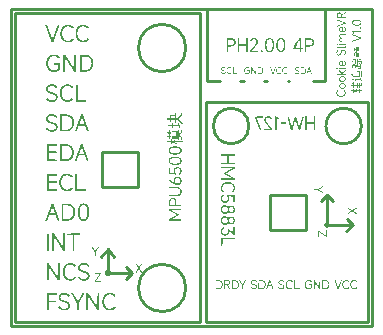
<source format=gto>
G04 Layer: TopSilkscreenLayer*
G04 EasyEDA Pro v1.7.27, 2022-07-12 11:31:34*
G04 Gerber Generator version 0.3*
G04 Scale: 100 percent, Rotated: No, Reflected: No*
G04 Dimensions in millimeters*
G04 Leading zeros omitted, absolute positions, 3 integers and 3 decimals*
%FSLAX33Y33*%
%MOMM*%
%ADD10C,0.254*%
%ADD11C,0.573039*%
G75*


G04 Text Start*
G04 //text: Cookie SlimeVR*
G04  辅追踪器 V1.0*
G36*
G01X40289Y-6105D02*
G01X40286Y-6106D01*
G01X40284D01*
G01X40281Y-6109D01*
G01X40276Y-6112D01*
G01X40268Y-6117D01*
G01X40251Y-6127D01*
G01X40236Y-6137D01*
G01X40194Y-6162D01*
G01X40183Y-6168D01*
G01X40166Y-6179D01*
G01X40151Y-6188D01*
G01X40126Y-6203D01*
G01X40081Y-6231D01*
G01X40057Y-6245D01*
G01X39981Y-6291D01*
G01X39969Y-6299D01*
G01X39967Y-6300D01*
G01X39965Y-6299D01*
G01X39963Y-6298D01*
G01X39961Y-6296D01*
G01X39960Y-6292D01*
G01X39958Y-6286D01*
G01X39952Y-6267D01*
G01X39950Y-6261D01*
G01X39947Y-6255D01*
G01X39944Y-6249D01*
G01X39940Y-6242D01*
G01X39938Y-6238D01*
G01X39935Y-6229D01*
G01X39934Y-6227D01*
G01X39933Y-6225D01*
G01X39930Y-6221D01*
G01X39925Y-6215D01*
G01X39913Y-6197D01*
G01X39909Y-6193D01*
G01X39903Y-6188D01*
G01X39899Y-6184D01*
G01X39896Y-6180D01*
G01X39894Y-6177D01*
G01X39879Y-6167D01*
G01X39869Y-6161D01*
G01X39865Y-6158D01*
G01X39841Y-6146D01*
G01X39836Y-6144D01*
G01X39828Y-6141D01*
G01X39824Y-6140D01*
G01X39815Y-6139D01*
G01X39807Y-6137D01*
G01X39802Y-6134D01*
G01X39798Y-6133D01*
G01X39792D01*
G01X39784Y-6132D01*
G01X39767D01*
G01X39761Y-6131D01*
G01X39755Y-6130D01*
G01X39753D01*
G01X39748Y-6131D01*
G01X39743Y-6132D01*
G01X39734D01*
G01X39722D01*
G01X39714Y-6133D01*
G01X39710Y-6134D01*
G01X39708Y-6135D01*
G01X39702Y-6137D01*
G01X39698Y-6138D01*
G01X39685Y-6140D01*
G01X39676Y-6143D01*
G01X39670Y-6147D01*
G01X39662Y-6149D01*
G01X39659Y-6150D01*
G01X39657Y-6152D01*
G01X39654Y-6154D01*
G01X39652Y-6156D01*
G01X39650Y-6157D01*
G01X39646Y-6158D01*
G01X39644Y-6159D01*
G01X39642Y-6161D01*
G01X39636Y-6166D01*
G01X39626Y-6172D01*
G01X39622Y-6176D01*
G01X39620Y-6178D01*
G01X39617Y-6181D01*
G01X39614Y-6185D01*
G01X39609Y-6188D01*
G01X39607Y-6190D01*
G01X39605Y-6194D01*
G01X39599Y-6202D01*
G01X39596Y-6207D01*
G01X39590Y-6213D01*
G01X39581Y-6226D01*
G01X39579Y-6229D01*
G01X39577Y-6232D01*
G01X39575Y-6236D01*
G01X39569Y-6250D01*
G01X39564Y-6261D01*
G01X39559Y-6272D01*
G01X39558Y-6278D01*
G01X39554Y-6293D01*
G01X39551Y-6299D01*
G01X39550Y-6305D01*
G01X39549Y-6311D01*
G01X39548Y-6316D01*
G01X39546Y-6324D01*
G01X39545Y-6331D01*
G01X39544Y-6336D01*
G01X39543Y-6344D01*
G01Y-6350D01*
G01X39542Y-6355D01*
G01X39541Y-6358D01*
G01Y-6364D01*
G01X39540Y-6400D01*
G01X39539Y-6407D01*
G01Y-6409D01*
G01Y-6412D01*
G01X39614D01*
G01Y-6408D01*
G01X39615Y-6403D01*
G01X39616Y-6397D01*
G01Y-6365D01*
G01X39617Y-6357D01*
G01X39618Y-6353D01*
G01X39619Y-6347D01*
G01Y-6338D01*
G01X39620Y-6333D01*
G01X39625Y-6320D01*
G01X39629Y-6308D01*
G01X39631Y-6302D01*
G01X39633Y-6297D01*
G01X39637Y-6290D01*
G01X39640Y-6283D01*
G01X39642Y-6278D01*
G01X39646Y-6271D01*
G01X39651Y-6263D01*
G01X39653Y-6260D01*
G01X39655Y-6258D01*
G01X39663Y-6251D01*
G01X39668Y-6244D01*
G01X39672Y-6241D01*
G01X39686Y-6231D01*
G01X39689Y-6229D01*
G01X39707Y-6221D01*
G01X39713Y-6218D01*
G01X39717Y-6217D01*
G01X39723Y-6216D01*
G01X39738Y-6214D01*
G01X39745Y-6212D01*
G01X39747D01*
G01X39752Y-6211D01*
G01X39762D01*
G01X39769D01*
G01X39775Y-6212D01*
G01X39784Y-6214D01*
G01X39796Y-6216D01*
G01X39811Y-6221D01*
G01X39816Y-6224D01*
G01X39820Y-6226D01*
G01X39824Y-6229D01*
G01X39833Y-6236D01*
G01X39838Y-6240D01*
G01X39842Y-6243D01*
G01X39847Y-6250D01*
G01X39851Y-6253D01*
G01X39856Y-6258D01*
G01X39858Y-6260D01*
G01X39860Y-6264D01*
G01X39866Y-6274D01*
G01X39870Y-6283D01*
G01X39876Y-6293D01*
G01X39877Y-6297D01*
G01X39879Y-6304D01*
G01X39882Y-6311D01*
G01X39886Y-6320D01*
G01X39887Y-6328D01*
G01X39889Y-6334D01*
G01X39891Y-6342D01*
G01X39892Y-6347D01*
G01Y-6356D01*
G01X39894Y-6363D01*
G01X39895Y-6400D01*
G01Y-6456D01*
G01X39894Y-6543D01*
G01Y-6548D01*
G01X39893Y-6549D01*
G01X39892D01*
G01X39890D01*
G01X39884D01*
G01X39883D01*
G01X39868Y-6548D01*
G01X39749Y-6547D01*
G01X39623Y-6548D01*
G01X39618Y-6549D01*
G01X39616D01*
G01X39614Y-6547D01*
G01Y-6543D01*
G01X39615Y-6527D01*
G01X39616Y-6470D01*
G01X39615Y-6422D01*
G01Y-6415D01*
G01Y-6414D01*
G01X39614D01*
G01Y-6412D01*
G01X39539D01*
G01X39537Y-6495D01*
G01Y-6626D01*
G01X39548Y-6627D01*
G01X39565Y-6628D01*
G01X39927Y-6629D01*
G01X40294Y-6628D01*
G01X40296Y-6627D01*
G01X40297D01*
G01Y-6624D01*
G01X40298Y-6606D01*
G01Y-6590D01*
G01Y-6553D01*
G01X40290Y-6550D01*
G01X40289D01*
G01X40282Y-6549D01*
G01X40225Y-6548D01*
G01X40133Y-6547D01*
G01X39983Y-6548D01*
G01X39979Y-6549D01*
G01X39976D01*
G01X39975Y-6547D01*
G01X39973Y-6544D01*
G01X39972Y-6539D01*
G01Y-6536D01*
G01X39971Y-6509D01*
G01X39970Y-6459D01*
G01X39971Y-6415D01*
G01X39972Y-6399D01*
G01X39974Y-6393D01*
G01X39975Y-6387D01*
G01X39976Y-6384D01*
G01Y-6383D01*
G01X39977Y-6382D01*
G01X39980Y-6378D01*
G01X39983Y-6376D01*
G01X39986Y-6374D01*
G01X39992Y-6372D01*
G01X39994Y-6371D01*
G01X39996Y-6370D01*
G01X40000Y-6367D01*
G01X40005Y-6364D01*
G01X40012Y-6361D01*
G01X40016Y-6359D01*
G01X40019Y-6357D01*
G01X40027Y-6352D01*
G01X40031Y-6348D01*
G01X40040Y-6344D01*
G01X40057Y-6333D01*
G01X40103Y-6306D01*
G01X40114Y-6300D01*
G01X40121Y-6297D01*
G01X40125Y-6295D01*
G01X40127Y-6293D01*
G01X40130Y-6291D01*
G01X40135Y-6288D01*
G01X40143Y-6283D01*
G01X40160Y-6273D01*
G01X40220Y-6237D01*
G01X40226Y-6233D01*
G01X40232Y-6231D01*
G01X40239Y-6228D01*
G01X40243Y-6225D01*
G01X40245Y-6224D01*
G01X40250Y-6219D01*
G01X40257Y-6215D01*
G01X40272Y-6206D01*
G01X40283Y-6200D01*
G01X40287Y-6198D01*
G01X40290Y-6196D01*
G01X40294Y-6191D01*
G01X40295Y-6189D01*
G01X40296Y-6187D01*
G01Y-6184D01*
G01X40297Y-6175D01*
G01X40298Y-6144D01*
G01Y-6127D01*
G01X40297Y-6118D01*
G01X40296Y-6111D01*
G01X40295Y-6108D01*
G01X40294Y-6106D01*
G01X40293Y-6105D01*
G37*
G36*
G01X39537Y-6723D02*
G01X39537Y-6762D01*
G01X39538Y-6780D01*
G01Y-6788D01*
G01X39539Y-6794D01*
G01X39540Y-6799D01*
G01X39541Y-6802D01*
G01X39542Y-6804D01*
G01X39543D01*
G01Y-6805D01*
G01X39551Y-6809D01*
G01X39557Y-6811D01*
G01X39571Y-6816D01*
G01X39601Y-6826D01*
G01X39609Y-6829D01*
G01X39619Y-6834D01*
G01X39626Y-6836D01*
G01X39637Y-6838D01*
G01X39648Y-6843D01*
G01X39659Y-6847D01*
G01X39673Y-6852D01*
G01X39681Y-6855D01*
G01X39686Y-6857D01*
G01X39694Y-6859D01*
G01X39699Y-6860D01*
G01X39701Y-6862D01*
G01X39705Y-6864D01*
G01X39708Y-6865D01*
G01X39711Y-6866D01*
G01X39718Y-6868D01*
G01X39723Y-6869D01*
G01X39726Y-6871D01*
G01X39729Y-6873D01*
G01X39732Y-6874D01*
G01X39735Y-6875D01*
G01X39742Y-6877D01*
G01X39749Y-6879D01*
G01X39759Y-6883D01*
G01X39770Y-6886D01*
G01X39776Y-6888D01*
G01X39786Y-6892D01*
G01X39801Y-6897D01*
G01X39810Y-6901D01*
G01X39824Y-6905D01*
G01X39840Y-6911D01*
G01X39849Y-6914D01*
G01X39859Y-6918D01*
G01X39865Y-6920D01*
G01X39876Y-6924D01*
G01X39892Y-6929D01*
G01X39900Y-6932D01*
G01X39910Y-6936D01*
G01X39916Y-6939D01*
G01X39927Y-6942D01*
G01X39930D01*
G01X39942Y-6947D01*
G01X39956Y-6952D01*
G01X39967Y-6956D01*
G01X39977Y-6961D01*
G01X39984Y-6963D01*
G01X39994Y-6966D01*
G01X40001Y-6968D01*
G01X40007Y-6971D01*
G01X40022Y-6976D01*
G01X40028Y-6979D01*
G01X40035Y-6981D01*
G01X40046Y-6984D01*
G01X40058Y-6989D01*
G01X40073Y-6993D01*
G01X40075Y-6994D01*
G01X40098Y-7003D01*
G01X40112Y-7008D01*
G01X40120Y-7011D01*
G01X40137Y-7016D01*
G01X40143Y-7019D01*
G01X40152Y-7023D01*
G01X40161Y-7025D01*
G01X40168Y-7028D01*
G01X40180Y-7033D01*
G01X40181Y-7036D01*
G01X40180Y-7039D01*
G01X40178Y-7041D01*
G01X40175Y-7043D01*
G01X40171Y-7044D01*
G01X40161Y-7046D01*
G01X40155Y-7048D01*
G01X40148Y-7052D01*
G01X40146Y-7053D01*
G01X40142Y-7054D01*
G01X40135Y-7056D01*
G01X40130Y-7057D01*
G01X40128Y-7059D01*
G01X40124Y-7061D01*
G01X40118Y-7063D01*
G01X40111Y-7065D01*
G01X40104Y-7067D01*
G01X40094Y-7071D01*
G01X40084Y-7074D01*
G01X40076Y-7076D01*
G01X40073Y-7079D01*
G01X40070Y-7080D01*
G01X40059Y-7083D01*
G01X40053Y-7085D01*
G01X40043Y-7089D01*
G01X40034Y-7092D01*
G01X40028Y-7094D01*
G01X40022Y-7097D01*
G01X40015Y-7099D01*
G01X40004Y-7102D01*
G01X39998Y-7105D01*
G01X39992Y-7107D01*
G01X39983Y-7110D01*
G01X39970Y-7115D01*
G01X39964Y-7118D01*
G01X39953Y-7120D01*
G01X39947Y-7123D01*
G01X39940Y-7126D01*
G01X39931Y-7128D01*
G01X39919Y-7133D01*
G01X39912Y-7136D01*
G01X39901Y-7138D01*
G01X39890Y-7143D01*
G01X39880Y-7147D01*
G01X39843Y-7159D01*
G01X39835Y-7162D01*
G01X39825Y-7167D01*
G01X39819Y-7169D01*
G01X39808Y-7172D01*
G01X39792Y-7178D01*
G01X39784Y-7181D01*
G01X39774Y-7185D01*
G01X39768Y-7187D01*
G01X39756Y-7190D01*
G01X39754Y-7191D01*
G01X39742Y-7196D01*
G01X39728Y-7201D01*
G01X39710Y-7207D01*
G01X39701Y-7211D01*
G01X39692Y-7213D01*
G01X39686Y-7216D01*
G01X39677Y-7220D01*
G01X39663Y-7224D01*
G01X39646Y-7229D01*
G01X39638Y-7232D01*
G01X39628Y-7236D01*
G01X39622Y-7238D01*
G01X39611Y-7242D01*
G01X39608Y-7243D01*
G01X39597Y-7247D01*
G01X39582Y-7252D01*
G01X39565Y-7258D01*
G01X39556Y-7262D01*
G01X39549Y-7264D01*
G01X39547Y-7265D01*
G01X39544Y-7266D01*
G01X39542Y-7268D01*
G01X39540Y-7272D01*
G01Y-7274D01*
G01X39539Y-7276D01*
G01X39538Y-7285D01*
G01X39537Y-7305D01*
G01Y-7350D01*
G01X39548Y-7349D01*
G01X39553Y-7348D01*
G01X39559Y-7346D01*
G01X39562Y-7345D01*
G01X39566Y-7343D01*
G01X39568Y-7342D01*
G01X39579Y-7339D01*
G01X39583Y-7337D01*
G01X39586Y-7336D01*
G01X39590Y-7333D01*
G01X39593Y-7332D01*
G01X39596Y-7331D01*
G01X39603Y-7329D01*
G01X39608Y-7328D01*
G01X39610Y-7327D01*
G01X39614Y-7324D01*
G01X39620Y-7322D01*
G01X39628Y-7320D01*
G01X39634Y-7318D01*
G01X39643Y-7314D01*
G01X39652Y-7312D01*
G01X39659Y-7309D01*
G01X39668Y-7305D01*
G01X39682Y-7301D01*
G01X39698Y-7295D01*
G01X39706Y-7292D01*
G01X39716Y-7288D01*
G01X39722Y-7286D01*
G01X39731Y-7283D01*
G01X39740Y-7279D01*
G01X39746Y-7277D01*
G01X39756Y-7274D01*
G01X39765Y-7270D01*
G01X39771Y-7267D01*
G01X39782Y-7265D01*
G01X39794Y-7260D01*
G01X39804Y-7256D01*
G01X39836Y-7246D01*
G01X39848Y-7241D01*
G01X39862Y-7236D01*
G01X39873Y-7232D01*
G01X39883Y-7227D01*
G01X39889Y-7225D01*
G01X39900Y-7222D01*
G01X39902Y-7221D01*
G01X39925Y-7213D01*
G01X39940Y-7208D01*
G01X39949Y-7204D01*
G01X39960Y-7199D01*
G01X39970Y-7196D01*
G01X39983Y-7192D01*
G01X39992Y-7189D01*
G01X40001Y-7185D01*
G01X40007Y-7183D01*
G01X40016Y-7180D01*
G01X40025Y-7176D01*
G01X40031Y-7174D01*
G01X40043Y-7170D01*
G01X40045D01*
G01X40057Y-7165D01*
G01X40072Y-7160D01*
G01X40082Y-7156D01*
G01X40092Y-7152D01*
G01X40106Y-7148D01*
G01X40111Y-7146D01*
G01X40113Y-7145D01*
G01X40117Y-7142D01*
G01X40123Y-7140D01*
G01X40130Y-7139D01*
G01X40137Y-7136D01*
G01X40146Y-7132D01*
G01X40155Y-7130D01*
G01X40161Y-7127D01*
G01X40171Y-7123D01*
G01X40180Y-7121D01*
G01X40192Y-7116D01*
G01X40199Y-7113D01*
G01X40210Y-7110D01*
G01X40221Y-7105D01*
G01X40231Y-7102D01*
G01X40243Y-7098D01*
G01X40249Y-7096D01*
G01X40254Y-7094D01*
G01X40260Y-7091D01*
G01X40262Y-7090D01*
G01X40266Y-7089D01*
G01X40273Y-7087D01*
G01X40280Y-7085D01*
G01X40288Y-7081D01*
G01X40294Y-7079D01*
G01X40295Y-7078D01*
G01Y-7076D01*
G01X40296Y-7072D01*
G01X40297Y-7068D01*
G01X40298Y-7055D01*
G01Y-7038D01*
G01Y-6999D01*
G01X40290Y-6996D01*
G01X40285Y-6993D01*
G01X40279Y-6990D01*
G01X40276Y-6988D01*
G01X40273Y-6987D01*
G01X40261Y-6984D01*
G01X40255Y-6982D01*
G01X40252Y-6981D01*
G01X40248Y-6979D01*
G01X40246Y-6978D01*
G01X40235Y-6975D01*
G01X40231Y-6973D01*
G01X40228Y-6972D01*
G01X40224Y-6970D01*
G01X40218Y-6968D01*
G01X40211Y-6966D01*
G01X40206Y-6964D01*
G01X40204Y-6963D01*
G01X40200Y-6961D01*
G01X40194Y-6959D01*
G01X40186Y-6957D01*
G01X40180Y-6955D01*
G01X40171Y-6950D01*
G01X40161Y-6948D01*
G01X40155Y-6945D01*
G01X40146Y-6941D01*
G01X40132Y-6937D01*
G01X40129D01*
G01X40118Y-6932D01*
G01X40103Y-6927D01*
G01X40092Y-6923D01*
G01X40083Y-6918D01*
G01X40076Y-6916D01*
G01X40065Y-6913D01*
G01X40058Y-6911D01*
G01X40052Y-6908D01*
G01X40043Y-6905D01*
G01X40038Y-6903D01*
G01X40028Y-6899D01*
G01X40013Y-6894D01*
G01X40004Y-6890D01*
G01X39989Y-6885D01*
G01X39980Y-6881D01*
G01X39965Y-6877D01*
G01X39950Y-6871D01*
G01X39941Y-6868D01*
G01X39929Y-6863D01*
G01X39919Y-6859D01*
G01X39905Y-6854D01*
G01X39900Y-6853D01*
G01X39892Y-6849D01*
G01X39885Y-6846D01*
G01X39874Y-6844D01*
G01X39867Y-6841D01*
G01X39862Y-6838D01*
G01X39853Y-6836D01*
G01X39847Y-6834D01*
G01X39837Y-6830D01*
G01X39823Y-6825D01*
G01X39821Y-6824D01*
G01X39808Y-6820D01*
G01X39794Y-6814D01*
G01X39784Y-6811D01*
G01X39774Y-6806D01*
G01X39768Y-6804D01*
G01X39756Y-6801D01*
G01X39740Y-6796D01*
G01X39732Y-6792D01*
G01X39722Y-6788D01*
G01X39716Y-6786D01*
G01X39707Y-6783D01*
G01X39698Y-6779D01*
G01X39692Y-6777D01*
G01X39683Y-6774D01*
G01X39674Y-6770D01*
G01X39668Y-6768D01*
G01X39657Y-6765D01*
G01X39654Y-6764D01*
G01X39642Y-6759D01*
G01X39628Y-6754D01*
G01X39617Y-6750D01*
G01X39607Y-6746D01*
G01X39601Y-6743D01*
G01X39589Y-6740D01*
G01X39574Y-6735D01*
G01X39565Y-6732D01*
G01X39555Y-6727D01*
G01X39548Y-6725D01*
G37*
G36*
G01X41233Y-6744D02*
G01X41226Y-6745D01*
G01X41224Y-6746D01*
G01X41222D01*
G01X41216Y-6747D01*
G01X41186D01*
G01X41157Y-6748D01*
G01X41150D01*
G01X41142Y-6750D01*
G01X41136Y-6752D01*
G01X41125Y-6753D01*
G01X41114D01*
G01X41106Y-6755D01*
G01X41099Y-6757D01*
G01X41087Y-6759D01*
G01X41078Y-6761D01*
G01X41072Y-6763D01*
G01X41060Y-6766D01*
G01X41027Y-6776D01*
G01X41014Y-6780D01*
G01X41004Y-6785D01*
G01X40993Y-6790D01*
G01X40982Y-6795D01*
G01X40976Y-6798D01*
G01X40963Y-6806D01*
G01X40943Y-6818D01*
G01X40938Y-6822D01*
G01X40932Y-6828D01*
G01X40928Y-6831D01*
G01X40924Y-6834D01*
G01X40919Y-6841D01*
G01X40912Y-6846D01*
G01X40909Y-6849D01*
G01X40904Y-6856D01*
G01X40900Y-6861D01*
G01X40895Y-6867D01*
G01X40883Y-6884D01*
G01X40878Y-6891D01*
G01X40874Y-6898D01*
G01X40873Y-6902D01*
G01X40870Y-6910D01*
G01X40868Y-6915D01*
G01X40866Y-6918D01*
G01X40865Y-6920D01*
G01X40864Y-6924D01*
G01X40859Y-6942D01*
G01X40858Y-6949D01*
G01X40855Y-6961D01*
G01X40854Y-6967D01*
G01X40853Y-6968D01*
G01Y-6974D01*
G01X40852Y-6998D01*
G01X40923D01*
G01Y-6990D01*
G01Y-6985D01*
G01X40927Y-6965D01*
G01X40929Y-6957D01*
G01X40930Y-6954D01*
G01X40935Y-6942D01*
G01X40939Y-6933D01*
G01X40941Y-6929D01*
G01X40943Y-6925D01*
G01X40952Y-6914D01*
G01X40959Y-6908D01*
G01X40965Y-6902D01*
G01X40972Y-6896D01*
G01X40987Y-6883D01*
G01X40991Y-6881D01*
G01X40994Y-6878D01*
G01X40998Y-6876D01*
G01X41004Y-6874D01*
G01X41013Y-6869D01*
G01X41020Y-6866D01*
G01X41029Y-6861D01*
G01X41032Y-6860D01*
G01X41035Y-6859D01*
G01X41042Y-6857D01*
G01X41049Y-6854D01*
G01X41059Y-6850D01*
G01X41066Y-6849D01*
G01X41073Y-6847D01*
G01X41081Y-6845D01*
G01X41088Y-6843D01*
G01X41100Y-6841D01*
G01X41111Y-6838D01*
G01X41118Y-6837D01*
G01X41123Y-6836D01*
G01X41131Y-6835D01*
G01X41137D01*
G01X41144Y-6833D01*
G01X41150Y-6832D01*
G01X41158D01*
G01X41163Y-6831D01*
G01X41166Y-6830D01*
G01X41169D01*
G01X41188Y-6829D01*
G01X41194Y-6828D01*
G01X41196D01*
G01X41198Y-6827D01*
G01X41206D01*
G01X41250Y-6826D01*
G01X41294Y-6827D01*
G01X41301D01*
G01X41302Y-6828D01*
G01X41305D01*
G01X41309Y-6829D01*
G01X41321D01*
G01X41329D01*
G01X41336Y-6830D01*
G01X41341Y-6831D01*
G01X41347Y-6832D01*
G01X41355D01*
G01X41362Y-6834D01*
G01X41368Y-6835D01*
G01X41379D01*
G01X41383Y-6836D01*
G01X41399Y-6841D01*
G01X41414Y-6845D01*
G01X41424Y-6847D01*
G01X41443Y-6853D01*
G01X41452Y-6856D01*
G01X41464Y-6862D01*
G01X41472Y-6865D01*
G01X41475Y-6866D01*
G01X41492Y-6876D01*
G01X41498Y-6879D01*
G01X41509Y-6886D01*
G01X41518Y-6894D01*
G01X41523Y-6897D01*
G01X41526Y-6901D01*
G01X41531Y-6907D01*
G01X41536Y-6912D01*
G01X41540Y-6918D01*
G01X41546Y-6928D01*
G01X41549Y-6933D01*
G01X41555Y-6945D01*
G01X41558Y-6950D01*
G01X41560Y-6954D01*
G01X41561Y-6957D01*
G01X41562Y-6960D01*
G01Y-6967D01*
G01X41563Y-6973D01*
G01X41564Y-6977D01*
G01Y-6984D01*
G01X41565Y-7000D01*
G01X41564Y-7014D01*
G01Y-7020D01*
G01Y-7021D01*
G01X41563D01*
G01Y-7022D01*
G01Y-7023D01*
G01X41562Y-7025D01*
G01Y-7032D01*
G01X41560Y-7041D01*
G01X41559Y-7045D01*
G01X41555Y-7053D01*
G01X41553Y-7056D01*
G01X41552Y-7059D01*
G01X41550Y-7065D01*
G01X41549Y-7068D01*
G01X41547Y-7070D01*
G01X41543Y-7073D01*
G01X41541Y-7075D01*
G01X41539Y-7077D01*
G01X41536Y-7083D01*
G01X41534Y-7086D01*
G01X41532Y-7088D01*
G01X41527Y-7091D01*
G01X41524Y-7095D01*
G01X41520Y-7099D01*
G01X41519Y-7101D01*
G01X41517Y-7102D01*
G01X41512Y-7104D01*
G01X41510Y-7105D01*
G01X41509Y-7107D01*
G01X41505Y-7111D01*
G01X41503Y-7113D01*
G01X41501Y-7115D01*
G01X41496Y-7116D01*
G01X41490Y-7119D01*
G01X41483Y-7124D01*
G01X41478Y-7126D01*
G01X41470Y-7129D01*
G01X41458Y-7135D01*
G01X41449Y-7137D01*
G01X41443Y-7139D01*
G01X41437Y-7142D01*
G01X41430Y-7145D01*
G01X41420Y-7147D01*
G01X41409Y-7150D01*
G01X41395Y-7153D01*
G01X41387Y-7156D01*
G01X41378Y-7157D01*
G01X41346Y-7161D01*
G01X41336Y-7162D01*
G01X41328Y-7164D01*
G01X41321Y-7165D01*
G01X41291D01*
G01X41284Y-7166D01*
G01X41281Y-7167D01*
G01X41280D01*
G01X41273Y-7168D01*
G01X41239D01*
G01X41205D01*
G01X41198Y-7167D01*
G01X41197D01*
G01X41195Y-7166D01*
G01X41189D01*
G01X41160Y-7165D01*
G01X41153Y-7164D01*
G01X41149Y-7163D01*
G01X41141Y-7161D01*
G01X41136D01*
G01X41126Y-7160D01*
G01X41116Y-7159D01*
G01X41111Y-7158D01*
G01X41103Y-7156D01*
G01X41090Y-7153D01*
G01X41081Y-7151D01*
G01X41075Y-7150D01*
G01X41066Y-7148D01*
G01X41062Y-7147D01*
G01X41059Y-7146D01*
G01X41049Y-7141D01*
G01X41040Y-7139D01*
G01X41034Y-7136D01*
G01X41023Y-7131D01*
G01X41012Y-7127D01*
G01X41007Y-7124D01*
G01X41001Y-7120D01*
G01X40992Y-7115D01*
G01X40988Y-7113D01*
G01X40981Y-7108D01*
G01X40972Y-7100D01*
G01X40967Y-7097D01*
G01X40963Y-7093D01*
G01X40958Y-7087D01*
G01X40954Y-7084D01*
G01X40952Y-7082D01*
G01X40949Y-7078D01*
G01X40945Y-7070D01*
G01X40942Y-7067D01*
G01X40941Y-7065D01*
G01X40940Y-7062D01*
G01X40937Y-7054D01*
G01X40934Y-7048D01*
G01X40933Y-7046D01*
G01X40932Y-7043D01*
G01X40931Y-7040D01*
G01X40928Y-7030D01*
G01X40926Y-7022D01*
G01X40925Y-7016D01*
G01Y-7005D01*
G01X40924Y-7001D01*
G01X40923Y-6998D01*
G01X40852D01*
G01Y-7003D01*
G01X40853Y-7024D01*
G01Y-7032D01*
G01X40854Y-7038D01*
G01X40855Y-7040D01*
G01X40856Y-7042D01*
G01X40857Y-7046D01*
G01X40858Y-7049D01*
G01Y-7053D01*
G01Y-7058D01*
G01X40859Y-7062D01*
G01X40860Y-7064D01*
G01X40863Y-7069D01*
G01X40865Y-7074D01*
G01X40868Y-7083D01*
G01X40872Y-7090D01*
G01X40876Y-7101D01*
G01X40877Y-7104D01*
G01X40878Y-7106D01*
G01X40881Y-7109D01*
G01X40884Y-7114D01*
G01X40889Y-7122D01*
G01X40891Y-7125D01*
G01X40897Y-7131D01*
G01X40900Y-7136D01*
G01X40903Y-7139D01*
G01X40908Y-7142D01*
G01X40911Y-7146D01*
G01X40914Y-7150D01*
G01X40917Y-7153D01*
G01X40922Y-7157D01*
G01X40925Y-7161D01*
G01X40929Y-7165D01*
G01X40932Y-7167D01*
G01X40940Y-7171D01*
G01X40943Y-7173D01*
G01X40947Y-7178D01*
G01X40954Y-7182D01*
G01X40971Y-7193D01*
G01X40983Y-7198D01*
G01X40989Y-7201D01*
G01X40996Y-7204D01*
G01X41002Y-7208D01*
G01X41027Y-7217D01*
G01X41035Y-7220D01*
G01X41045Y-7223D01*
G01X41063Y-7228D01*
G01X41070Y-7230D01*
G01X41080Y-7231D01*
G01X41085Y-7232D01*
G01X41090Y-7234D01*
G01X41095Y-7236D01*
G01X41099Y-7237D01*
G01X41105Y-7238D01*
G01X41115D01*
G01X41120Y-7239D01*
G01X41124Y-7241D01*
G01X41133Y-7242D01*
G01X41139Y-7243D01*
G01X41166Y-7246D01*
G01X41178Y-7247D01*
G01X41207D01*
G01X41229Y-7248D01*
G01X41237D01*
G01X41241Y-7249D01*
G01X41247Y-7250D01*
G01X41252D01*
G01X41258Y-7249D01*
G01X41262Y-7248D01*
G01X41267D01*
G01X41296Y-7247D01*
G01X41324D01*
G01X41331Y-7246D01*
G01X41335Y-7245D01*
G01X41342Y-7244D01*
G01X41354D01*
G01X41359Y-7243D01*
G01X41363Y-7242D01*
G01X41378Y-7240D01*
G01X41395Y-7237D01*
G01X41399Y-7236D01*
G01X41406Y-7235D01*
G01X41414Y-7233D01*
G01X41421Y-7231D01*
G01X41429Y-7229D01*
G01X41433Y-7228D01*
G01X41437Y-7227D01*
G01X41444Y-7224D01*
G01X41450Y-7222D01*
G01X41461Y-7220D01*
G01X41468Y-7217D01*
G01X41474Y-7214D01*
G01X41483Y-7212D01*
G01X41489Y-7209D01*
G01X41500Y-7204D01*
G01X41509Y-7200D01*
G01X41513Y-7198D01*
G01X41515Y-7196D01*
G01X41518Y-7194D01*
G01X41522Y-7191D01*
G01X41531Y-7187D01*
G01X41548Y-7176D01*
G01X41551Y-7173D01*
G01X41555Y-7170D01*
G01X41557Y-7168D01*
G01X41560Y-7165D01*
G01X41564Y-7161D01*
G01X41575Y-7153D01*
G01X41582Y-7147D01*
G01X41584Y-7145D01*
G01X41586Y-7142D01*
G01X41587Y-7140D01*
G01X41589Y-7135D01*
G01X41591Y-7133D01*
G01X41596Y-7130D01*
G01X41598Y-7128D01*
G01X41599Y-7126D01*
G01X41604Y-7117D01*
G01X41614Y-7100D01*
G01X41617Y-7095D01*
G01X41620Y-7089D01*
G01X41622Y-7083D01*
G01X41627Y-7074D01*
G01X41629Y-7067D01*
G01X41631Y-7057D01*
G01X41633Y-7050D01*
G01X41634Y-7044D01*
G01X41635Y-7038D01*
G01Y-7035D01*
G01X41637Y-7030D01*
G01X41638Y-7029D01*
G01X41639Y-7024D01*
G01X41640Y-7015D01*
G01Y-6997D01*
G01Y-6980D01*
G01X41639Y-6972D01*
G01X41638Y-6966D01*
G01Y-6964D01*
G01X41636Y-6958D01*
G01X41635Y-6954D01*
G01X41634Y-6950D01*
G01X41633Y-6938D01*
G01X41630Y-6932D01*
G01X41629Y-6928D01*
G01X41628Y-6924D01*
G01X41626Y-6914D01*
G01X41623Y-6909D01*
G01X41621Y-6906D01*
G01X41619Y-6904D01*
G01X41618Y-6902D01*
G01X41617Y-6896D01*
G01X41616Y-6894D01*
G01X41614Y-6891D01*
G01X41611Y-6888D01*
G01X41608Y-6883D01*
G01X41605Y-6877D01*
G01X41598Y-6867D01*
G01X41591Y-6859D01*
G01X41587Y-6854D01*
G01X41583Y-6849D01*
G01X41581Y-6846D01*
G01X41579Y-6844D01*
G01X41576Y-6843D01*
G01X41571Y-6839D01*
G01X41568Y-6838D01*
G01X41566Y-6836D01*
G01X41565Y-6834D01*
G01X41563Y-6831D01*
G01X41560Y-6829D01*
G01X41557Y-6827D01*
G01X41545Y-6819D01*
G01X41534Y-6811D01*
G01X41526Y-6806D01*
G01X41512Y-6797D01*
G01X41508Y-6795D01*
G01X41504Y-6793D01*
G01X41501Y-6792D01*
G01X41492Y-6789D01*
G01X41485Y-6785D01*
G01X41482Y-6783D01*
G01X41474Y-6780D01*
G01X41462Y-6777D01*
G01X41452Y-6774D01*
G01X41443Y-6770D01*
G01X41440Y-6769D01*
G01X41436Y-6768D01*
G01X41423Y-6766D01*
G01X41415Y-6763D01*
G01X41408Y-6761D01*
G01X41396Y-6759D01*
G01X41387Y-6757D01*
G01X41378Y-6755D01*
G01X41348Y-6752D01*
G01X41339Y-6750D01*
G01X41333Y-6749D01*
G01X41331Y-6748D01*
G01X41325D01*
G01X41296Y-6747D01*
G01X41269D01*
G01X41262Y-6746D01*
G01X41260D01*
G01X41257Y-6745D01*
G01X41253D01*
G01X41242Y-6744D01*
G37*
G36*
G01X39984Y-7350D02*
G01X39960Y-7351D01*
G01X39953D01*
G01X39949Y-7352D01*
G01X39943Y-7353D01*
G01X39935D01*
G01X39931Y-7354D01*
G01X39928Y-7355D01*
G01X39922Y-7358D01*
G01X39915Y-7360D01*
G01X39905Y-7361D01*
G01X39902Y-7362D01*
G01X39898Y-7364D01*
G01X39889Y-7368D01*
G01X39880Y-7371D01*
G01X39874Y-7373D01*
G01X39867Y-7377D01*
G01X39856Y-7383D01*
G01X39839Y-7394D01*
G01X39835Y-7396D01*
G01X39831Y-7400D01*
G01X39829Y-7402D01*
G01X39827Y-7405D01*
G01X39823Y-7409D01*
G01X39817Y-7414D01*
G01X39811Y-7420D01*
G01X39807Y-7424D01*
G01X39803Y-7427D01*
G01X39801Y-7429D01*
G01X39799Y-7432D01*
G01X39795Y-7440D01*
G01X39793Y-7444D01*
G01X39786Y-7453D01*
G01X39781Y-7461D01*
G01X39779Y-7465D01*
G01X39777Y-7468D01*
G01X39776Y-7471D01*
G01X39773Y-7480D01*
G01X39769Y-7490D01*
G01X39768Y-7494D01*
G01X39767Y-7497D01*
G01X39765Y-7506D01*
G01X39764Y-7510D01*
G01X39763Y-7514D01*
G01X39760Y-7520D01*
G01X39759Y-7525D01*
G01X39758Y-7530D01*
G01X39757Y-7537D01*
G01X39756Y-7547D01*
G01Y-7571D01*
G01X39823D01*
G01X39824Y-7558D01*
G01X39827Y-7535D01*
G01X39828Y-7531D01*
G01X39829Y-7527D01*
G01X39830Y-7523D01*
G01X39837Y-7508D01*
G01X39840Y-7502D01*
G01X39851Y-7485D01*
G01X39854Y-7481D01*
G01X39856Y-7478D01*
G01X39859Y-7475D01*
G01X39866Y-7471D01*
G01X39871Y-7467D01*
G01X39873Y-7465D01*
G01X39875Y-7462D01*
G01X39877Y-7459D01*
G01X39880Y-7458D01*
G01X39888Y-7453D01*
G01X39896Y-7449D01*
G01X39899Y-7447D01*
G01X39905Y-7444D01*
G01X39921Y-7438D01*
G01X39926Y-7436D01*
G01X39932Y-7435D01*
G01X39936Y-7434D01*
G01X39951Y-7431D01*
G01X39960Y-7429D01*
G01X39972Y-7427D01*
G01X39986Y-7426D01*
G01Y-7579D01*
G01X39985Y-7729D01*
G01X39984Y-7733D01*
G01X39983Y-7734D01*
G01X39981D01*
G01X39975Y-7733D01*
G01X39958Y-7730D01*
G01X39954D01*
G01X39950Y-7729D01*
G01X39947Y-7727D01*
G01X39935Y-7722D01*
G01X39930Y-7720D01*
G01X39915Y-7714D01*
G01X39903Y-7708D01*
G01X39897Y-7705D01*
G01X39889Y-7700D01*
G01X39887Y-7698D01*
G01X39883Y-7694D01*
G01X39881Y-7692D01*
G01X39879Y-7690D01*
G01X39876Y-7688D01*
G01X39871Y-7685D01*
G01X39868Y-7683D01*
G01X39866Y-7681D01*
G01X39859Y-7673D01*
G01X39855Y-7670D01*
G01X39853Y-7668D01*
G01X39852Y-7666D01*
G01X39850Y-7661D01*
G01X39848Y-7659D01*
G01X39846Y-7655D01*
G01X39840Y-7648D01*
G01X39837Y-7643D01*
G01X39834Y-7632D01*
G01X39830Y-7624D01*
G01X39829Y-7618D01*
G01X39828Y-7612D01*
G01X39827Y-7606D01*
G01X39824Y-7582D01*
G01X39823Y-7571D01*
G01X39756D01*
G01Y-7585D01*
G01Y-7616D01*
G01X39757Y-7623D01*
G01X39762Y-7638D01*
G01X39768Y-7658D01*
G01X39771Y-7670D01*
G01X39774Y-7676D01*
G01X39777Y-7683D01*
G01X39779Y-7687D01*
G01X39785Y-7694D01*
G01X39787Y-7699D01*
G01X39792Y-7707D01*
G01X39794Y-7710D01*
G01X39798Y-7715D01*
G01X39805Y-7725D01*
G01X39808Y-7729D01*
G01X39810Y-7731D01*
G01X39813Y-7734D01*
G01X39818Y-7737D01*
G01X39823Y-7744D01*
G01X39833Y-7752D01*
G01X39836Y-7755D01*
G01X39838Y-7757D01*
G01X39845Y-7761D01*
G01X39884Y-7785D01*
G01X39889Y-7787D01*
G01X39898Y-7790D01*
G01X39907Y-7794D01*
G01X39914Y-7796D01*
G01X39924Y-7799D01*
G01X39944Y-7805D01*
G01X39948Y-7806D01*
G01X39954Y-7807D01*
G01X39963Y-7809D01*
G01X39990Y-7812D01*
G01X39995Y-7813D01*
G01X40015Y-7814D01*
G01X40042D01*
G01X40079Y-7813D01*
G01X40086D01*
G01X40090Y-7812D01*
G01X40095Y-7811D01*
G01X40104Y-7810D01*
G01X40109Y-7809D01*
G01X40111Y-7808D01*
G01X40118Y-7807D01*
G01X40126Y-7805D01*
G01X40130Y-7804D01*
G01X40134Y-7803D01*
G01X40143Y-7799D01*
G01X40152Y-7796D01*
G01X40158Y-7794D01*
G01X40165Y-7791D01*
G01X40172Y-7789D01*
G01X40180Y-7787D01*
G01X40183Y-7786D01*
G01X40185Y-7784D01*
G01X40190Y-7780D01*
G01X40197Y-7776D01*
G01X40212Y-7767D01*
G01X40216Y-7764D01*
G01X40221Y-7760D01*
G01X40228Y-7755D01*
G01X40232Y-7752D01*
G01X40236Y-7748D01*
G01X40241Y-7741D01*
G01X40247Y-7736D01*
G01X40251Y-7733D01*
G01X40258Y-7722D01*
G01X40269Y-7709D01*
G01X40277Y-7697D01*
G01X40280Y-7692D01*
G01X40285Y-7680D01*
G01X40288Y-7674D01*
G01X40290Y-7670D01*
G01X40292Y-7668D01*
G01X40293Y-7664D01*
G01X40294Y-7657D01*
G01X40299Y-7644D01*
G01X40301Y-7639D01*
G01X40302Y-7635D01*
G01X40304Y-7618D01*
G01X40305Y-7612D01*
G01X40309Y-7602D01*
G01Y-7596D01*
G01X40310Y-7575D01*
G01Y-7543D01*
G01X40309Y-7535D01*
G01X40308Y-7531D01*
G01X40307Y-7526D01*
G01Y-7517D01*
G01X40305Y-7512D01*
G01Y-7510D01*
G01X40303Y-7503D01*
G01X40301Y-7490D01*
G01X40300Y-7485D01*
G01X40295Y-7473D01*
G01X40289Y-7458D01*
G01X40287Y-7454D01*
G01X40285Y-7450D01*
G01X40283Y-7447D01*
G01X40278Y-7440D01*
G01X40275Y-7435D01*
G01X40272Y-7429D01*
G01X40270Y-7425D01*
G01X40265Y-7418D01*
G01X40262Y-7415D01*
G01X40259Y-7412D01*
G01X40255Y-7409D01*
G01X40252Y-7406D01*
G01X40250Y-7404D01*
G01X40249Y-7403D01*
G01X40247Y-7398D01*
G01X40246Y-7396D01*
G01X40244Y-7395D01*
G01X40238Y-7392D01*
G01X40236Y-7390D01*
G01X40233Y-7386D01*
G01X40229Y-7382D01*
G01X40216Y-7373D01*
G01X40212Y-7370D01*
G01X40207Y-7367D01*
G01X40204Y-7365D01*
G01X40201Y-7364D01*
G01X40199D01*
G01X40198Y-7365D01*
G01X40196Y-7369D01*
G01X40191Y-7375D01*
G01X40183Y-7386D01*
G01X40175Y-7399D01*
G01X40172Y-7404D01*
G01X40169Y-7407D01*
G01X40166Y-7412D01*
G01X40164Y-7417D01*
G01X40163Y-7419D01*
G01Y-7420D01*
G01X40164Y-7422D01*
G01X40165Y-7424D01*
G01X40166Y-7425D01*
G01X40171Y-7427D01*
G01X40174Y-7429D01*
G01X40181Y-7435D01*
G01X40185Y-7438D01*
G01X40188Y-7441D01*
G01X40191Y-7444D01*
G01X40193Y-7448D01*
G01X40197Y-7451D01*
G01X40202Y-7455D01*
G01X40204Y-7457D01*
G01X40205Y-7459D01*
G01X40209Y-7467D01*
G01X40212Y-7471D01*
G01X40217Y-7478D01*
G01X40219Y-7481D01*
G01X40220Y-7485D01*
G01X40224Y-7496D01*
G01X40228Y-7502D01*
G01X40230Y-7506D01*
G01X40231Y-7509D01*
G01X40233Y-7513D01*
G01X40234Y-7518D01*
G01X40236Y-7527D01*
G01X40238Y-7534D01*
G01X40239Y-7540D01*
G01X40240Y-7549D01*
G01Y-7559D01*
G01X40241Y-7562D01*
G01Y-7564D01*
G01X40242Y-7567D01*
G01X40243Y-7569D01*
G01X40242Y-7571D01*
G01X40241Y-7576D01*
G01Y-7579D01*
G01X40240Y-7598D01*
G01Y-7603D01*
G01X40232Y-7626D01*
G01X40229Y-7632D01*
G01X40226Y-7636D01*
G01X40225Y-7639D01*
G01X40220Y-7651D01*
G01X40218Y-7656D01*
G01X40217Y-7659D01*
G01X40214Y-7661D01*
G01X40210Y-7667D01*
G01X40208Y-7669D01*
G01X40203Y-7674D01*
G01X40196Y-7680D01*
G01X40193Y-7683D01*
G01X40189Y-7687D01*
G01X40187Y-7690D01*
G01X40185Y-7693D01*
G01X40182Y-7695D01*
G01X40178Y-7697D01*
G01X40161Y-7708D01*
G01X40149Y-7713D01*
G01X40143Y-7716D01*
G01X40137Y-7720D01*
G01X40129Y-7723D01*
G01X40121Y-7726D01*
G01X40112Y-7729D01*
G01X40103Y-7731D01*
G01X40094Y-7733D01*
G01X40076Y-7735D01*
G01X40070Y-7736D01*
G01X40064Y-7737D01*
G01X40062D01*
G01X40060Y-7736D01*
G01X40059D01*
G01Y-7733D01*
G01X40058Y-7724D01*
G01X40056Y-7645D01*
G01X40055Y-7546D01*
G01Y-7356D01*
G01X40024Y-7352D01*
G01X40017Y-7351D01*
G01X39997Y-7350D01*
G37*
G36*
G01X41577Y-7383D02*
G01X41569Y-7384D01*
G01X41563D01*
G01X41560Y-7385D01*
G01X41555Y-7387D01*
G01X41548Y-7390D01*
G01X41545Y-7392D01*
G01X41541Y-7396D01*
G01X41536Y-7403D01*
G01X41533Y-7407D01*
G01X41530Y-7412D01*
G01X41528Y-7415D01*
G01X41526Y-7421D01*
G01X41524Y-7426D01*
G01X41523Y-7435D01*
G01X41522Y-7439D01*
G01Y-7449D01*
G01Y-7454D01*
G01X41523Y-7460D01*
G01X41524Y-7464D01*
G01X41525Y-7465D01*
G01X41530Y-7474D01*
G01X41534Y-7481D01*
G01X41537Y-7484D01*
G01X41540Y-7486D01*
G01X41543Y-7489D01*
G01X41550Y-7492D01*
G01X41556Y-7495D01*
G01X41558Y-7497D01*
G01X41560D01*
G01X41565Y-7498D01*
G01X41572Y-7499D01*
G01X41590D01*
G01X41599Y-7498D01*
G01X41602Y-7497D01*
G01X41604D01*
G01X41606Y-7496D01*
G01X41621Y-7486D01*
G01X41626Y-7481D01*
G01Y-7480D01*
G01X41628Y-7477D01*
G01X41630Y-7472D01*
G01X41634Y-7466D01*
G01X41636Y-7463D01*
G01Y-7460D01*
G01X41637Y-7456D01*
G01Y-7443D01*
G01Y-7435D01*
G01X41636Y-7427D01*
G01X41635Y-7422D01*
G01Y-7421D01*
G01X41628Y-7408D01*
G01X41625Y-7403D01*
G01X41623Y-7401D01*
G01X41620Y-7399D01*
G01X41611Y-7392D01*
G01X41606Y-7389D01*
G01X41598Y-7386D01*
G01X41588Y-7384D01*
G37*
G36*
G01X41237Y-7690D02*
G01X40882Y-7693D01*
G01X40872D01*
G01X40869Y-7694D01*
G01X40868D01*
G01X40866Y-7700D01*
G01X40865Y-7707D01*
G01Y-7723D01*
G01Y-7736D01*
G01X40866Y-7742D01*
G01Y-7749D01*
G01X40867Y-7753D01*
G01X40871Y-7761D01*
G01X40875Y-7770D01*
G01X40877Y-7774D01*
G01X40879Y-7776D01*
G01X40881Y-7779D01*
G01X40882Y-7781D01*
G01X40883Y-7784D01*
G01X40885Y-7789D01*
G01X40886Y-7792D01*
G01X40887Y-7794D01*
G01X40890Y-7797D01*
G01X40893Y-7803D01*
G01X40897Y-7812D01*
G01X40900Y-7817D01*
G01X40904Y-7824D01*
G01X40909Y-7836D01*
G01X40912Y-7841D01*
G01X40916Y-7848D01*
G01X40920Y-7858D01*
G01X40923Y-7862D01*
G01X40924Y-7864D01*
G01X40927Y-7867D01*
G01X40928Y-7869D01*
G01X40929Y-7870D01*
G01X40932Y-7878D01*
G01X40936Y-7885D01*
G01X40937Y-7887D01*
G01X40943Y-7899D01*
G01X40946Y-7905D01*
G01X40952Y-7915D01*
G01X40954Y-7916D01*
G01X40956Y-7917D01*
G01X40960Y-7918D01*
G01X40970Y-7919D01*
G01X40995Y-7920D01*
G01X41034D01*
G01X41032Y-7911D01*
G01X41030Y-7905D01*
G01X41025Y-7898D01*
G01X41020Y-7886D01*
G01X41017Y-7880D01*
G01X41013Y-7874D01*
G01X41006Y-7860D01*
G01X40999Y-7849D01*
G01X40997Y-7844D01*
G01X40993Y-7836D01*
G01X40992Y-7832D01*
G01X40990Y-7829D01*
G01X40985Y-7823D01*
G01X40983Y-7818D01*
G01X40982Y-7815D01*
G01X40980Y-7811D01*
G01X40979Y-7808D01*
G01X40978Y-7806D01*
G01X40975Y-7803D01*
G01X40972Y-7798D01*
G01X40968Y-7789D01*
G01X40965Y-7783D01*
G01X40963Y-7780D01*
G01Y-7777D01*
G01Y-7775D01*
G01Y-7773D01*
G01X40964Y-7771D01*
G01X40966Y-7770D01*
G01X40969Y-7769D01*
G01X40972Y-7770D01*
G01X40979D01*
G01X41299Y-7771D01*
G01X41620Y-7770D01*
G01X41622D01*
G01X41623Y-7769D01*
G01Y-7767D01*
G01X41624Y-7764D01*
G01X41625Y-7754D01*
G01Y-7730D01*
G01Y-7693D01*
G01X41614Y-7691D01*
G01X41598D01*
G37*
G36*
G01X40104Y-7929D02*
G01X39924Y-7930D01*
G01X39921D01*
G01X39915Y-7932D01*
G01X39908Y-7933D01*
G01X39893Y-7936D01*
G01X39880Y-7940D01*
G01X39873Y-7942D01*
G01X39859Y-7948D01*
G01X39854Y-7950D01*
G01X39843Y-7955D01*
G01X39836Y-7959D01*
G01X39831Y-7961D01*
G01X39818Y-7972D01*
G01X39809Y-7978D01*
G01X39802Y-7984D01*
G01X39798Y-7988D01*
G01X39796Y-7991D01*
G01X39793Y-7995D01*
G01X39792Y-7998D01*
G01X39790Y-8000D01*
G01X39787Y-8002D01*
G01X39785Y-8003D01*
G01X39782Y-8007D01*
G01X39780Y-8012D01*
G01X39778Y-8016D01*
G01X39774Y-8024D01*
G01X39771Y-8030D01*
G01X39765Y-8045D01*
G01X39762Y-8056D01*
G01X39759Y-8069D01*
G01Y-8077D01*
G01X39758Y-8083D01*
G01X39757Y-8088D01*
G01X39756Y-8091D01*
G01Y-8096D01*
G01Y-8111D01*
G01Y-8124D01*
G01X39757Y-8131D01*
G01X39758Y-8139D01*
G01X39759Y-8147D01*
G01X39760Y-8154D01*
G01X39761Y-8157D01*
G01X39764Y-8166D01*
G01X39766Y-8173D01*
G01X39767Y-8176D01*
G01X39770Y-8184D01*
G01X39774Y-8190D01*
G01X39778Y-8201D01*
G01X39780Y-8204D01*
G01X39782Y-8208D01*
G01X39792Y-8221D01*
G01X39796Y-8228D01*
G01X39802Y-8234D01*
G01X39805Y-8239D01*
G01X39809Y-8242D01*
G01X39816Y-8247D01*
G01X39819Y-8251D01*
G01X39821Y-8254D01*
G01X39823Y-8256D01*
G01X39829Y-8259D01*
G01X39833Y-8262D01*
G01X39836Y-8266D01*
G01X39838Y-8268D01*
G01X39840Y-8269D01*
G01X39846Y-8271D01*
G01X39849Y-8272D01*
G01X39851Y-8273D01*
G01X39854Y-8276D01*
G01X39859Y-8279D01*
G01X39864Y-8282D01*
G01X39866Y-8284D01*
G01Y-8286D01*
G01Y-8288D01*
G01X39865Y-8290D01*
G01X39863Y-8292D01*
G01X39860Y-8293D01*
G01X39855Y-8295D01*
G01X39852Y-8296D01*
G01X39848Y-8297D01*
G01X39834Y-8306D01*
G01X39828Y-8309D01*
G01X39825Y-8311D01*
G01X39818Y-8317D01*
G01X39808Y-8324D01*
G01X39803Y-8328D01*
G01X39799Y-8331D01*
G01X39795Y-8338D01*
G01X39790Y-8341D01*
G01X39788Y-8343D01*
G01X39786Y-8345D01*
G01X39785Y-8348D01*
G01X39779Y-8359D01*
G01X39777Y-8362D01*
G01X39775Y-8364D01*
G01X39772Y-8369D01*
G01X39766Y-8384D01*
G01X39763Y-8390D01*
G01X39761Y-8396D01*
G01X39760Y-8400D01*
G01X39759Y-8405D01*
G01Y-8414D01*
G01X39758Y-8420D01*
G01X39757Y-8424D01*
G01X39756Y-8428D01*
G01Y-8432D01*
G01Y-8447D01*
G01Y-8460D01*
G01X39757Y-8468D01*
G01X39759Y-8478D01*
G01X39762Y-8487D01*
G01X39767Y-8498D01*
G01X39771Y-8508D01*
G01X39774Y-8514D01*
G01X39778Y-8522D01*
G01X39781Y-8527D01*
G01X39788Y-8537D01*
G01X39793Y-8544D01*
G01X39796Y-8548D01*
G01X39800Y-8552D01*
G01X39806Y-8557D01*
G01X39811Y-8563D01*
G01X39816Y-8567D01*
G01X39822Y-8571D01*
G01X39827Y-8576D01*
G01X39831Y-8579D01*
G01X39837Y-8582D01*
G01X39839Y-8584D01*
G01X39840Y-8585D01*
G01X39841Y-8586D01*
G01Y-8587D01*
G01X39842Y-8588D01*
G01Y-8590D01*
G01X39841Y-8592D01*
G01X39839Y-8593D01*
G01X39836Y-8594D01*
G01X39833D01*
G01X39827Y-8595D01*
G01X39799D01*
G01X39771D01*
G01X39769Y-8606D01*
G01X39768Y-8612D01*
G01Y-8640D01*
G01Y-8669D01*
G01X39785D01*
G01X39791D01*
G01X39793Y-8670D01*
G01X39796Y-8671D01*
G01X39803D01*
G01X39811Y-8670D01*
G01X39816Y-8669D01*
G01X39817Y-8670D01*
G01X39818D01*
G01X39821Y-8671D01*
G01X39824D01*
G01X39827Y-8670D01*
G01X39829Y-8669D01*
G01X39832Y-8670D01*
G01X39841Y-8671D01*
G01X39844D01*
G01X39847Y-8670D01*
G01X39850D01*
G01X39853Y-8669D01*
G01X39855Y-8670D01*
G01X39862Y-8671D01*
G01X39864D01*
G01X39870Y-8669D01*
G01X39873Y-8670D01*
G01X39877D01*
G01X39884Y-8671D01*
G01X39925Y-8672D01*
G01X39967Y-8671D01*
G01X39974Y-8670D01*
G01X39975D01*
G01X39978D01*
G01X39981Y-8669D01*
G01X39985Y-8670D01*
G01X39990D01*
G01X39995D01*
G01X40145Y-8672D01*
G01X40289Y-8670D01*
G01X40294D01*
G01X40295Y-8669D01*
G01Y-8667D01*
G01X40296Y-8664D01*
G01X40297Y-8660D01*
G01X40298Y-8649D01*
G01Y-8633D01*
G01Y-8598D01*
G01X40290Y-8597D01*
G01X40289D01*
G01X40254Y-8596D01*
G01X40124Y-8595D01*
G01X39964Y-8594D01*
G01X39960D01*
G01X39958Y-8593D01*
G01X39952D01*
G01X39944Y-8592D01*
G01X39941D01*
G01X39936Y-8590D01*
G01X39933Y-8588D01*
G01X39931Y-8587D01*
G01X39928D01*
G01X39922Y-8586D01*
G01X39919D01*
G01X39916Y-8585D01*
G01X39905Y-8580D01*
G01X39896Y-8576D01*
G01X39889Y-8572D01*
G01X39875Y-8562D01*
G01X39871Y-8559D01*
G01X39866Y-8553D01*
G01X39862Y-8549D01*
G01X39856Y-8544D01*
G01X39853Y-8539D01*
G01X39841Y-8523D01*
G01X39839Y-8520D01*
G01X39837Y-8514D01*
G01X39834Y-8509D01*
G01X39833Y-8506D01*
G01X39832Y-8503D01*
G01X39831Y-8499D01*
G01X39828Y-8485D01*
G01X39826Y-8476D01*
G01X39825Y-8471D01*
G01Y-8463D01*
G01X39823Y-8453D01*
G01X39824Y-8445D01*
G01X39827Y-8429D01*
G01X39828Y-8421D01*
G01X39830Y-8416D01*
G01X39832Y-8410D01*
G01X39836Y-8403D01*
G01X39843Y-8391D01*
G01X39847Y-8387D01*
G01X39853Y-8382D01*
G01X39860Y-8374D01*
G01X39862Y-8372D01*
G01X39865Y-8370D01*
G01X39873Y-8365D01*
G01X39881Y-8361D01*
G01X39884Y-8359D01*
G01X39901Y-8352D01*
G01X39907Y-8349D01*
G01X39914Y-8346D01*
G01X39918Y-8345D01*
G01X39936Y-8342D01*
G01X39946Y-8341D01*
G01X39960D01*
G01X39966Y-8340D01*
G01X39969Y-8339D01*
G01X39970D01*
G01X39987D01*
G01X40134Y-8338D01*
G01X40295D01*
G01X40297Y-8328D01*
G01Y-8322D01*
G01X40298Y-8293D01*
G01Y-8262D01*
G01X40137D01*
G01X39977Y-8261D01*
G01X39972D01*
G01X39969Y-8260D01*
G01X39966D01*
G01X39950Y-8259D01*
G01X39943Y-8258D01*
G01X39939Y-8257D01*
G01X39934Y-8255D01*
G01X39931Y-8254D01*
G01X39928Y-8253D01*
G01X39924D01*
G01X39921D01*
G01X39915Y-8251D01*
G01X39905Y-8246D01*
G01X39894Y-8242D01*
G01X39889Y-8239D01*
G01X39887Y-8238D01*
G01X39876Y-8231D01*
G01X39871Y-8226D01*
G01X39867Y-8223D01*
G01X39864Y-8219D01*
G01X39856Y-8209D01*
G01X39853Y-8206D01*
G01X39849Y-8203D01*
G01X39846Y-8200D01*
G01X39844Y-8198D01*
G01X39843Y-8196D01*
G01X39841Y-8189D01*
G01X39839Y-8184D01*
G01X39834Y-8176D01*
G01X39831Y-8168D01*
G01X39829Y-8162D01*
G01X39827Y-8149D01*
G01X39824Y-8127D01*
G01X39823Y-8122D01*
G01Y-8113D01*
G01X39824Y-8110D01*
G01X39826Y-8102D01*
G01X39828Y-8088D01*
G01X39830Y-8082D01*
G01X39832Y-8077D01*
G01X39836Y-8070D01*
G01X39843Y-8058D01*
G01X39847Y-8053D01*
G01X39853Y-8049D01*
G01X39860Y-8041D01*
G01X39862Y-8039D01*
G01X39865Y-8037D01*
G01X39872Y-8032D01*
G01X39876Y-8029D01*
G01X39883Y-8025D01*
G01X39887Y-8023D01*
G01X39891Y-8021D01*
G01X39909Y-8015D01*
G01X39916Y-8012D01*
G01X39921Y-8011D01*
G01X39926Y-8010D01*
G01X39933Y-8009D01*
G01X39948Y-8008D01*
G01X39961Y-8007D01*
G01X39965D01*
G01X39966Y-8006D01*
G01X39967D01*
G01X39984D01*
G01X40133Y-8005D01*
G01X40295D01*
G01X40297Y-7995D01*
G01Y-7988D01*
G01X40298Y-7961D01*
G01Y-7932D01*
G01X40290Y-7930D01*
G01X40288D01*
G01X40240Y-7929D01*
G37*
G36*
G01X40871Y-7983D02*
G01X40869Y-7983D01*
G01X40867Y-7985D01*
G01X40866Y-7988D01*
G01Y-7990D01*
G01X40865Y-7997D01*
G01Y-8027D01*
G01Y-8040D01*
G01X40866Y-8047D01*
G01Y-8052D01*
G01X40867Y-8057D01*
G01X40868Y-8060D01*
G01X40869Y-8061D01*
G01X40870Y-8063D01*
G01X40872Y-8065D01*
G01X40875Y-8067D01*
G01X40882Y-8070D01*
G01X40888Y-8071D01*
G01X40892Y-8072D01*
G01X40895Y-8074D01*
G01X40902Y-8077D01*
G01X40906Y-8078D01*
G01X40914Y-8080D01*
G01X40919Y-8081D01*
G01X40922Y-8083D01*
G01X40926Y-8085D01*
G01X40929Y-8086D01*
G01X40932Y-8087D01*
G01X40939Y-8089D01*
G01X40944Y-8090D01*
G01X40947Y-8092D01*
G01X40950Y-8094D01*
G01X40953Y-8095D01*
G01X40958Y-8097D01*
G01X40966Y-8098D01*
G01X40971Y-8100D01*
G01X40974Y-8101D01*
G01X40980Y-8104D01*
G01X40995Y-8109D01*
G01X41001Y-8112D01*
G01X41008Y-8114D01*
G01X41018Y-8117D01*
G01X41025Y-8120D01*
G01X41031Y-8122D01*
G01X41046Y-8127D01*
G01X41052Y-8131D01*
G01X41059Y-8133D01*
G01X41070Y-8136D01*
G01X41077Y-8138D01*
G01X41083Y-8141D01*
G01X41097Y-8145D01*
G01X41099Y-8146D01*
G01X41123Y-8154D01*
G01X41136Y-8159D01*
G01X41144Y-8162D01*
G01X41161Y-8168D01*
G01X41167Y-8170D01*
G01X41176Y-8174D01*
G01X41186Y-8177D01*
G01X41192Y-8179D01*
G01X41201Y-8183D01*
G01X41215Y-8187D01*
G01X41245Y-8197D01*
G01X41268Y-8206D01*
G01X41281Y-8211D01*
G01X41290Y-8214D01*
G01X41306Y-8219D01*
G01X41313Y-8221D01*
G01X41322Y-8226D01*
G01X41331Y-8228D01*
G01X41337Y-8231D01*
G01X41346Y-8235D01*
G01X41361Y-8239D01*
G01X41390Y-8248D01*
G01X41413Y-8258D01*
G01X41427Y-8262D01*
G01X41435Y-8265D01*
G01X41452Y-8271D01*
G01X41458Y-8273D01*
G01X41468Y-8277D01*
G01X41483Y-8282D01*
G01X41489Y-8285D01*
G01X41495Y-8287D01*
G01X41503Y-8289D01*
G01X41506Y-8290D01*
G01X41507Y-8291D01*
G01Y-8292D01*
G01X41508Y-8293D01*
G01X41509Y-8294D01*
G01Y-8296D01*
G01X41507Y-8298D01*
G01X41504Y-8300D01*
G01X41500Y-8302D01*
G01X41492Y-8304D01*
G01X41487Y-8306D01*
G01X41482Y-8309D01*
G01X41476Y-8311D01*
G01X41469Y-8313D01*
G01X41461Y-8315D01*
G01X41452Y-8320D01*
G01X41438Y-8324D01*
G01X41422Y-8329D01*
G01X41414Y-8332D01*
G01X41404Y-8336D01*
G01X41398Y-8339D01*
G01X41387Y-8342D01*
G01X41384D01*
G01X41364Y-8350D01*
G01X41347Y-8356D01*
G01X41342Y-8358D01*
G01X41336Y-8361D01*
G01X41330Y-8363D01*
G01X41323Y-8365D01*
G01X41316Y-8367D01*
G01X41307Y-8371D01*
G01X41293Y-8375D01*
G01X41277Y-8380D01*
G01X41268Y-8384D01*
G01X41258Y-8388D01*
G01X41253Y-8390D01*
G01X41241Y-8393D01*
G01X41239Y-8394D01*
G01X41227Y-8399D01*
G01X41212Y-8404D01*
G01X41192Y-8412D01*
G01X41185Y-8415D01*
G01X41174Y-8417D01*
G01X41168Y-8420D01*
G01X41162Y-8423D01*
G01X41147Y-8427D01*
G01X41131Y-8432D01*
G01X41123Y-8435D01*
G01X41113Y-8439D01*
G01X41107Y-8442D01*
G01X41096Y-8445D01*
G01X41093D01*
G01X41081Y-8450D01*
G01X41067Y-8456D01*
G01X41056Y-8459D01*
G01X41046Y-8464D01*
G01X41029Y-8469D01*
G01X41022Y-8471D01*
G01X41016Y-8474D01*
G01X41002Y-8478D01*
G01X40986Y-8484D01*
G01X40977Y-8487D01*
G01X40968Y-8491D01*
G01X40962Y-8493D01*
G01X40950Y-8496D01*
G01X40948Y-8497D01*
G01X40936Y-8502D01*
G01X40921Y-8507D01*
G01X40911Y-8511D01*
G01X40901Y-8515D01*
G01X40894Y-8518D01*
G01X40883Y-8520D01*
G01X40877Y-8523D01*
G01X40871Y-8526D01*
G01X40869Y-8528D01*
G01X40868Y-8529D01*
G01X40867Y-8530D01*
G01X40866Y-8533D01*
G01Y-8536D01*
G01X40865Y-8546D01*
G01Y-8570D01*
G01Y-8586D01*
G01X40866Y-8594D01*
G01X40867Y-8601D01*
G01X40868Y-8606D01*
G01X40870Y-8608D01*
G01X40876D01*
G01X40881Y-8606D01*
G01X40895Y-8601D01*
G01X40903Y-8598D01*
G01X40913Y-8594D01*
G01X40919Y-8592D01*
G01X40928Y-8589D01*
G01X40937Y-8585D01*
G01X40943Y-8583D01*
G01X40954Y-8580D01*
G01X40957Y-8579D01*
G01X40969Y-8575D01*
G01X40983Y-8569D01*
G01X40994Y-8565D01*
G01X41004Y-8561D01*
G01X41019Y-8556D01*
G01X41028Y-8552D01*
G01X41046Y-8547D01*
G01X41052Y-8544D01*
G01X41059Y-8542D01*
G01X41074Y-8536D01*
G01X41083Y-8532D01*
G01X41097Y-8528D01*
G01X41099Y-8527D01*
G01X41111Y-8523D01*
G01X41126Y-8518D01*
G01X41146Y-8510D01*
G01X41153Y-8507D01*
G01X41164Y-8504D01*
G01X41179Y-8499D01*
G01X41188Y-8496D01*
G01X41198Y-8491D01*
G01X41204Y-8489D01*
G01X41215Y-8486D01*
G01X41218Y-8485D01*
G01X41240Y-8476D01*
G01X41254Y-8471D01*
G01X41268Y-8466D01*
G01X41279Y-8462D01*
G01X41289Y-8458D01*
G01X41303Y-8454D01*
G01X41311Y-8451D01*
G01X41314Y-8449D01*
G01X41317Y-8448D01*
G01X41320Y-8447D01*
G01X41327Y-8445D01*
G01X41334Y-8442D01*
G01X41344Y-8438D01*
G01X41352Y-8436D01*
G01X41358Y-8433D01*
G01X41367Y-8429D01*
G01X41382Y-8425D01*
G01X41384Y-8424D01*
G01X41396Y-8420D01*
G01X41411Y-8415D01*
G01X41421Y-8411D01*
G01X41431Y-8406D01*
G01X41438Y-8404D01*
G01X41449Y-8401D01*
G01X41461Y-8396D01*
G01X41477Y-8391D01*
G01X41486Y-8387D01*
G01X41500Y-8383D01*
G01X41503Y-8382D01*
G01X41525Y-8373D01*
G01X41539Y-8368D01*
G01X41553Y-8363D01*
G01X41564Y-8359D01*
G01X41574Y-8355D01*
G01X41580Y-8353D01*
G01X41588Y-8351D01*
G01X41593Y-8349D01*
G01X41595Y-8348D01*
G01X41599Y-8346D01*
G01X41602Y-8344D01*
G01X41605Y-8343D01*
G01X41612Y-8342D01*
G01X41617Y-8340D01*
G01X41619Y-8339D01*
G01X41621Y-8337D01*
G01X41622Y-8334D01*
G01X41623Y-8331D01*
G01X41625Y-8320D01*
G01Y-8296D01*
G01Y-8275D01*
G01X41624Y-8266D01*
G01X41623Y-8260D01*
G01X41622Y-8257D01*
G01Y-8256D01*
G01X41620Y-8254D01*
G01X41611Y-8251D01*
G01X41600Y-8247D01*
G01X41585Y-8242D01*
G01X41574Y-8238D01*
G01X41565Y-8234D01*
G01X41557Y-8231D01*
G01X41547Y-8229D01*
G01X41540Y-8226D01*
G01X41534Y-8224D01*
G01X41519Y-8218D01*
G01X41510Y-8214D01*
G01X41495Y-8209D01*
G01X41486Y-8205D01*
G01X41471Y-8200D01*
G01X41461Y-8196D01*
G01X41447Y-8192D01*
G01X41431Y-8186D01*
G01X41423Y-8183D01*
G01X41411Y-8178D01*
G01X41401Y-8174D01*
G01X41386Y-8169D01*
G01X41376Y-8165D01*
G01X41359Y-8160D01*
G01X41353Y-8158D01*
G01X41344Y-8153D01*
G01X41334Y-8151D01*
G01X41328Y-8148D01*
G01X41319Y-8144D01*
G01X41305Y-8140D01*
G01X41302D01*
G01X41290Y-8135D01*
G01X41276Y-8130D01*
G01X41265Y-8126D01*
G01X41256Y-8121D01*
G01X41240Y-8116D01*
G01X41231Y-8112D01*
G01X41214Y-8107D01*
G01X41207Y-8105D01*
G01X41201Y-8102D01*
G01X41186Y-8097D01*
G01X41176Y-8093D01*
G01X41168Y-8090D01*
G01X41162Y-8088D01*
G01X41153Y-8084D01*
G01X41138Y-8080D01*
G01X41136Y-8079D01*
G01X41124Y-8074D01*
G01X41109Y-8069D01*
G01X41099Y-8066D01*
G01X41089Y-8061D01*
G01X41083Y-8058D01*
G01X41071Y-8055D01*
G01X41056Y-8050D01*
G01X41047Y-8047D01*
G01X41037Y-8043D01*
G01X41022Y-8038D01*
G01X41013Y-8034D01*
G01X41007Y-8031D01*
G01X40996Y-8028D01*
G01X40994Y-8027D01*
G01X40981Y-8023D01*
G01X40967Y-8018D01*
G01X40956Y-8014D01*
G01X40946Y-8009D01*
G01X40940Y-8007D01*
G01X40931Y-8005D01*
G01X40922Y-8000D01*
G01X40916Y-7998D01*
G01X40905Y-7995D01*
G01X40889Y-7989D01*
G01X40880Y-7986D01*
G01X40874Y-7984D01*
G37*
G36*
G01X39564Y-8812D02*
G01X39563Y-8812D01*
G01X39558Y-8814D01*
G01X39552Y-8817D01*
G01X39549Y-8818D01*
G01X39546Y-8820D01*
G01X39543Y-8823D01*
G01X39540Y-8826D01*
G01X39536Y-8831D01*
G01X39532Y-8838D01*
G01X39531Y-8840D01*
G01X39526Y-8852D01*
G01Y-8854D01*
G01X39525Y-8858D01*
G01Y-8868D01*
G01Y-8874D01*
G01X39526Y-8879D01*
G01X39527Y-8884D01*
G01X39530Y-8888D01*
G01X39537Y-8900D01*
G01X39541Y-8904D01*
G01X39544Y-8906D01*
G01X39548Y-8908D01*
G01X39565Y-8914D01*
G01X39574Y-8915D01*
G01X39578Y-8916D01*
G01X39583D01*
G01X39590Y-8915D01*
G01X39597Y-8914D01*
G01X39601Y-8913D01*
G01X39602Y-8912D01*
G01X39603Y-8911D01*
G01X39606Y-8909D01*
G01X39611Y-8905D01*
G01X39614Y-8903D01*
G01X39616Y-8901D01*
G01X39617Y-8899D01*
G01X39625Y-8883D01*
G01X39628Y-8878D01*
G01X39630Y-8873D01*
G01Y-8870D01*
G01X39631Y-8867D01*
G01X39630Y-8864D01*
G01Y-8859D01*
G01X39628Y-8851D01*
G01X39627Y-8846D01*
G01X39625Y-8840D01*
G01X39620Y-8834D01*
G01X39618Y-8830D01*
G01X39615Y-8826D01*
G01X39613Y-8823D01*
G01X39607Y-8820D01*
G01X39599Y-8816D01*
G01X39593Y-8814D01*
G01X39587Y-8813D01*
G01X39581Y-8812D01*
G01X39574D01*
G37*
G36*
G01X39771Y-8826D02*
G01X39769Y-8836D01*
G01X39768Y-8842D01*
G01Y-8868D01*
G01Y-8880D01*
G01Y-8886D01*
G01X39769Y-8893D01*
G01X39770Y-8896D01*
G01X39771Y-8897D01*
G01Y-8898D01*
G01X39772Y-8899D01*
G01X39774D01*
G01X39783Y-8900D01*
G01X40036Y-8902D01*
G01X40294Y-8901D01*
G01X40296Y-8900D01*
G01X40297D01*
G01Y-8897D01*
G01X40298Y-8878D01*
G01Y-8862D01*
G01Y-8826D01*
G37*
G36*
G01X40237Y-9011D02*
G01X40237Y-9036D01*
G01Y-9041D01*
G01X40236Y-9045D01*
G01X40231Y-9059D01*
G01X40230Y-9064D01*
G01X40227Y-9067D01*
G01X40224Y-9070D01*
G01X40220Y-9073D01*
G01X40217Y-9075D01*
G01X40210Y-9077D01*
G01X40203Y-9079D01*
G01X40195D01*
G01X39866Y-9080D01*
G01X39540D01*
G01X39539Y-9090D01*
G01X39538Y-9097D01*
G01X39537Y-9124D01*
G01Y-9153D01*
G01X39545Y-9155D01*
G01X39552D01*
G01X39890Y-9156D01*
G01X40231Y-9155D01*
G01X40233D01*
G01X40240Y-9153D01*
G01X40246D01*
G01X40249D01*
G01X40251Y-9152D01*
G01X40259Y-9147D01*
G01X40270Y-9141D01*
G01X40273Y-9139D01*
G01X40279Y-9133D01*
G01X40283Y-9130D01*
G01X40285Y-9129D01*
G01X40286Y-9127D01*
G01X40288Y-9122D01*
G01X40290Y-9118D01*
G01X40294Y-9113D01*
G01X40295Y-9109D01*
G01X40298Y-9102D01*
G01X40300Y-9095D01*
G01X40302Y-9087D01*
G01X40305Y-9064D01*
G01X40306Y-9059D01*
G01X40307Y-9049D01*
G01Y-9014D01*
G01X40297Y-9012D01*
G01X40291Y-9011D01*
G01X40265D01*
G37*
G36*
G01X41347Y-9042D02*
G01X41344Y-9045D01*
G01X41342Y-9048D01*
G01X41341Y-9051D01*
G01Y-9055D01*
G01X41340Y-9064D01*
G01Y-9070D01*
G01X41338Y-9075D01*
G01X41337Y-9080D01*
G01Y-9089D01*
G01X41335Y-9097D01*
G01X41333Y-9104D01*
G01X41331Y-9121D01*
G01X41330Y-9126D01*
G01X41327Y-9136D01*
G01X41325Y-9141D01*
G01Y-9149D01*
G01Y-9152D01*
G01X41323Y-9158D01*
G01X41321Y-9162D01*
G01X41320Y-9166D01*
G01X41319Y-9169D01*
G01X41318Y-9182D01*
G01X41317Y-9185D01*
G01X41314Y-9192D01*
G01X41313Y-9196D01*
G01X41311Y-9208D01*
G01X41309Y-9214D01*
G01X41308Y-9217D01*
G01X41305Y-9221D01*
G01X41303Y-9227D01*
G01X41301Y-9237D01*
G01X41299Y-9243D01*
G01X41295Y-9255D01*
G01X41290Y-9269D01*
G01X41287Y-9276D01*
G01X41285Y-9280D01*
G01X41284Y-9284D01*
G01X41278Y-9293D01*
G01X41276Y-9299D01*
G01X41273Y-9305D01*
G01X41269Y-9312D01*
G01X41267Y-9315D01*
G01X41263Y-9325D01*
G01X41261Y-9328D01*
G01X41259Y-9332D01*
G01X41254Y-9340D01*
G01X41251Y-9344D01*
G01X41248Y-9350D01*
G01X41246Y-9354D01*
G01X41239Y-9362D01*
G01X41236Y-9365D01*
G01X41235Y-9366D01*
G01X41232Y-9367D01*
G01X41230D01*
G01X41229Y-9364D01*
G01X41228Y-9357D01*
G01X41226Y-9307D01*
G01X41225Y-9215D01*
G01Y-9065D01*
G01X41218Y-9064D01*
G01X41213Y-9063D01*
G01X41203D01*
G01X41189Y-9062D01*
G01X41168D01*
G01X41166Y-9070D01*
G01Y-9073D01*
G01X41165Y-9103D01*
G01Y-9147D01*
G01X41164Y-9195D01*
G01X41163Y-9207D01*
G01X41162Y-9215D01*
G01X41161Y-9217D01*
G01Y-9218D01*
G01X41160D01*
G01X41158Y-9219D01*
G01X41153Y-9222D01*
G01X41144Y-9228D01*
G01X41140Y-9230D01*
G01X41136Y-9231D01*
G01X41131Y-9234D01*
G01X41119Y-9243D01*
G01X41111Y-9247D01*
G01X41095Y-9258D01*
G01X41089Y-9261D01*
G01X41087Y-9263D01*
G01X41086D01*
G01Y-9264D01*
G01X41085Y-9266D01*
G01X41084Y-9267D01*
G01X41083Y-9269D01*
G01Y-9274D01*
G01X41084Y-9276D01*
G01X41089Y-9289D01*
G01X41092Y-9298D01*
G01X41094Y-9308D01*
G01X41095Y-9312D01*
G01X41096Y-9315D01*
G01X41098Y-9318D01*
G01X41101Y-9321D01*
G01X41103Y-9323D01*
G01X41104Y-9324D01*
G01X41105D01*
G01X41106Y-9323D01*
G01X41109Y-9321D01*
G01X41113Y-9318D01*
G01X41124Y-9313D01*
G01X41130Y-9309D01*
G01X41138Y-9304D01*
G01X41146Y-9298D01*
G01X41150Y-9296D01*
G01X41153Y-9295D01*
G01X41165Y-9292D01*
G01Y-9379D01*
G01X41163Y-9444D01*
G01Y-9457D01*
G01X41162Y-9463D01*
G01X41161Y-9466D01*
G01X41160Y-9467D01*
G01X41158D01*
G01X41155D01*
G01X41153D01*
G01X41140Y-9461D01*
G01X41131Y-9459D01*
G01X41122Y-9455D01*
G01X41115Y-9452D01*
G01X41105Y-9450D01*
G01X41097Y-9448D01*
G01X41095D01*
G01X41094D01*
G01X41092Y-9449D01*
G01X41091Y-9450D01*
G01X41089Y-9452D01*
G01X41088Y-9454D01*
G01X41087Y-9458D01*
G01X41086Y-9466D01*
G01Y-9479D01*
G01X41085Y-9485D01*
G01X41083Y-9490D01*
G01X41082Y-9498D01*
G01X41080Y-9514D01*
G01X41090Y-9517D01*
G01X41113Y-9523D01*
G01X41122Y-9527D01*
G01X41131Y-9531D01*
G01X41143Y-9535D01*
G01X41147Y-9536D01*
G01X41150Y-9538D01*
G01X41156Y-9541D01*
G01X41159Y-9543D01*
G01X41161Y-9545D01*
G01X41162Y-9546D01*
G01X41163Y-9547D01*
G01Y-9549D01*
G01Y-9550D01*
G01X41164Y-9568D01*
G01X41165Y-9727D01*
G01Y-9901D01*
G01X41178Y-9903D01*
G01X41192Y-9904D01*
G01X41209D01*
G01X41214D01*
G01X41218Y-9903D01*
G01X41219Y-9902D01*
G01X41221Y-9901D01*
G01X41222Y-9898D01*
G01X41223Y-9891D01*
G01X41224Y-9852D01*
G01X41225Y-9749D01*
G01X41227Y-9621D01*
G01X41228Y-9608D01*
G01X41229Y-9602D01*
G01Y-9601D01*
G01Y-9600D01*
G01X41230D01*
G01X41232Y-9601D01*
G01X41234Y-9603D01*
G01X41236Y-9606D01*
G01X41242Y-9614D01*
G01X41246Y-9619D01*
G01X41248Y-9622D01*
G01X41251Y-9627D01*
G01X41256Y-9637D01*
G01X41257Y-9639D01*
G01X41258Y-9641D01*
G01X41260Y-9643D01*
G01X41263Y-9648D01*
G01X41267Y-9657D01*
G01X41270Y-9663D01*
G01X41273Y-9669D01*
G01X41281Y-9687D01*
G01X41287Y-9698D01*
G01X41289Y-9703D01*
G01X41291Y-9710D01*
G01X41296Y-9725D01*
G01Y-9727D01*
G01X41303Y-9745D01*
G01X41304Y-9751D01*
G01X41309Y-9765D01*
G01X41312Y-9771D01*
G01X41313Y-9775D01*
G01X41314Y-9779D01*
G01X41316Y-9791D01*
G01X41319Y-9802D01*
G01X41322Y-9816D01*
G01X41325Y-9827D01*
G01X41328Y-9840D01*
G01X41330Y-9848D01*
G01X41332Y-9856D01*
G01X41334Y-9870D01*
G01X41336Y-9879D01*
G01X41338Y-9886D01*
G01X41340Y-9899D01*
G01X41342Y-9907D01*
G01X41344Y-9912D01*
G01X41346Y-9923D01*
G01X41357Y-9921D01*
G01X41362D01*
G01X41371Y-9918D01*
G01X41375Y-9915D01*
G01X41378Y-9914D01*
G01X41382Y-9913D01*
G01X41390Y-9911D01*
G01X41394Y-9910D01*
G01X41398Y-9909D01*
G01X41401Y-9906D01*
G01X41403Y-9905D01*
G01X41404Y-9904D01*
G01X41405Y-9902D01*
G01X41406Y-9899D01*
G01Y-9894D01*
G01X41404Y-9887D01*
G01X41401Y-9880D01*
G01X41400Y-9872D01*
G01X41398Y-9860D01*
G01X41396Y-9855D01*
G01X41398Y-9854D01*
G01X41405Y-9853D01*
G01X41452Y-9851D01*
G01X41540Y-9850D01*
G01X41683Y-9849D01*
G01X41686D01*
G01X41687D01*
G01X41688Y-9846D01*
G01X41689Y-9840D01*
G01Y-9820D01*
G01Y-9793D01*
G01X41681Y-9791D01*
G01X41677Y-9790D01*
G01X41667D01*
G01X41634D01*
G01X41636Y-9776D01*
G01Y-9768D01*
G01X41637Y-9682D01*
G01X41636Y-9603D01*
G01Y-9598D01*
G01Y-9597D01*
G01X41637Y-9595D01*
G01X41641Y-9594D01*
G01X41649Y-9593D01*
G01X41660D01*
G01X41686D01*
G01X41687Y-9585D01*
G01X41688Y-9580D01*
G01X41689Y-9570D01*
G01Y-9556D01*
G01Y-9535D01*
G01X41678Y-9534D01*
G01X41674Y-9533D01*
G01X41530Y-9532D01*
G01X41412Y-9534D01*
G01X41397Y-9535D01*
G01X41391Y-9536D01*
G01X41390D01*
G01X41389D01*
G01Y-9537D01*
G01X41388Y-9538D01*
G01Y-9540D01*
G01X41387Y-9546D01*
G01X41386Y-9626D01*
G01Y-9670D01*
G01Y-9685D01*
G01X41440D01*
G01Y-9596D01*
G01X41448Y-9594D01*
G01X41451D01*
G01X41470Y-9593D01*
G01X41519D01*
G01X41583D01*
G01X41581Y-9606D01*
G01Y-9614D01*
G01X41580Y-9700D01*
G01Y-9777D01*
G01X41581Y-9783D01*
G01Y-9784D01*
G01X41582Y-9786D01*
G01X41581Y-9788D01*
G01X41580D01*
G01X41571Y-9789D01*
G01X41512Y-9790D01*
G01X41443D01*
G01X41442Y-9781D01*
G01X41441Y-9773D01*
G01X41440Y-9685D01*
G01X41386D01*
G01X41384Y-9784D01*
G01Y-9793D01*
G01X41383Y-9796D01*
G01Y-9797D01*
G01X41381Y-9796D01*
G01X41380Y-9794D01*
G01X41379Y-9791D01*
G01X41377Y-9781D01*
G01X41373Y-9768D01*
G01X41370Y-9759D01*
G01X41366Y-9750D01*
G01X41364Y-9743D01*
G01X41361Y-9733D01*
G01X41360Y-9727D01*
G01X41353Y-9708D01*
G01X41350Y-9699D01*
G01X41348Y-9693D01*
G01X41344Y-9685D01*
G01X41341Y-9674D01*
G01X41335Y-9660D01*
G01X41330Y-9647D01*
G01X41324Y-9636D01*
G01X41320Y-9625D01*
G01X41317Y-9619D01*
G01X41313Y-9613D01*
G01X41307Y-9602D01*
G01X41301Y-9592D01*
G01X41295Y-9581D01*
G01X41293Y-9578D01*
G01X41290Y-9576D01*
G01X41288Y-9573D01*
G01X41282Y-9563D01*
G01X41279Y-9559D01*
G01X41277Y-9557D01*
G01X41273Y-9554D01*
G01X41270Y-9552D01*
G01X41268Y-9549D01*
G01X41264Y-9542D01*
G01X41260Y-9538D01*
G01X41258Y-9536D01*
G01X41255Y-9534D01*
G01X41251Y-9530D01*
G01X41248Y-9525D01*
G01X41245Y-9523D01*
G01X41242Y-9520D01*
G01X41235Y-9516D01*
G01X41232Y-9513D01*
G01X41230Y-9511D01*
G01X41228Y-9508D01*
G01X41227Y-9506D01*
G01X41226Y-9501D01*
G01Y-9495D01*
G01X41225Y-9487D01*
G01Y-9475D01*
G01X41226Y-9470D01*
G01X41227Y-9464D01*
G01X41228Y-9461D01*
G01X41229Y-9460D01*
G01Y-9459D01*
G01X41232Y-9457D01*
G01X41236Y-9454D01*
G01X41240Y-9447D01*
G01X41245Y-9444D01*
G01X41247Y-9442D01*
G01X41250Y-9440D01*
G01X41252Y-9437D01*
G01X41256Y-9430D01*
G01X41260Y-9426D01*
G01X41262Y-9424D01*
G01X41265Y-9421D01*
G01X41268Y-9417D01*
G01X41270Y-9413D01*
G01X41273Y-9409D01*
G01X41277Y-9406D01*
G01X41279Y-9404D01*
G01X41280Y-9403D01*
G01X41282Y-9398D01*
G01X41285Y-9392D01*
G01X41292Y-9383D01*
G01X41296Y-9376D01*
G01X41305Y-9361D01*
G01X41312Y-9350D01*
G01X41316Y-9342D01*
G01X41322Y-9331D01*
G01X41327Y-9319D01*
G01X41330Y-9314D01*
G01X41334Y-9308D01*
G01X41337Y-9298D01*
G01X41343Y-9288D01*
G01X41346Y-9278D01*
G01X41349Y-9269D01*
G01X41354Y-9259D01*
G01X41356Y-9252D01*
G01X41359Y-9242D01*
G01X41361Y-9235D01*
G01X41363Y-9232D01*
G01X41364Y-9228D01*
G01X41365Y-9224D01*
G01X41367Y-9216D01*
G01X41368Y-9210D01*
G01X41370Y-9207D01*
G01X41372Y-9204D01*
G01X41373Y-9201D01*
G01X41374Y-9198D01*
G01Y-9193D01*
G01X41375Y-9190D01*
G01X41376Y-9187D01*
G01X41378Y-9183D01*
G01X41380Y-9178D01*
G01X41381Y-9176D01*
G01X41383Y-9173D01*
G01X41384Y-9176D01*
G01Y-9177D01*
G01X41385Y-9186D01*
G01Y-9268D01*
G01X41440D01*
G01Y-9178D01*
G01X41448Y-9176D01*
G01X41451Y-9175D01*
G01X41469D01*
G01X41515Y-9174D01*
G01X41569Y-9173D01*
G01X41575D01*
G01X41577D01*
G01X41579D01*
G01X41581Y-9178D01*
G01X41582Y-9181D01*
G01Y-9186D01*
G01X41581Y-9190D01*
G01X41580Y-9226D01*
G01Y-9279D01*
G01X41581Y-9362D01*
G01Y-9368D01*
G01Y-9369D01*
G01X41582Y-9371D01*
G01X41581Y-9373D01*
G01X41580D01*
G01X41571Y-9374D01*
G01X41512Y-9375D01*
G01X41443D01*
G01X41442Y-9365D01*
G01X41441Y-9358D01*
G01X41440Y-9268D01*
G01X41385D01*
G01X41386Y-9308D01*
G01Y-9435D01*
G01X41686D01*
G01X41687Y-9427D01*
G01X41688Y-9423D01*
G01X41689Y-9413D01*
G01Y-9399D01*
G01Y-9377D01*
G01X41681Y-9376D01*
G01X41677Y-9375D01*
G01X41667D01*
G01X41634D01*
G01X41636Y-9364D01*
G01Y-9360D01*
G01X41637Y-9313D01*
G01Y-9267D01*
G01X41636Y-9184D01*
G01Y-9179D01*
G01Y-9178D01*
G01Y-9175D01*
G01X41639Y-9173D01*
G01X41641Y-9172D01*
G01X41643D01*
G01X41651Y-9173D01*
G01X41655Y-9174D01*
G01X41668D01*
G01X41673D01*
G01X41678Y-9173D01*
G01X41682Y-9172D01*
G01X41683D01*
G01X41684Y-9171D01*
G01X41686Y-9170D01*
G01Y-9168D01*
G01X41687Y-9164D01*
G01X41689Y-9157D01*
G01Y-9141D01*
G01Y-9117D01*
G01X41680Y-9115D01*
G01X41657D01*
G01X41534Y-9114D01*
G01X41395D01*
G01Y-9105D01*
G01Y-9098D01*
G01X41396Y-9095D01*
G01X41397Y-9091D01*
G01X41399Y-9086D01*
G01X41400Y-9083D01*
G01Y-9078D01*
G01X41401Y-9073D01*
G01X41400Y-9066D01*
G01Y-9061D01*
G01Y-9060D01*
G01X41399Y-9059D01*
G01X41398Y-9058D01*
G01X41395Y-9056D01*
G01X41392Y-9055D01*
G01X41387Y-9053D01*
G01X41366Y-9047D01*
G01X41351Y-9042D01*
G37*
G36*
G01X40940Y-9108D02*
G01X40854Y-9109D01*
G01X40836Y-9110D01*
G01X40830Y-9111D01*
G01X40825Y-9112D01*
G01X40824Y-9113D01*
G01X40823D01*
G01X40822Y-9114D01*
G01Y-9115D01*
G01X40821Y-9121D01*
G01X40820Y-9168D01*
G01X40877D01*
G01X41007D01*
G01Y-9268D01*
G01X41006Y-9364D01*
G01Y-9369D01*
G01Y-9370D01*
G01X41005D01*
G01X41003Y-9372D01*
G01X40999Y-9373D01*
G01X40998D01*
G01X40988Y-9374D01*
G01X40939Y-9375D01*
G01X40903Y-9374D01*
G01X40891Y-9373D01*
G01X40884Y-9372D01*
G01X40882Y-9371D01*
G01X40881D01*
G01X40880D01*
G01Y-9370D01*
G01X40879Y-9367D01*
G01X40878Y-9353D01*
G01X40877Y-9267D01*
G01Y-9168D01*
G01X40820D01*
G01X40819Y-9180D01*
G01Y-9432D01*
G01X40828Y-9434D01*
G01X40842D01*
G01X40948Y-9435D01*
G01X41040Y-9434D01*
G01X41054Y-9433D01*
G01X41060Y-9432D01*
G01X41062Y-9431D01*
G01X41063D01*
G01Y-9429D01*
G01X41064Y-9419D01*
G01X41065Y-9272D01*
G01X41063Y-9135D01*
G01X41062Y-9121D01*
G01X41061Y-9115D01*
G01Y-9113D01*
G01X41059Y-9111D01*
G01X41055Y-9110D01*
G01X41046D01*
G01X41002Y-9108D01*
G37*
G36*
G01X40078Y-9275D02*
G01X40072Y-9276D01*
G01X40067Y-9277D01*
G01X40061D01*
G01X40055Y-9278D01*
G01X40052D01*
G01X40049Y-9279D01*
G01X40043Y-9282D01*
G01X40036Y-9284D01*
G01X40029Y-9286D01*
G01X40024Y-9287D01*
G01X40022Y-9289D01*
G01X40015Y-9292D01*
G01X40002Y-9299D01*
G01X39998Y-9303D01*
G01X39996Y-9305D01*
G01X39994Y-9307D01*
G01X39988Y-9310D01*
G01X39984Y-9313D01*
G01X39981Y-9318D01*
G01X39977Y-9322D01*
G01X39968Y-9329D01*
G01X39965Y-9332D01*
G01X39961Y-9338D01*
G01X39955Y-9345D01*
G01X39950Y-9352D01*
G01X39944Y-9359D01*
G01X39939Y-9367D01*
G01X39935Y-9373D01*
G01X39933Y-9378D01*
G01X39929Y-9387D01*
G01X39926Y-9393D01*
G01X39922Y-9400D01*
G01X39915Y-9417D01*
G01X39911Y-9426D01*
G01X39905Y-9441D01*
G01X39901Y-9450D01*
G01X39897Y-9465D01*
G01X39887Y-9494D01*
G01X39881Y-9515D01*
G01X39880Y-9520D01*
G01X39877Y-9531D01*
G01X39872Y-9544D01*
G01X39871Y-9548D01*
G01X39870Y-9552D01*
G01X39868Y-9561D01*
G01X39867Y-9565D01*
G01X39866Y-9568D01*
G01X39863Y-9574D01*
G01X39861Y-9581D01*
G01X39858Y-9592D01*
G01X39856Y-9599D01*
G01X39853Y-9605D01*
G01X39850Y-9614D01*
G01X39848Y-9619D01*
G01X39843Y-9627D01*
G01X39839Y-9637D01*
G01X39837Y-9640D01*
G01X39835Y-9642D01*
G01X39833Y-9644D01*
G01X39831Y-9646D01*
G01X39829Y-9647D01*
G01X39828Y-9649D01*
G01X39826Y-9654D01*
G01X39824Y-9657D01*
G01X39822Y-9660D01*
G01X39819Y-9664D01*
G01X39816Y-9667D01*
G01X39813Y-9670D01*
G01X39809Y-9673D01*
G01X39792Y-9687D01*
G01X39784Y-9691D01*
G01X39780Y-9693D01*
G01X39777Y-9695D01*
G01X39773Y-9696D01*
G01X39762Y-9699D01*
G01X39754Y-9701D01*
G01X39739Y-9703D01*
G01X39732Y-9704D01*
G01X39719D01*
G01X39713Y-9703D01*
G01X39707Y-9702D01*
G01X39702Y-9701D01*
G01X39697Y-9699D01*
G01X39689Y-9696D01*
G01X39680Y-9693D01*
G01X39677Y-9692D01*
G01X39675Y-9691D01*
G01X39672Y-9688D01*
G01X39667Y-9685D01*
G01X39662Y-9682D01*
G01X39659Y-9680D01*
G01X39657Y-9678D01*
G01X39654Y-9674D01*
G01X39650Y-9670D01*
G01X39646Y-9667D01*
G01X39643Y-9664D01*
G01X39633Y-9649D01*
G01X39628Y-9641D01*
G01X39626Y-9638D01*
G01X39623Y-9634D01*
G01X39620Y-9625D01*
G01X39617Y-9619D01*
G01X39615Y-9616D01*
G01X39613Y-9613D01*
G01X39612Y-9610D01*
G01X39610Y-9599D01*
G01X39607Y-9589D01*
G01X39605Y-9582D01*
G01X39599Y-9542D01*
G01X39598Y-9538D01*
G01Y-9521D01*
G01X39599Y-9516D01*
G01X39600Y-9513D01*
G01Y-9508D01*
G01X39599Y-9504D01*
G01Y-9501D01*
G01X39600Y-9499D01*
G01X39602Y-9492D01*
G01X39603Y-9489D01*
G01X39604Y-9486D01*
G01Y-9482D01*
G01Y-9479D01*
G01X39606Y-9473D01*
G01X39608Y-9468D01*
G01X39611Y-9461D01*
G01X39612Y-9454D01*
G01X39614Y-9449D01*
G01X39615Y-9447D01*
G01X39617Y-9443D01*
G01X39620Y-9438D01*
G01X39621Y-9432D01*
G01X39622Y-9429D01*
G01X39623Y-9427D01*
G01X39627Y-9424D01*
G01X39630Y-9420D01*
G01X39634Y-9412D01*
G01X39637Y-9408D01*
G01X39649Y-9390D01*
G01X39654Y-9385D01*
G01X39659Y-9379D01*
G01X39662Y-9375D01*
G01X39668Y-9370D01*
G01X39672Y-9366D01*
G01X39677Y-9360D01*
G01X39679Y-9359D01*
G01X39683Y-9357D01*
G01X39685Y-9355D01*
G01X39687Y-9354D01*
G01X39693Y-9346D01*
G01X39694Y-9343D01*
G01X39693Y-9340D01*
G01Y-9338D01*
G01X39692Y-9336D01*
G01X39690Y-9333D01*
G01X39685Y-9328D01*
G01X39677Y-9316D01*
G01X39671Y-9306D01*
G01X39663Y-9296D01*
G01X39659Y-9290D01*
G01X39654Y-9285D01*
G01X39651D01*
G01X39649Y-9287D01*
G01X39644Y-9291D01*
G01X39633Y-9299D01*
G01X39630Y-9301D01*
G01X39622Y-9308D01*
G01X39619Y-9311D01*
G01X39609Y-9321D01*
G01X39599Y-9329D01*
G01X39597Y-9331D01*
G01X39595Y-9334D01*
G01X39594Y-9336D01*
G01X39593Y-9339D01*
G01X39589Y-9343D01*
G01X39585Y-9346D01*
G01X39583Y-9348D01*
G01X39581Y-9350D01*
G01X39577Y-9359D01*
G01X39562Y-9382D01*
G01X39558Y-9387D01*
G01X39553Y-9400D01*
G01X39550Y-9405D01*
G01X39548Y-9409D01*
G01X39546Y-9414D01*
G01X39543Y-9423D01*
G01X39539Y-9432D01*
G01X39538Y-9436D01*
G01X39537Y-9440D01*
G01X39534Y-9452D01*
G01X39532Y-9460D01*
G01Y-9466D01*
G01X39531Y-9474D01*
G01X39528Y-9484D01*
G01X39526Y-9491D01*
G01Y-9494D01*
G01Y-9501D01*
G01X39525Y-9537D01*
G01Y-9570D01*
G01X39526Y-9577D01*
G01Y-9579D01*
G01X39527Y-9581D01*
G01X39529Y-9589D01*
G01X39532Y-9606D01*
G01X39533Y-9611D01*
G01X39536Y-9622D01*
G01X39540Y-9635D01*
G01X39543Y-9643D01*
G01X39550Y-9658D01*
G01X39554Y-9667D01*
G01X39556Y-9671D01*
G01X39558Y-9673D01*
G01X39560Y-9676D01*
G01X39562Y-9680D01*
G01X39564Y-9685D01*
G01X39567Y-9690D01*
G01X39574Y-9699D01*
G01X39580Y-9710D01*
G01X39584Y-9714D01*
G01X39586Y-9716D01*
G01X39589Y-9719D01*
G01X39593Y-9722D01*
G01X39598Y-9729D01*
G01X39605Y-9734D01*
G01X39608Y-9737D01*
G01X39612Y-9741D01*
G01X39613Y-9743D01*
G01X39615Y-9744D01*
G01X39620Y-9746D01*
G01X39622Y-9748D01*
G01X39623Y-9749D01*
G01X39627Y-9752D01*
G01X39632Y-9755D01*
G01X39639Y-9758D01*
G01X39646Y-9762D01*
G01X39652Y-9766D01*
G01X39657Y-9768D01*
G01X39668Y-9772D01*
G01X39675Y-9775D01*
G01X39678Y-9776D01*
G01X39684Y-9777D01*
G01X39689D01*
G01X39692Y-9778D01*
G01X39695Y-9779D01*
G01X39698Y-9781D01*
G01X39700D01*
G01X39703Y-9782D01*
G01X39710Y-9783D01*
G01X39728Y-9784D01*
G01X39736D01*
G01X39756Y-9783D01*
G01X39764D01*
G01X39770Y-9782D01*
G01X39773Y-9781D01*
G01X39775Y-9780D01*
G01X39778Y-9778D01*
G01X39786Y-9777D01*
G01X39791D01*
G01X39794Y-9776D01*
G01X39797D01*
G01X39802Y-9773D01*
G01X39808Y-9771D01*
G01X39817Y-9768D01*
G01X39819Y-9767D01*
G01X39821Y-9766D01*
G01X39826Y-9762D01*
G01X39834Y-9758D01*
G01X39838Y-9756D01*
G01X39845Y-9750D01*
G01X39849Y-9747D01*
G01X39855Y-9741D01*
G01X39857Y-9737D01*
G01X39861Y-9734D01*
G01X39867Y-9729D01*
G01X39872Y-9722D01*
G01X39876Y-9719D01*
G01X39880Y-9715D01*
G01X39882Y-9713D01*
G01X39883Y-9710D01*
G01X39885Y-9705D01*
G01X39887Y-9702D01*
G01X39888Y-9700D01*
G01X39892Y-9697D01*
G01X39894Y-9695D01*
G01X39895Y-9692D01*
G01X39897Y-9688D01*
G01X39898Y-9685D01*
G01X39899Y-9682D01*
G01X39904Y-9674D01*
G01X39906Y-9671D01*
G01X39908Y-9667D01*
G01X39912Y-9656D01*
G01X39915Y-9650D01*
G01X39918Y-9646D01*
G01X39920Y-9641D01*
G01X39923Y-9632D01*
G01X39927Y-9623D01*
G01X39929Y-9617D01*
G01X39932Y-9606D01*
G01X39937Y-9590D01*
G01X39944Y-9570D01*
G01X39953Y-9540D01*
G01X39958Y-9518D01*
G01X39962Y-9506D01*
G01X39967Y-9493D01*
G01X39970Y-9483D01*
G01X39972Y-9477D01*
G01X39976Y-9468D01*
G01X39979Y-9459D01*
G01X39981Y-9454D01*
G01X39985Y-9447D01*
G01X39988Y-9438D01*
G01X39990Y-9433D01*
G01X39995Y-9425D01*
G01X39999Y-9415D01*
G01X40001Y-9412D01*
G01X40006Y-9408D01*
G01X40008Y-9406D01*
G01X40009Y-9404D01*
G01X40011Y-9403D01*
G01X40013Y-9398D01*
G01X40014Y-9396D01*
G01X40016Y-9394D01*
G01X40020Y-9391D01*
G01X40023Y-9387D01*
G01X40027Y-9383D01*
G01X40029Y-9380D01*
G01X40032Y-9378D01*
G01X40036Y-9376D01*
G01X40051Y-9367D01*
G01X40055Y-9365D01*
G01X40058Y-9363D01*
G01X40062Y-9362D01*
G01X40073Y-9359D01*
G01X40078Y-9358D01*
G01X40082Y-9357D01*
G01X40088Y-9356D01*
G01X40124D01*
G01X40130Y-9357D01*
G01X40136Y-9358D01*
G01X40139Y-9359D01*
G01X40148Y-9363D01*
G01X40159Y-9368D01*
G01X40165Y-9371D01*
G01X40175Y-9377D01*
G01X40179Y-9381D01*
G01X40184Y-9387D01*
G01X40188Y-9391D01*
G01X40192Y-9394D01*
G01X40195Y-9397D01*
G01X40197Y-9400D01*
G01X40200Y-9403D01*
G01X40217Y-9434D01*
G01X40220Y-9437D01*
G01X40221Y-9441D01*
G01X40223Y-9445D01*
G01X40224Y-9452D01*
G01X40230Y-9466D01*
G01X40231Y-9470D01*
G01X40232Y-9476D01*
G01X40233Y-9482D01*
G01X40234Y-9497D01*
G01X40235Y-9507D01*
G01X40236Y-9512D01*
G01X40237Y-9515D01*
G01Y-9519D01*
G01Y-9531D01*
G01Y-9539D01*
G01Y-9546D01*
G01X40236Y-9549D01*
G01X40235Y-9551D01*
G01Y-9556D01*
G01X40234Y-9568D01*
G01Y-9578D01*
G01X40233Y-9587D01*
G01X40230Y-9599D01*
G01X40226Y-9609D01*
G01X40222Y-9622D01*
G01X40214Y-9642D01*
G01X40211Y-9647D01*
G01X40203Y-9661D01*
G01X40199Y-9666D01*
G01X40192Y-9676D01*
G01X40184Y-9686D01*
G01X40181Y-9690D01*
G01X40177Y-9694D01*
G01X40171Y-9699D01*
G01X40168Y-9703D01*
G01X40166Y-9705D01*
G01X40163Y-9708D01*
G01X40160Y-9710D01*
G01X40152Y-9715D01*
G01X40147Y-9719D01*
G01X40145Y-9722D01*
G01X40142Y-9723D01*
G01X40133Y-9730D01*
G01X40130Y-9732D01*
G01X40129Y-9734D01*
G01X40128Y-9735D01*
G01Y-9736D01*
G01Y-9738D01*
G01Y-9741D01*
G01X40129Y-9743D01*
G01X40130Y-9745D01*
G01X40133Y-9749D01*
G01X40136Y-9754D01*
G01X40140Y-9762D01*
G01X40146Y-9772D01*
G01X40152Y-9783D01*
G01X40161Y-9797D01*
G01X40163Y-9799D01*
G01X40165Y-9800D01*
G01X40167D01*
G01X40169Y-9799D01*
G01X40187Y-9787D01*
G01X40196Y-9780D01*
G01X40203Y-9774D01*
G01X40206Y-9772D01*
G01X40209Y-9768D01*
G01X40212Y-9765D01*
G01X40214Y-9763D01*
G01X40216Y-9761D01*
G01X40222Y-9758D01*
G01X40225Y-9755D01*
G01X40228Y-9752D01*
G01X40232Y-9745D01*
G01X40236Y-9741D01*
G01X40238Y-9739D01*
G01X40241Y-9736D01*
G01X40243Y-9734D01*
G01X40246Y-9731D01*
G01X40251Y-9723D01*
G01X40254Y-9718D01*
G01X40257Y-9715D01*
G01X40260Y-9710D01*
G01X40264Y-9703D01*
G01X40271Y-9693D01*
G01X40275Y-9686D01*
G01X40281Y-9671D01*
G01X40285Y-9663D01*
G01X40289Y-9653D01*
G01X40294Y-9638D01*
G01X40297Y-9631D01*
G01X40299Y-9625D01*
G01X40301Y-9614D01*
G01X40304Y-9604D01*
G01X40305Y-9597D01*
G01X40306Y-9592D01*
G01X40307Y-9583D01*
G01Y-9578D01*
G01X40308Y-9573D01*
G01X40311Y-9562D01*
G01X40312Y-9561D01*
G01Y-9554D01*
G01X40313Y-9526D01*
G01Y-9501D01*
G01X40312Y-9492D01*
G01X40310Y-9486D01*
G01X40308Y-9479D01*
G01X40307Y-9468D01*
G01Y-9457D01*
G01X40306Y-9453D01*
G01X40301Y-9438D01*
G01X40297Y-9426D01*
G01X40295Y-9417D01*
G01X40290Y-9408D01*
G01X40288Y-9402D01*
G01X40285Y-9393D01*
G01X40283Y-9388D01*
G01X40280Y-9383D01*
G01X40275Y-9373D01*
G01X40273Y-9368D01*
G01X40271Y-9366D01*
G01X40266Y-9360D01*
G01X40258Y-9349D01*
G01X40252Y-9342D01*
G01X40250Y-9339D01*
G01X40246Y-9336D01*
G01X40243Y-9333D01*
G01X40240Y-9329D01*
G01X40238Y-9325D01*
G01X40237Y-9324D01*
G01X40235Y-9322D01*
G01X40229Y-9319D01*
G01X40227Y-9318D01*
G01X40223Y-9315D01*
G01X40217Y-9311D01*
G01X40201Y-9299D01*
G01X40198Y-9297D01*
G01X40192Y-9295D01*
G01X40185Y-9291D01*
G01X40180Y-9289D01*
G01X40169Y-9286D01*
G01X40152Y-9281D01*
G01X40148Y-9279D01*
G01X40144Y-9278D01*
G01X40140D01*
G01X40132Y-9277D01*
G01X40126D01*
G01X40124Y-9276D01*
G01X40120Y-9275D01*
G01X40115D01*
G37*
G36*
G01X40939Y-9532D02*
G01X40854Y-9534D01*
G01X40837Y-9535D01*
G01X40830Y-9536D01*
G01X40825D01*
G01X40824Y-9537D01*
G01X40823D01*
G01X40822Y-9538D01*
G01Y-9539D01*
G01X40821Y-9545D01*
G01X40820Y-9593D01*
G01X40877D01*
G01X41004D01*
G01X41006Y-9601D01*
G01Y-9609D01*
G01X41007Y-9699D01*
G01X41006Y-9786D01*
G01Y-9790D01*
G01Y-9791D01*
G01X41005D01*
G01X41003Y-9793D01*
G01X40999Y-9794D01*
G01X40998D01*
G01X40988Y-9795D01*
G01X40936Y-9796D01*
G01X40877D01*
G01Y-9593D01*
G01X40820D01*
G01X40819Y-9604D01*
G01Y-9853D01*
G01X40829Y-9855D01*
G01X40834D01*
G01X40949Y-9856D01*
G01X41047Y-9855D01*
G01X41056Y-9854D01*
G01X41060D01*
G01X41061D01*
G01Y-9853D01*
G01X41062D01*
G01Y-9852D01*
G01Y-9850D01*
G01X41063Y-9836D01*
G01X41065Y-9696D01*
G01X41063Y-9568D01*
G01X41061Y-9549D01*
G01X41060Y-9541D01*
G01Y-9538D01*
G01X41059D01*
G01Y-9537D01*
G01X41057Y-9536D01*
G01X41055D01*
G01X41049Y-9535D01*
G01X41026Y-9533D01*
G37*
G36*
G01X41610Y-10030D02*
G01X41604Y-10032D01*
G01X41600Y-10035D01*
G01X41587Y-10043D01*
G01X41577Y-10049D01*
G01X41568Y-10053D01*
G01X41558Y-10059D01*
G01X41547Y-10064D01*
G01X41543Y-10066D01*
G01X41541Y-10068D01*
G01X41539Y-10070D01*
G01X41533Y-10073D01*
G01X41523Y-10077D01*
G01X41521Y-10079D01*
G01X41517Y-10082D01*
G01X41515Y-10084D01*
G01X41509Y-10088D01*
G01X41503Y-10091D01*
G01X41497Y-10094D01*
G01X41490Y-10097D01*
G01X41486Y-10100D01*
G01X41484Y-10101D01*
G01X41481Y-10103D01*
G01X41477Y-10106D01*
G01X41468Y-10111D01*
G01X41439Y-10129D01*
G01X41434Y-10132D01*
G01X41424Y-10138D01*
G01X41419Y-10140D01*
G01X41412Y-10146D01*
G01X41407Y-10148D01*
G01X41401Y-10152D01*
G01X41398Y-10154D01*
G01X41396Y-10156D01*
G01X41395Y-10159D01*
G01X41394Y-10162D01*
G01X41393Y-10164D01*
G01Y-10166D01*
G01X41394Y-10168D01*
G01X41396Y-10170D01*
G01X41399Y-10175D01*
G01X41404Y-10182D01*
G01X41406Y-10186D01*
G01X41416Y-10200D01*
G01X41418Y-10202D01*
G01X41420Y-10203D01*
G01X41423Y-10204D01*
G01X41427Y-10203D01*
G01X41435Y-10201D01*
G01X41437Y-10199D01*
G01X41442Y-10195D01*
G01X41448Y-10191D01*
G01X41463Y-10182D01*
G01X41474Y-10176D01*
G01X41481Y-10172D01*
G01X41486Y-10169D01*
G01X41492Y-10165D01*
G01X41495Y-10163D01*
G01X41499Y-10161D01*
G01X41509Y-10156D01*
G01X41511Y-10155D01*
G01X41513Y-10153D01*
G01X41515Y-10152D01*
G01X41520Y-10149D01*
G01X41530Y-10144D01*
G01X41533Y-10143D01*
G01X41534Y-10141D01*
G01X41536Y-10140D01*
G01X41541Y-10137D01*
G01X41548Y-10134D01*
G01X41555Y-10130D01*
G01X41562Y-10125D01*
G01X41569Y-10121D01*
G01X41577Y-10117D01*
G01X41583Y-10115D01*
G01X41597Y-10106D01*
G01X41607Y-10100D01*
G01X41616Y-10095D01*
G01X41627Y-10089D01*
G01X41634Y-10085D01*
G01X41638Y-10083D01*
G01X41640Y-10081D01*
G01X41641Y-10080D01*
G01X41642Y-10077D01*
G01Y-10075D01*
G01Y-10073D01*
G01X41639Y-10065D01*
G01X41638Y-10063D01*
G01X41634Y-10058D01*
G01X41630Y-10052D01*
G01X41620Y-10037D01*
G01X41619Y-10035D01*
G01X41616Y-10031D01*
G01X41614Y-10030D01*
G37*
G36*
G01X41299Y-10044D02*
G01X41294Y-10045D01*
G01X41290D01*
G01X41285Y-10046D01*
G01X41283Y-10048D01*
G01X41281Y-10049D01*
G01X41280D01*
G01Y-10050D01*
G01Y-10052D01*
G01X41279Y-10061D01*
G01X41277Y-10305D01*
G01Y-10553D01*
G01X41284Y-10555D01*
G01X41299Y-10556D01*
G01X41337D01*
G01X41339Y-10546D01*
G01Y-10542D01*
G01X41341Y-10460D01*
G01Y-10436D01*
G01X41340Y-10341D01*
G01X41339Y-10336D01*
G01Y-10335D01*
G01X41340Y-10332D01*
G01X41345Y-10331D01*
G01X41346Y-10330D01*
G01X41355D01*
G01X41457Y-10329D01*
G01X41560Y-10330D01*
G01X41566D01*
G01X41569Y-10331D01*
G01X41575Y-10332D01*
G01X41587D01*
G01X41592Y-10333D01*
G01X41598Y-10335D01*
G01X41605Y-10339D01*
G01X41607Y-10340D01*
G01X41610Y-10343D01*
G01Y-10344D01*
G01X41611Y-10345D01*
G01X41613Y-10353D01*
G01X41616Y-10358D01*
G01X41617Y-10360D01*
G01Y-10363D01*
G01X41618Y-10373D01*
G01X41619Y-10438D01*
G01X41620Y-10449D01*
G01X41621Y-10456D01*
G01X41622Y-10459D01*
G01Y-10460D01*
G01X41623Y-10461D01*
G01X41627D01*
G01X41631Y-10462D01*
G01X41636Y-10461D01*
G01X41642D01*
G01X41659Y-10459D01*
G01X41663Y-10458D01*
G01X41670Y-10456D01*
G01X41679Y-10453D01*
G01X41683Y-10452D01*
G01Y-10451D01*
G01X41684Y-10448D01*
G01X41685Y-10436D01*
G01X41686Y-10393D01*
G01X41685Y-10338D01*
G01X41684Y-10332D01*
G01Y-10331D01*
G01X41680Y-10317D01*
G01X41678Y-10312D01*
G01X41676Y-10308D01*
G01X41672Y-10300D01*
G01X41670Y-10297D01*
G01X41667Y-10293D01*
G01X41664Y-10291D01*
G01X41657Y-10285D01*
G01X41653Y-10282D01*
G01X41648Y-10279D01*
G01X41645Y-10277D01*
G01X41638Y-10275D01*
G01X41623Y-10271D01*
G01X41620Y-10270D01*
G01X41619D01*
G01X41610Y-10269D01*
G01X41480Y-10268D01*
G01X41344D01*
G01X41342Y-10260D01*
G01X41341Y-10251D01*
G01Y-10153D01*
G01X41339Y-10073D01*
G01X41338Y-10059D01*
G01X41337Y-10052D01*
G01X41336Y-10050D01*
G01Y-10049D01*
G01X41334Y-10048D01*
G01X41332Y-10047D01*
G01X41326Y-10045D01*
G01X41318Y-10044D01*
G37*
G36*
G01X40901Y-10062D02*
G01X40899Y-10071D01*
G01Y-10079D01*
G01X40898Y-10165D01*
G01Y-10253D01*
G01X40875Y-10262D01*
G01X40865Y-10267D01*
G01X40856Y-10271D01*
G01X40846Y-10274D01*
G01X40842Y-10276D01*
G01X40834Y-10280D01*
G01X40826Y-10284D01*
G01X40822Y-10286D01*
G01X40810Y-10290D01*
G01X40796Y-10296D01*
G01X40788Y-10300D01*
G01X40787D01*
G01X40784Y-10303D01*
G01X40782Y-10306D01*
G01Y-10307D01*
G01X40781Y-10309D01*
G01Y-10313D01*
G01X40780Y-10317D01*
G01X40781Y-10321D01*
G01Y-10325D01*
G01X40783Y-10331D01*
G01X40786Y-10342D01*
G01X40788Y-10353D01*
G01X40790Y-10359D01*
G01X40792Y-10364D01*
G01X40794Y-10366D01*
G01X40795D01*
G01X40797Y-10367D01*
G01X40798D01*
G01X40800D01*
G01X40801D01*
G01X40807Y-10365D01*
G01X40812Y-10362D01*
G01X40817Y-10359D01*
G01X40834Y-10352D01*
G01X40851Y-10344D01*
G01X40861Y-10339D01*
G01X40873Y-10334D01*
G01X40878Y-10332D01*
G01X40890Y-10328D01*
G01X40892Y-10327D01*
G01X40894Y-10328D01*
G01X40896Y-10329D01*
G01X40897Y-10331D01*
G01Y-10333D01*
G01X40898Y-10415D01*
G01Y-10439D01*
G01X40899Y-10515D01*
G01X40901Y-10532D01*
G01Y-10539D01*
G01X40902Y-10544D01*
G01X40903Y-10545D01*
G01Y-10546D01*
G01Y-10547D01*
G01X40904D01*
G01X40907Y-10548D01*
G01X40911Y-10549D01*
G01X40938Y-10550D01*
G01X40984D01*
G01X41055Y-10549D01*
G01X41061D01*
G01X41062D01*
G01X41063Y-10546D01*
G01X41064Y-10540D01*
G01X41065Y-10518D01*
G01Y-10490D01*
G01X41055Y-10488D01*
G01X41041Y-10487D01*
G01X40965D01*
G01Y-10126D01*
G01X41062D01*
G01X41063Y-10118D01*
G01X41064Y-10114D01*
G01Y-10103D01*
G01X41065Y-10088D01*
G01Y-10066D01*
G01X41057Y-10064D01*
G01X41054Y-10063D01*
G01X41022Y-10062D01*
G37*
G36*
G01X41095Y-10111D02*
G01X41093Y-10118D01*
G01Y-10120D01*
G01X41092Y-10183D01*
G01Y-10311D01*
G01X41094Y-10468D01*
G01X41095Y-10487D01*
G01X41097Y-10495D01*
G01Y-10497D01*
G01Y-10498D01*
G01X41098D01*
G01Y-10499D01*
G01X41100D01*
G01X41105Y-10500D01*
G01X41112Y-10501D01*
G01X41128Y-10502D01*
G01X41147Y-10501D01*
G01X41154D01*
G01X41155Y-10500D01*
G01X41156D01*
G01Y-10499D01*
G01Y-10497D01*
G01X41157Y-10481D01*
G01X41159Y-10306D01*
G01Y-10114D01*
G01X41151Y-10112D01*
G01X41146D01*
G01X41135Y-10111D01*
G37*
G36*
G01X39986Y-10235D02*
G01X39957Y-10236D01*
G01X39950D01*
G01X39946Y-10237D01*
G01X39940Y-10238D01*
G01X39931D01*
G01X39921Y-10241D01*
G01X39911Y-10243D01*
G01X39904Y-10246D01*
G01X39896Y-10249D01*
G01X39886Y-10253D01*
G01X39871Y-10259D01*
G01X39865Y-10261D01*
G01X39862Y-10263D01*
G01X39858Y-10266D01*
G01X39847Y-10274D01*
G01X39835Y-10281D01*
G01X39831Y-10284D01*
G01X39829Y-10287D01*
G01X39827Y-10290D01*
G01X39823Y-10294D01*
G01X39817Y-10299D01*
G01X39811Y-10305D01*
G01X39807Y-10309D01*
G01X39803Y-10312D01*
G01X39801Y-10314D01*
G01X39799Y-10317D01*
G01X39795Y-10325D01*
G01X39793Y-10328D01*
G01X39790Y-10331D01*
G01X39789Y-10333D01*
G01X39784Y-10339D01*
G01X39781Y-10345D01*
G01X39778Y-10351D01*
G01X39777Y-10355D01*
G01X39771Y-10369D01*
G01X39765Y-10390D01*
G01X39763Y-10396D01*
G01X39761Y-10403D01*
G01X39759Y-10416D01*
G01X39757Y-10421D01*
G01Y-10423D01*
G01X39756Y-10429D01*
G01Y-10458D01*
G01X39822D01*
G01Y-10451D01*
G01X39823Y-10445D01*
G01X39824Y-10440D01*
G01X39825Y-10434D01*
G01X39826Y-10424D01*
G01Y-10420D01*
G01X39831Y-10405D01*
G01X39833Y-10399D01*
G01X39836Y-10392D01*
G01X39853Y-10367D01*
G01X39856Y-10363D01*
G01X39862Y-10358D01*
G01X39866Y-10354D01*
G01X39869Y-10349D01*
G01X39871Y-10347D01*
G01X39874Y-10346D01*
G01X39883Y-10341D01*
G01X39899Y-10331D01*
G01X39903Y-10328D01*
G01X39907Y-10326D01*
G01X39912Y-10325D01*
G01X39916Y-10323D01*
G01X39936Y-10317D01*
G01X39941Y-10315D01*
G01X39946Y-10314D01*
G01X39950D01*
G01X39958D01*
G01X39963Y-10313D01*
G01X39968Y-10311D01*
G01X39975D01*
G01X39986D01*
G01Y-10464D01*
G01X39985Y-10614D01*
G01X39984Y-10618D01*
G01X39983Y-10619D01*
G01X39981D01*
G01X39978Y-10618D01*
G01X39967Y-10615D01*
G01X39960Y-10613D01*
G01X39951Y-10612D01*
G01X39947Y-10611D01*
G01X39944Y-10609D01*
G01X39930Y-10604D01*
G01X39923Y-10602D01*
G01X39918Y-10601D01*
G01X39916Y-10599D01*
G01X39909Y-10595D01*
G01X39898Y-10590D01*
G01X39884Y-10581D01*
G01X39879Y-10576D01*
G01X39871Y-10570D01*
G01X39867Y-10567D01*
G01X39863Y-10563D01*
G01X39859Y-10557D01*
G01X39854Y-10551D01*
G01X39852Y-10549D01*
G01X39848Y-10543D01*
G01X39837Y-10525D01*
G01X39834Y-10518D01*
G01X39831Y-10510D01*
G01X39828Y-10500D01*
G01X39827Y-10495D01*
G01X39826Y-10490D01*
G01X39825Y-10485D01*
G01Y-10476D01*
G01X39824Y-10469D01*
G01X39823Y-10464D01*
G01X39822Y-10458D01*
G01X39756D01*
G01Y-10464D01*
G01Y-10497D01*
G01X39757Y-10504D01*
G01Y-10506D01*
G01X39759Y-10512D01*
G01X39761Y-10522D01*
G01X39763Y-10529D01*
G01X39767Y-10538D01*
G01X39770Y-10549D01*
G01X39772Y-10556D01*
G01X39774Y-10559D01*
G01X39779Y-10571D01*
G01X39782Y-10576D01*
G01X39785Y-10581D01*
G01X39792Y-10590D01*
G01X39802Y-10605D01*
G01X39804Y-10607D01*
G01X39808Y-10610D01*
G01X39810Y-10612D01*
G01X39812Y-10615D01*
G01X39817Y-10622D01*
G01X39820Y-10626D01*
G01X39823Y-10628D01*
G01X39849Y-10647D01*
G01X39853Y-10650D01*
G01X39854Y-10652D01*
G01X39860Y-10655D01*
G01X39869Y-10659D01*
G01X39872Y-10661D01*
G01X39873Y-10662D01*
G01X39875Y-10664D01*
G01X39881Y-10667D01*
G01X39895Y-10673D01*
G01X39904Y-10677D01*
G01X39918Y-10681D01*
G01X39926Y-10683D01*
G01X39938Y-10686D01*
G01X39950Y-10689D01*
G01X39956Y-10691D01*
G01X39964Y-10693D01*
G01X39969Y-10694D01*
G01X39990Y-10697D01*
G01X39995D01*
G01X40015Y-10698D01*
G01X40042D01*
G01X40079D01*
G01X40086Y-10697D01*
G01X40090Y-10696D01*
G01X40097Y-10695D01*
G01X40112Y-10692D01*
G01X40118Y-10691D01*
G01X40133Y-10686D01*
G01X40152Y-10681D01*
G01X40158Y-10679D01*
G01X40170Y-10674D01*
G01X40180Y-10669D01*
G01X40186Y-10666D01*
G01X40192Y-10662D01*
G01X40203Y-10658D01*
G01X40207Y-10655D01*
G01X40209Y-10654D01*
G01X40215Y-10649D01*
G01X40222Y-10644D01*
G01X40227Y-10640D01*
G01X40233Y-10635D01*
G01X40237Y-10631D01*
G01X40242Y-10625D01*
G01X40246Y-10621D01*
G01X40250Y-10618D01*
G01X40252Y-10616D01*
G01X40255Y-10613D01*
G01X40260Y-10604D01*
G01X40264Y-10599D01*
G01X40266Y-10597D01*
G01X40268Y-10594D01*
G01X40272Y-10588D01*
G01X40275Y-10582D01*
G01X40278Y-10577D01*
G01X40281Y-10569D01*
G01X40283Y-10566D01*
G01X40285Y-10562D01*
G01X40289Y-10556D01*
G01X40293Y-10549D01*
G01X40294Y-10542D01*
G01X40297Y-10535D01*
G01X40299Y-10529D01*
G01X40301Y-10524D01*
G01X40302Y-10520D01*
G01X40304Y-10503D01*
G01X40305Y-10497D01*
G01X40309Y-10487D01*
G01Y-10481D01*
G01X40310Y-10452D01*
G01X40309Y-10425D01*
G01Y-10417D01*
G01X40308Y-10412D01*
G01X40306Y-10404D01*
G01X40304Y-10389D01*
G01X40302Y-10382D01*
G01X40298Y-10367D01*
G01X40292Y-10348D01*
G01X40289Y-10343D01*
G01X40286Y-10338D01*
G01X40278Y-10325D01*
G01X40269Y-10309D01*
G01X40267Y-10306D01*
G01X40264Y-10302D01*
G01X40261Y-10300D01*
G01X40257Y-10297D01*
G01X40255Y-10295D01*
G01X40253Y-10292D01*
G01X40249Y-10284D01*
G01X40245Y-10280D01*
G01X40243Y-10278D01*
G01X40233Y-10271D01*
G01X40214Y-10256D01*
G01X40204Y-10248D01*
G01X40201D01*
G01X40200Y-10249D01*
G01X40198Y-10250D01*
G01X40194Y-10254D01*
G01X40187Y-10267D01*
G01X40180Y-10276D01*
G01X40174Y-10283D01*
G01X40169Y-10291D01*
G01X40166Y-10296D01*
G01X40163Y-10302D01*
G01Y-10303D01*
G01Y-10305D01*
G01Y-10307D01*
G01X40165Y-10309D01*
G01X40171Y-10312D01*
G01X40174Y-10314D01*
G01X40181Y-10320D01*
G01X40185Y-10323D01*
G01X40188Y-10326D01*
G01X40191Y-10329D01*
G01X40193Y-10333D01*
G01X40197Y-10336D01*
G01X40202Y-10340D01*
G01X40204Y-10342D01*
G01X40206Y-10345D01*
G01X40209Y-10348D01*
G01X40217Y-10364D01*
G01X40221Y-10369D01*
G01X40223Y-10375D01*
G01X40225Y-10379D01*
G01X40231Y-10394D01*
G01X40235Y-10405D01*
G01X40236Y-10409D01*
G01X40239Y-10424D01*
G01X40240Y-10430D01*
G01Y-10436D01*
G01X40241Y-10446D01*
G01Y-10449D01*
G01X40242Y-10452D01*
G01X40243Y-10454D01*
G01X40242Y-10456D01*
G01X40241Y-10460D01*
G01Y-10464D01*
G01X40240Y-10480D01*
G01Y-10486D01*
G01X40239Y-10488D01*
G01X40234Y-10502D01*
G01X40229Y-10517D01*
G01X40226Y-10524D01*
G01X40223Y-10529D01*
G01X40219Y-10535D01*
G01X40214Y-10544D01*
G01X40212Y-10548D01*
G01X40207Y-10555D01*
G01X40204Y-10558D01*
G01X40201Y-10561D01*
G01X40198Y-10564D01*
G01X40194Y-10567D01*
G01X40190Y-10570D01*
G01X40187Y-10575D01*
G01X40183Y-10578D01*
G01X40179Y-10580D01*
G01X40177Y-10581D01*
G01X40175Y-10582D01*
G01X40170Y-10587D01*
G01X40163Y-10591D01*
G01X40157Y-10594D01*
G01X40152Y-10597D01*
G01X40138Y-10603D01*
G01X40131Y-10606D01*
G01X40127Y-10608D01*
G01X40123Y-10609D01*
G01X40115Y-10610D01*
G01X40110Y-10612D01*
G01X40107Y-10613D01*
G01X40103Y-10615D01*
G01X40101Y-10616D01*
G01X40098Y-10617D01*
G01X40092D01*
G01X40087Y-10618D01*
G01X40082Y-10619D01*
G01X40076Y-10620D01*
G01X40065D01*
G01X40061Y-10621D01*
G01X40060D01*
G01X40059Y-10619D01*
G01X40058Y-10610D01*
G01X40055Y-10476D01*
G01Y-10241D01*
G01X40043Y-10239D01*
G01X40034Y-10238D01*
G01X40028D01*
G01X40024Y-10237D01*
G01X40022Y-10236D01*
G01X40016D01*
G37*
G36*
G01X41416Y-10412D02*
G01X41415Y-10412D01*
G01X41413Y-10415D01*
G01X41412Y-10416D01*
G01X41411Y-10420D01*
G01X41409Y-10425D01*
G01X41404Y-10433D01*
G01X41398Y-10445D01*
G01X41395Y-10451D01*
G01X41393Y-10454D01*
G01X41392Y-10456D01*
G01Y-10458D01*
G01Y-10459D01*
G01Y-10461D01*
G01X41394Y-10463D01*
G01X41396Y-10465D01*
G01X41399Y-10467D01*
G01X41411Y-10473D01*
G01X41420Y-10476D01*
G01X41425Y-10480D01*
G01X41432Y-10484D01*
G01X41446Y-10490D01*
G01X41449Y-10492D01*
G01X41455Y-10496D01*
G01X41459Y-10498D01*
G01X41462Y-10500D01*
G01X41470Y-10503D01*
G01X41473Y-10505D01*
G01X41477Y-10507D01*
G01X41485Y-10513D01*
G01X41489Y-10515D01*
G01X41492Y-10516D01*
G01X41498Y-10519D01*
G01X41504Y-10524D01*
G01X41507Y-10526D01*
G01X41511Y-10527D01*
G01X41521Y-10532D01*
G01X41523Y-10533D01*
G01X41527Y-10536D01*
G01X41530Y-10538D01*
G01X41536Y-10543D01*
G01X41551Y-10552D01*
G01X41560Y-10557D01*
G01X41569Y-10564D01*
G01X41574Y-10567D01*
G01X41579Y-10570D01*
G01X41582Y-10572D01*
G01X41584Y-10574D01*
G01X41586Y-10576D01*
G01X41587Y-10578D01*
G01X41589Y-10580D01*
G01X41591Y-10581D01*
G01X41596Y-10583D01*
G01X41599Y-10585D01*
G01X41602Y-10587D01*
G01X41615Y-10597D01*
G01X41620Y-10600D01*
G01X41622D01*
G01X41623D01*
G01X41625D01*
G01X41627Y-10599D01*
G01X41628Y-10597D01*
G01X41630Y-10595D01*
G01X41634Y-10587D01*
G01X41637Y-10584D01*
G01X41641Y-10579D01*
G01X41648Y-10567D01*
G01X41653Y-10562D01*
G01X41656Y-10559D01*
G01X41657Y-10557D01*
G01X41658Y-10555D01*
G01X41657Y-10553D01*
G01X41656Y-10552D01*
G01X41654Y-10550D01*
G01X41651Y-10548D01*
G01X41639Y-10540D01*
G01X41628Y-10532D01*
G01X41615Y-10524D01*
G01X41611Y-10521D01*
G01X41608Y-10518D01*
G01X41606Y-10517D01*
G01X41600Y-10512D01*
G01X41589Y-10506D01*
G01X41581Y-10502D01*
G01X41577Y-10499D01*
G01X41569Y-10494D01*
G01X41565Y-10491D01*
G01X41557Y-10487D01*
G01X41540Y-10476D01*
G01X41525Y-10468D01*
G01X41517Y-10464D01*
G01X41494Y-10450D01*
G01X41484Y-10445D01*
G01X41480Y-10443D01*
G01X41478Y-10442D01*
G01X41475Y-10439D01*
G01X41470Y-10436D01*
G01X41461Y-10433D01*
G01X41455Y-10430D01*
G01X41449Y-10426D01*
G01X41438Y-10421D01*
G01X41434Y-10419D01*
G01X41432Y-10418D01*
G01X41429Y-10416D01*
G01X41427Y-10414D01*
G01X41424Y-10413D01*
G01X41419Y-10412D01*
G37*
G36*
G01X41559Y-10593D02*
G01X41553Y-10593D01*
G01X41548Y-10595D01*
G01X41542D01*
G01X41532Y-10596D01*
G01X41528Y-10597D01*
G01X41518Y-10600D01*
G01X41516Y-10601D01*
G01X41515Y-10603D01*
G01Y-10607D01*
G01X41517Y-10615D01*
G01X41518Y-10619D01*
G01X41519Y-10623D01*
G01Y-10631D01*
G01X41520Y-10634D01*
G01X41521Y-10638D01*
G01X41523Y-10643D01*
G01X41524Y-10646D01*
G01X41525Y-10649D01*
G01Y-10653D01*
G01Y-10661D01*
G01X41526Y-10665D01*
G01X41528Y-10672D01*
G01X41530Y-10681D01*
G01Y-10684D01*
G01Y-10685D01*
G01X41529Y-10686D01*
G01X41528Y-10687D01*
G01X41526Y-10688D01*
G01X41524D01*
G01X41488Y-10689D01*
G01X41344D01*
G01Y-10598D01*
G01X41286D01*
G01X41284Y-10609D01*
G01X41283Y-10616D01*
G01Y-10652D01*
G01Y-10689D01*
G01X41143D01*
G01Y-10653D01*
G01Y-10637D01*
G01X41142Y-10629D01*
G01X41140Y-10619D01*
G01Y-10617D01*
G01X41139Y-10616D01*
G01X41138Y-10615D01*
G01X41137Y-10614D01*
G01X41136D01*
G01X41134Y-10613D01*
G01X41121Y-10612D01*
G01X40991Y-10611D01*
G01X40849D01*
G01X40848Y-10620D01*
G01X40847Y-10634D01*
G01Y-10672D01*
G01X40907D01*
G01X41083D01*
G01X41081Y-10685D01*
G01X41080Y-10694D01*
G01Y-10749D01*
G01Y-10794D01*
G01X41081Y-10801D01*
G01Y-10802D01*
G01X41082Y-10804D01*
G01X41081Y-10806D01*
G01X41079Y-10808D01*
G01X41075Y-10809D01*
G01X41073Y-10810D01*
G01X41051D01*
G01X40991Y-10811D01*
G01X40910D01*
G01X40909Y-10803D01*
G01X40908Y-10801D01*
G01X40907Y-10782D01*
G01Y-10672D01*
G01X40847D01*
G01X40846Y-10747D01*
G01Y-10868D01*
G01X40855Y-10870D01*
G01X40878Y-10871D01*
G01X41001D01*
G01X41140D01*
G01X41142Y-10861D01*
G01Y-10855D01*
G01X41143Y-10828D01*
G01Y-10750D01*
G01X41543D01*
G01X41545Y-10758D01*
G01X41549Y-10782D01*
G01X41552Y-10790D01*
G01X41553Y-10798D01*
G01X41555Y-10812D01*
G01X41557Y-10818D01*
G01X41555Y-10819D01*
G01X41547Y-10820D01*
G01X41464Y-10822D01*
G01X41390Y-10823D01*
G01X41222D01*
G01X41221Y-10831D01*
G01X41220Y-10835D01*
G01X41219Y-10845D01*
G01Y-10877D01*
G01X41230Y-10879D01*
G01X41235D01*
G01X41401Y-10880D01*
G01X41560Y-10879D01*
G01X41564D01*
G01X41565D01*
G01X41567Y-10880D01*
G01X41569Y-10885D01*
G01X41572Y-10900D01*
G01X41575Y-10914D01*
G01X41576Y-10915D01*
G01X41577Y-10916D01*
G01X41578Y-10917D01*
G01X41580Y-10918D01*
G01X41582Y-10919D01*
G01X41588Y-10920D01*
G01X41592D01*
G01X41602Y-10919D01*
G01X41607D01*
G01X41611Y-10918D01*
G01X41622Y-10915D01*
G01X41628Y-10914D01*
G01X41640Y-10911D01*
G01X41639Y-10900D01*
G01X41637Y-10892D01*
G01X41636Y-10884D01*
G01X41633Y-10874D01*
G01X41632Y-10869D01*
G01Y-10865D01*
G01X41631Y-10857D01*
G01Y-10853D01*
G01X41630Y-10850D01*
G01X41628Y-10846D01*
G01X41627Y-10842D01*
G01X41626Y-10838D01*
G01X41625Y-10828D01*
G01Y-10823D01*
G01X41623Y-10820D01*
G01X41621Y-10815D01*
G01X41619Y-10808D01*
G01Y-10798D01*
G01X41618Y-10793D01*
G01X41617Y-10790D01*
G01X41615Y-10785D01*
G01X41614Y-10781D01*
G01X41613Y-10775D01*
G01Y-10765D01*
G01X41612Y-10758D01*
G01X41611Y-10755D01*
G01X41609Y-10750D01*
G01X41608Y-10747D01*
G01X41607Y-10743D01*
G01Y-10736D01*
G01X41606Y-10730D01*
G01X41605Y-10725D01*
G01X41603Y-10717D01*
G01X41601Y-10703D01*
G01X41599Y-10695D01*
G01X41598Y-10689D01*
G01Y-10683D01*
G01X41597Y-10681D01*
G01X41596Y-10678D01*
G01X41594Y-10673D01*
G01X41593Y-10669D01*
G01X41592Y-10663D01*
G01X41591Y-10653D01*
G01X41590Y-10646D01*
G01X41589Y-10643D01*
G01X41586Y-10634D01*
G01Y-10629D01*
G01X41585Y-10617D01*
G01Y-10612D01*
G01X41584Y-10609D01*
G01X41582Y-10604D01*
G01X41580Y-10598D01*
G01X41579Y-10597D01*
G01X41578Y-10596D01*
G01X41576Y-10595D01*
G01X41575Y-10594D01*
G01X41573Y-10593D01*
G01X41571D01*
G37*
G36*
G01X39564Y-10815D02*
G01X39563Y-10815D01*
G01X39558Y-10817D01*
G01X39552Y-10820D01*
G01X39549Y-10821D01*
G01X39546Y-10823D01*
G01X39543Y-10826D01*
G01X39540Y-10829D01*
G01X39536Y-10834D01*
G01X39532Y-10841D01*
G01X39531Y-10843D01*
G01X39526Y-10855D01*
G01Y-10857D01*
G01X39525Y-10861D01*
G01Y-10871D01*
G01Y-10877D01*
G01X39526Y-10882D01*
G01X39527Y-10887D01*
G01X39530Y-10891D01*
G01X39537Y-10903D01*
G01X39541Y-10907D01*
G01X39544Y-10909D01*
G01X39548Y-10911D01*
G01X39565Y-10917D01*
G01X39574Y-10918D01*
G01X39578Y-10919D01*
G01X39583D01*
G01X39590Y-10918D01*
G01X39597Y-10917D01*
G01X39601Y-10916D01*
G01X39602Y-10915D01*
G01X39603Y-10914D01*
G01X39606Y-10912D01*
G01X39611Y-10908D01*
G01X39614Y-10906D01*
G01X39616Y-10904D01*
G01X39617Y-10902D01*
G01X39625Y-10886D01*
G01X39628Y-10881D01*
G01X39630Y-10876D01*
G01Y-10873D01*
G01X39631Y-10870D01*
G01X39630Y-10867D01*
G01Y-10862D01*
G01X39628Y-10854D01*
G01X39627Y-10849D01*
G01X39625Y-10843D01*
G01X39620Y-10837D01*
G01X39618Y-10833D01*
G01X39615Y-10829D01*
G01X39613Y-10826D01*
G01X39607Y-10823D01*
G01X39599Y-10819D01*
G01X39593Y-10817D01*
G01X39587Y-10816D01*
G01X39581Y-10815D01*
G01X39574D01*
G37*
G36*
G01X39771Y-10829D02*
G01X39769Y-10839D01*
G01X39768Y-10845D01*
G01Y-10871D01*
G01Y-10883D01*
G01Y-10889D01*
G01X39769Y-10896D01*
G01X39770Y-10899D01*
G01X39771Y-10900D01*
G01Y-10901D01*
G01X39772Y-10902D01*
G01X39774D01*
G01X39783Y-10903D01*
G01X40036Y-10905D01*
G01X40294Y-10904D01*
G01X40296Y-10903D01*
G01X40297D01*
G01Y-10900D01*
G01X40298Y-10881D01*
G01Y-10865D01*
G01Y-10829D01*
G37*
G36*
G01X40291Y-11002D02*
G01X40289Y-11003D01*
G01X40287Y-11004D01*
G01X40284Y-11008D01*
G01X40282Y-11010D01*
G01X40279Y-11012D01*
G01X40274Y-11015D01*
G01X40271Y-11017D01*
G01X40269Y-11019D01*
G01X40268Y-11022D01*
G01X40266Y-11024D01*
G01X40264Y-11026D01*
G01X40262Y-11027D01*
G01X40255Y-11031D01*
G01X40253Y-11032D01*
G01X40251Y-11034D01*
G01X40249Y-11036D01*
G01X40248Y-11039D01*
G01X40246Y-11040D01*
G01X40238Y-11044D01*
G01X40236Y-11046D01*
G01X40233Y-11048D01*
G01X40226Y-11053D01*
G01X40221Y-11058D01*
G01X40214Y-11064D01*
G01X40209Y-11067D01*
G01X40202Y-11075D01*
G01X40201Y-11076D01*
G01X40199Y-11078D01*
G01X40194Y-11080D01*
G01X40192Y-11081D01*
G01X40187Y-11087D01*
G01X40183Y-11090D01*
G01X40177Y-11093D01*
G01X40175Y-11095D01*
G01X40172Y-11099D01*
G01X40170Y-11101D01*
G01X40168Y-11103D01*
G01X40159Y-11108D01*
G01X40156Y-11110D01*
G01X40150Y-11116D01*
G01X40144Y-11120D01*
G01X40139Y-11124D01*
G01X40133Y-11129D01*
G01X40128Y-11132D01*
G01X40125Y-11136D01*
G01X40123Y-11138D01*
G01X40122Y-11140D01*
G01X40120Y-11141D01*
G01X40115Y-11143D01*
G01X40113Y-11145D01*
G01X40112Y-11146D01*
G01X40109Y-11149D01*
G01X40103Y-11153D01*
G01X40098Y-11157D01*
G01X40095Y-11161D01*
G01X40093Y-11163D01*
G01X40089Y-11166D01*
G01X40083Y-11169D01*
G01X40081Y-11171D01*
G01X40078Y-11175D01*
G01X40074Y-11178D01*
G01X40070Y-11180D01*
G01X40068Y-11181D01*
G01X40066Y-11182D01*
G01X40063Y-11185D01*
G01X40053Y-11193D01*
G01X40049Y-11197D01*
G01X40048Y-11199D01*
G01X40046Y-11201D01*
G01X40044Y-11202D01*
G01X40040Y-11204D01*
G01X40038Y-11205D01*
G01X40036Y-11207D01*
G01X40032Y-11212D01*
G01X40030Y-11214D01*
G01X40028Y-11215D01*
G01X40020Y-11220D01*
G01X40011Y-11227D01*
G01X40004Y-11232D01*
G01X39999Y-11236D01*
G01X39993Y-11239D01*
G01X39991Y-11240D01*
G01X39989Y-11239D01*
G01X39987Y-11238D01*
G01X39984Y-11234D01*
G01X39980Y-11230D01*
G01X39974Y-11225D01*
G01X39969Y-11219D01*
G01X39965Y-11216D01*
G01X39959Y-11211D01*
G01X39954Y-11204D01*
G01X39950Y-11200D01*
G01X39944Y-11195D01*
G01X39938Y-11189D01*
G01X39935Y-11185D01*
G01X39929Y-11181D01*
G01X39928Y-11179D01*
G01X39926Y-11175D01*
G01X39922Y-11170D01*
G01X39916Y-11163D01*
G01X39914Y-11160D01*
G01X39909Y-11157D01*
G01X39906Y-11155D01*
G01X39902Y-11151D01*
G01X39897Y-11145D01*
G01X39891Y-11139D01*
G01X39887Y-11136D01*
G01X39883Y-11129D01*
G01X39878Y-11126D01*
G01X39876Y-11124D01*
G01X39873Y-11122D01*
G01X39871Y-11119D01*
G01X39867Y-11112D01*
G01X39863Y-11107D01*
G01X39861Y-11105D01*
G01X39858Y-11103D01*
G01X39854Y-11099D01*
G01X39849Y-11093D01*
G01X39842Y-11088D01*
G01X39839Y-11084D01*
G01X39834Y-11078D01*
G01X39828Y-11073D01*
G01X39824Y-11069D01*
G01X39821Y-11065D01*
G01X39817Y-11060D01*
G01X39807Y-11050D01*
G01X39803Y-11046D01*
G01X39795Y-11036D01*
G01X39792Y-11033D01*
G01X39789Y-11030D01*
G01X39785Y-11027D01*
G01X39781Y-11024D01*
G01X39778Y-11020D01*
G01X39777Y-11018D01*
G01X39775Y-11017D01*
G01X39774D01*
G01X39772Y-11018D01*
G01X39771Y-11019D01*
G01X39770Y-11021D01*
G01X39769Y-11025D01*
G01Y-11027D01*
G01X39768Y-11035D01*
G01Y-11071D01*
G01Y-11091D01*
G01X39769Y-11101D01*
G01X39771Y-11112D01*
G01X39772Y-11116D01*
G01X39773Y-11117D01*
G01X39774Y-11118D01*
G01X39779Y-11126D01*
G01X39790Y-11136D01*
G01X39796Y-11145D01*
G01X39800Y-11149D01*
G01X39806Y-11154D01*
G01X39811Y-11160D01*
G01X39816Y-11164D01*
G01X39822Y-11169D01*
G01X39827Y-11175D01*
G01X39831Y-11179D01*
G01X39837Y-11184D01*
G01X39842Y-11190D01*
G01X39845Y-11194D01*
G01X39852Y-11199D01*
G01X39857Y-11205D01*
G01X39861Y-11209D01*
G01X39867Y-11214D01*
G01X39870Y-11218D01*
G01X39872Y-11221D01*
G01X39876Y-11225D01*
G01X39898Y-11248D01*
G01X39907Y-11258D01*
G01X39909Y-11261D01*
G01X39914Y-11264D01*
G01X39917Y-11267D01*
G01X39921Y-11270D01*
G01X39926Y-11277D01*
G01X39932Y-11282D01*
G01X39936Y-11286D01*
G01X39940Y-11292D01*
G01X39947Y-11297D01*
G01X39951Y-11301D01*
G01X39956Y-11308D01*
G01X39962Y-11312D01*
G01X39966Y-11316D01*
G01X39971Y-11322D01*
G01X39975Y-11326D01*
G01X39979Y-11330D01*
G01X39980Y-11333D01*
G01X39981Y-11337D01*
G01X39983Y-11344D01*
G01X39540D01*
G01X39539Y-11354D01*
G01X39538Y-11360D01*
G01X39537Y-11388D01*
G01Y-11417D01*
G01X39545Y-11418D01*
G01X39552Y-11419D01*
G01X39924Y-11420D01*
G01X40295Y-11418D01*
G01X40297D01*
G01Y-11415D01*
G01X40298Y-11397D01*
G01Y-11382D01*
G01Y-11347D01*
G01X40289Y-11346D01*
G01X40281Y-11345D01*
G01X40186Y-11344D01*
G01X40115Y-11343D01*
G01X40097Y-11342D01*
G01X40090Y-11341D01*
G01X40085Y-11340D01*
G01X40083Y-11339D01*
G01X40082D01*
G01X40081Y-11338D01*
G01X40078Y-11335D01*
G01X40075Y-11332D01*
G01X40072Y-11328D01*
G01X40069Y-11325D01*
G01X40065Y-11321D01*
G01X40059Y-11316D01*
G01X40055Y-11312D01*
G01X40051Y-11307D01*
G01X40049Y-11305D01*
G01X40048Y-11303D01*
G01Y-11301D01*
G01X40047Y-11298D01*
G01X40048Y-11295D01*
G01X40049Y-11293D01*
G01X40050Y-11290D01*
G01X40052Y-11288D01*
G01X40054Y-11287D01*
G01X40062Y-11280D01*
G01X40066Y-11278D01*
G01X40074Y-11271D01*
G01X40078Y-11267D01*
G01X40084Y-11262D01*
G01X40093Y-11256D01*
G01X40112Y-11241D01*
G01X40119Y-11234D01*
G01X40124Y-11230D01*
G01X40129Y-11226D01*
G01X40138Y-11220D01*
G01X40142Y-11217D01*
G01X40149Y-11211D01*
G01X40154Y-11206D01*
G01X40160Y-11202D01*
G01X40164Y-11198D01*
G01X40168Y-11194D01*
G01X40169Y-11192D01*
G01X40171Y-11190D01*
G01X40177Y-11187D01*
G01X40181Y-11184D01*
G01X40184Y-11180D01*
G01X40186Y-11178D01*
G01X40188Y-11177D01*
G01X40192Y-11175D01*
G01X40197Y-11173D01*
G01X40200Y-11170D01*
G01X40206Y-11165D01*
G01X40210Y-11162D01*
G01X40213Y-11158D01*
G01X40215Y-11156D01*
G01X40216Y-11154D01*
G01X40218Y-11153D01*
G01X40223Y-11151D01*
G01X40225Y-11150D01*
G01X40226Y-11148D01*
G01X40230Y-11143D01*
G01X40232Y-11142D01*
G01X40234Y-11140D01*
G01X40238Y-11138D01*
G01X40240Y-11137D01*
G01X40242Y-11135D01*
G01X40245Y-11131D01*
G01X40247Y-11129D01*
G01X40249Y-11128D01*
G01X40257Y-11123D01*
G01X40261Y-11121D01*
G01X40267Y-11116D01*
G01X40275Y-11108D01*
G01X40280Y-11102D01*
G01X40282Y-11101D01*
G01X40286Y-11099D01*
G01X40288Y-11098D01*
G01X40290Y-11096D01*
G01X40293Y-11092D01*
G01X40296Y-11087D01*
G01X40297Y-11085D01*
G01Y-11084D01*
G01Y-11077D01*
G01X40298Y-11041D01*
G01Y-11020D01*
G01X40297Y-11013D01*
G01X40296Y-11006D01*
G01X40295Y-11004D01*
G01Y-11003D01*
G01Y-11002D01*
G01X40294D01*
G37*
G36*
G01X41599Y-11045D02*
G01X41597Y-11045D01*
G01X41596Y-11047D01*
G01Y-11050D01*
G01X41594Y-11072D01*
G01X41592Y-11308D01*
G01X41590Y-11570D01*
G01Y-11573D01*
G01X41589Y-11578D01*
G01X41587Y-11585D01*
G01X41586Y-11591D01*
G01Y-11596D01*
G01X41585Y-11604D01*
G01Y-11607D01*
G01X41584Y-11611D01*
G01X41582Y-11615D01*
G01X41581Y-11618D01*
G01X41580Y-11625D01*
G01X41579Y-11632D01*
G01X41578Y-11637D01*
G01X41574Y-11648D01*
G01X41571Y-11655D01*
G01X41569Y-11658D01*
G01X41566Y-11661D01*
G01X41563Y-11666D01*
G01X41557Y-11676D01*
G01X41554Y-11682D01*
G01X41551Y-11687D01*
G01X41547Y-11692D01*
G01X41542Y-11698D01*
G01X41539Y-11702D01*
G01X41535Y-11706D01*
G01X41528Y-11711D01*
G01X41523Y-11718D01*
G01X41520Y-11721D01*
G01X41513Y-11726D01*
G01X41510Y-11730D01*
G01X41508Y-11733D01*
G01X41507Y-11734D01*
G01X41505Y-11736D01*
G01X41500Y-11737D01*
G01X41498Y-11739D01*
G01X41496Y-11740D01*
G01X41493Y-11744D01*
G01X41491Y-11746D01*
G01X41486Y-11749D01*
G01X41475Y-11752D01*
G01X41473D01*
G01X41471Y-11753D01*
G01X41469Y-11752D01*
G01X41465D01*
G01X41448Y-11751D01*
G01X41298Y-11750D01*
G01X41142Y-11752D01*
G01X41134Y-11753D01*
G01X41131D01*
G01X41130D01*
G01X41129Y-11755D01*
G01X41128Y-11760D01*
G01X41126Y-11775D01*
G01X41125Y-11836D01*
G01Y-11917D01*
G01X41139Y-11918D01*
G01X41151Y-11919D01*
G01X41168Y-11920D01*
G01X41174D01*
G01X41181Y-11919D01*
G01X41185Y-11918D01*
G01X41186D01*
G01X41187Y-11917D01*
G01X41189Y-11915D01*
G01X41191Y-11913D01*
G01X41192Y-11910D01*
G01X41193Y-11906D01*
G01X41194Y-11904D01*
G01Y-11896D01*
G01X41195Y-11859D01*
G01Y-11820D01*
G01X41337D01*
G01X41454Y-11822D01*
G01X41473Y-11823D01*
G01X41480Y-11824D01*
G01X41485Y-11825D01*
G01X41486D01*
G01X41487Y-11826D01*
G01X41497Y-11833D01*
G01X41504Y-11838D01*
G01X41509Y-11842D01*
G01X41515Y-11847D01*
G01X41520Y-11852D01*
G01X41527Y-11858D01*
G01X41534Y-11862D01*
G01X41539Y-11867D01*
G01X41545Y-11871D01*
G01X41549Y-11875D01*
G01X41552Y-11879D01*
G01X41554Y-11881D01*
G01X41558Y-11884D01*
G01X41564Y-11887D01*
G01X41566Y-11889D01*
G01X41569Y-11893D01*
G01X41573Y-11896D01*
G01X41577Y-11898D01*
G01X41581Y-11901D01*
G01X41584Y-11905D01*
G01X41586Y-11907D01*
G01X41588Y-11909D01*
G01X41593Y-11910D01*
G01X41595Y-11911D01*
G01X41596Y-11913D01*
G01X41600Y-11915D01*
G01X41604Y-11918D01*
G01X41609Y-11921D01*
G01X41610D01*
G01X41615D01*
G01X41619D01*
G01X41632Y-11916D01*
G01X41645Y-11911D01*
G01X41660Y-11904D01*
G01X41666Y-11902D01*
G01X41671Y-11899D01*
G01X41675Y-11897D01*
G01X41683Y-11893D01*
G01X41675Y-11888D01*
G01X41672Y-11886D01*
G01X41668Y-11882D01*
G01X41665Y-11880D01*
G01X41663Y-11877D01*
G01X41661Y-11875D01*
G01X41655Y-11872D01*
G01X41651Y-11869D01*
G01X41648Y-11865D01*
G01X41646Y-11863D01*
G01X41636Y-11858D01*
G01X41633Y-11855D01*
G01X41627Y-11850D01*
G01X41621Y-11846D01*
G01X41614Y-11839D01*
G01X41607Y-11835D01*
G01X41602Y-11830D01*
G01X41597Y-11826D01*
G01X41588Y-11820D01*
G01X41569Y-11805D01*
G01X41562Y-11799D01*
G01X41555Y-11793D01*
G01X41553Y-11790D01*
G01X41552Y-11788D01*
G01X41551Y-11785D01*
G01Y-11781D01*
G01X41552Y-11777D01*
G01X41553Y-11775D01*
G01X41555Y-11774D01*
G01X41559Y-11772D01*
G01X41563Y-11769D01*
G01X41566Y-11765D01*
G01X41570Y-11761D01*
G01X41576Y-11756D01*
G01X41581Y-11750D01*
G01X41585Y-11745D01*
G01X41589Y-11742D01*
G01X41593Y-11739D01*
G01X41595Y-11736D01*
G01X41598Y-11731D01*
G01X41607Y-11720D01*
G01X41619Y-11700D01*
G01X41622Y-11695D01*
G01X41628Y-11683D01*
G01X41631Y-11677D01*
G01X41634Y-11671D01*
G01X41637Y-11664D01*
G01X41639Y-11658D01*
G01X41641Y-11653D01*
G01X41643Y-11645D01*
G01X41645Y-11638D01*
G01X41648Y-11630D01*
G01X41649Y-11626D01*
G01X41651Y-11618D01*
G01X41654Y-11597D01*
G01X41655Y-11588D01*
G01X41657Y-11582D01*
G01Y-11580D01*
G01X41659Y-11317D01*
G01Y-11056D01*
G01X41648Y-11053D01*
G01X41640Y-11051D01*
G01X41630Y-11050D01*
G01X41612Y-11047D01*
G01X41606Y-11046D01*
G01X41603Y-11045D01*
G37*
G36*
G01X41363Y-11126D02*
G01X41278Y-11127D01*
G01X41261Y-11129D01*
G01X41254D01*
G01X41250Y-11130D01*
G01X41248Y-11131D01*
G01X41247D01*
G01Y-11132D01*
G01X41246Y-11133D01*
G01Y-11141D01*
G01X41244Y-11341D01*
G01Y-11544D01*
G01X41304D01*
G01X41305Y-11534D01*
G01X41306Y-11529D01*
G01X41307Y-11359D01*
G01Y-11196D01*
G01X41317Y-11194D01*
G01X41333Y-11193D01*
G01X41374D01*
G01X41401D01*
G01X41412Y-11194D01*
G01X41423Y-11196D01*
G01X41425Y-11197D01*
G01X41427D01*
G01Y-11198D01*
G01X41428D01*
G01X41429Y-11200D01*
G01X41430Y-11203D01*
G01Y-11205D01*
G01Y-11207D01*
G01Y-11209D01*
G01X41429Y-11211D01*
G01Y-11228D01*
G01X41428Y-11379D01*
G01Y-11544D01*
G01X41304D01*
G01X41244D01*
G01X41131D01*
G01X41133Y-11531D01*
G01Y-11519D01*
G01X41134Y-11332D01*
G01X41132Y-11162D01*
G01X41131Y-11149D01*
G01X41130Y-11143D01*
G01Y-11142D01*
G01Y-11141D01*
G01X41127Y-11139D01*
G01X41124D01*
G01X41116Y-11138D01*
G01X41089Y-11136D01*
G01X41008Y-11135D01*
G01X40920Y-11136D01*
G01X40903Y-11138D01*
G01X40897D01*
G01X40892Y-11139D01*
G01X40890Y-11140D01*
G01X40889D01*
G01Y-11141D01*
G01X40888Y-11142D01*
G01Y-11145D01*
G01X40887Y-11151D01*
G01X40886Y-11212D01*
G01Y-11377D01*
G01X40878Y-11376D01*
G01X40875Y-11375D01*
G01X40870Y-11374D01*
G01X40867Y-11372D01*
G01X40864Y-11370D01*
G01X40860Y-11369D01*
G01X40844Y-11362D01*
G01X40833Y-11357D01*
G01X40822Y-11353D01*
G01X40807Y-11348D01*
G01X40798Y-11345D01*
G01X40792Y-11343D01*
G01X40789D01*
G01X40787D01*
G01X40786Y-11345D01*
G01Y-11349D01*
G01X40785Y-11355D01*
G01Y-11359D01*
G01X40783Y-11363D01*
G01X40782Y-11371D01*
G01X40781Y-11376D01*
G01X40780Y-11386D01*
G01Y-11397D01*
G01X40779Y-11404D01*
G01X40778Y-11406D01*
G01Y-11408D01*
G01Y-11410D01*
G01X40779Y-11412D01*
G01X40781Y-11414D01*
G01X40784Y-11415D01*
G01X40787Y-11416D01*
G01X40790Y-11417D01*
G01X40799Y-11419D01*
G01X40805Y-11421D01*
G01X40807Y-11422D01*
G01X40813Y-11425D01*
G01X40819Y-11427D01*
G01X40829Y-11431D01*
G01X40835Y-11433D01*
G01X40845Y-11437D01*
G01X40855Y-11441D01*
G01X40861Y-11443D01*
G01X40868Y-11446D01*
G01X40874Y-11450D01*
G01X40880Y-11453D01*
G01X40881Y-11455D01*
G01X40882Y-11459D01*
G01X40883Y-11466D01*
G01X40885Y-11486D01*
G01X40886Y-11534D01*
G01Y-11544D01*
G01X40946D01*
G01X40948Y-11531D01*
G01Y-11520D01*
G01X40949Y-11367D01*
G01X40948Y-11217D01*
G01Y-11213D01*
G01Y-11210D01*
G01X40949Y-11209D01*
G01X40951Y-11207D01*
G01X40954Y-11206D01*
G01X40956D01*
G01X40973Y-11205D01*
G01X41016Y-11204D01*
G01X41049Y-11205D01*
G01X41061Y-11206D01*
G01X41068Y-11207D01*
G01X41070D01*
G01X41071Y-11208D01*
G01Y-11209D01*
G01X41072D01*
G01X41073Y-11212D01*
G01Y-11216D01*
G01X41072Y-11220D01*
G01X41071Y-11236D01*
G01Y-11383D01*
G01Y-11544D01*
G01X40946D01*
G01X40886D01*
G01Y-11611D01*
G01X40893Y-11612D01*
G01X40900D01*
G01X41196Y-11614D01*
G01X41492D01*
G01Y-11129D01*
G01X41483Y-11127D01*
G01X41469D01*
G37*
G36*
G01X40009Y-11538D02*
G01X40001Y-11539D01*
G01X39997Y-11540D01*
G01X39990Y-11541D01*
G01X39978D01*
G01X39974Y-11542D01*
G01X39970Y-11543D01*
G01X39964Y-11544D01*
G01X39956D01*
G01X39951Y-11546D01*
G01X39948D01*
G01X39942Y-11548D01*
G01X39933Y-11549D01*
G01X39929Y-11550D01*
G01X39925Y-11552D01*
G01X39916Y-11556D01*
G01X39907Y-11559D01*
G01X39902Y-11561D01*
G01X39894Y-11565D01*
G01X39886Y-11568D01*
G01X39881Y-11570D01*
G01X39873Y-11574D01*
G01X39863Y-11580D01*
G01X39859Y-11583D01*
G01X39849Y-11590D01*
G01X39838Y-11596D01*
G01X39834Y-11600D01*
G01X39832Y-11602D01*
G01X39830Y-11605D01*
G01X39826Y-11609D01*
G01X39820Y-11614D01*
G01X39815Y-11620D01*
G01X39806Y-11628D01*
G01X39804Y-11630D01*
G01X39802Y-11632D01*
G01X39799Y-11638D01*
G01X39797Y-11641D01*
G01X39789Y-11653D01*
G01X39787Y-11656D01*
G01X39785Y-11660D01*
G01X39782Y-11664D01*
G01X39777Y-11679D01*
G01X39771Y-11690D01*
G01X39769Y-11694D01*
G01X39767Y-11699D01*
G01X39764Y-11710D01*
G01X39762Y-11715D01*
G01X39761Y-11723D01*
G01X39759Y-11736D01*
G01X39757Y-11744D01*
G01X39756Y-11751D01*
G01Y-11774D01*
G01X39825D01*
G01Y-11766D01*
G01X39827Y-11755D01*
G01X39828Y-11750D01*
G01X39829Y-11741D01*
G01X39830Y-11736D01*
G01X39834Y-11723D01*
G01X39836Y-11717D01*
G01X39839Y-11710D01*
G01X39843Y-11704D01*
G01X39850Y-11693D01*
G01X39852Y-11690D01*
G01X39857Y-11684D01*
G01X39860Y-11680D01*
G01X39864Y-11676D01*
G01X39870Y-11671D01*
G01X39873Y-11667D01*
G01X39877Y-11663D01*
G01X39880Y-11661D01*
G01X39888Y-11656D01*
G01X39891Y-11654D01*
G01X39894Y-11651D01*
G01X39899Y-11648D01*
G01X39909Y-11644D01*
G01X39913Y-11641D01*
G01X39915Y-11639D01*
G01X39920Y-11637D01*
G01X39924Y-11635D01*
G01X39938Y-11630D01*
G01X39947Y-11627D01*
G01X39954Y-11625D01*
G01X39966Y-11623D01*
G01X39975Y-11620D01*
G01X39984Y-11619D01*
G01X39990Y-11618D01*
G01X40001Y-11617D01*
G01X40040D01*
G01X40072D01*
G01X40080Y-11618D01*
G01X40081D01*
G01X40084Y-11619D01*
G01X40089Y-11620D01*
G01X40097D01*
G01X40118Y-11626D01*
G01X40137Y-11632D01*
G01X40144Y-11634D01*
G01X40150Y-11637D01*
G01X40156Y-11641D01*
G01X40166Y-11646D01*
G01X40171Y-11649D01*
G01X40186Y-11661D01*
G01X40190Y-11665D01*
G01X40195Y-11671D01*
G01X40202Y-11676D01*
G01X40205Y-11680D01*
G01X40214Y-11693D01*
G01X40218Y-11697D01*
G01X40220Y-11702D01*
G01X40226Y-11713D01*
G01X40228Y-11719D01*
G01X40233Y-11729D01*
G01X40236Y-11735D01*
G01X40237Y-11738D01*
G01Y-11741D01*
G01Y-11747D01*
G01X40238Y-11753D01*
G01X40239Y-11756D01*
G01X40240Y-11764D01*
G01Y-11782D01*
G01Y-11798D01*
G01Y-11804D01*
G01X40239Y-11805D01*
G01Y-11806D01*
G01X40238Y-11807D01*
G01Y-11809D01*
G01X40237Y-11817D01*
G01X40236Y-11824D01*
G01X40235Y-11827D01*
G01X40231Y-11837D01*
G01X40226Y-11848D01*
G01X40223Y-11854D01*
G01X40214Y-11867D01*
G01X40212Y-11870D01*
G01X40209Y-11874D01*
G01X40207Y-11877D01*
G01X40203Y-11879D01*
G01X40200Y-11883D01*
G01X40194Y-11889D01*
G01X40190Y-11893D01*
G01X40182Y-11899D01*
G01X40174Y-11904D01*
G01X40171Y-11907D01*
G01X40167Y-11909D01*
G01X40158Y-11913D01*
G01X40152Y-11916D01*
G01X40146Y-11920D01*
G01X40128Y-11927D01*
G01X40122Y-11930D01*
G01X40119Y-11931D01*
G01X40116Y-11932D01*
G01X40110D01*
G01X40105Y-11933D01*
G01X40097Y-11935D01*
G01X40090Y-11936D01*
G01X40085Y-11937D01*
G01X40077Y-11938D01*
G01X40071Y-11939D01*
G01X40066Y-11940D01*
G01X40064D01*
G01X40059Y-11941D01*
G01X40028D01*
G01X40000D01*
G01X39992Y-11940D01*
G01X39988Y-11939D01*
G01X39983Y-11938D01*
G01X39974Y-11937D01*
G01X39966Y-11936D01*
G01X39960Y-11934D01*
G01X39951Y-11932D01*
G01X39947Y-11931D01*
G01X39944Y-11930D01*
G01X39934Y-11926D01*
G01X39925Y-11924D01*
G01X39920Y-11921D01*
G01X39913Y-11917D01*
G01X39901Y-11911D01*
G01X39887Y-11901D01*
G01X39882Y-11897D01*
G01X39874Y-11891D01*
G01X39870Y-11888D01*
G01X39866Y-11884D01*
G01X39862Y-11878D01*
G01X39857Y-11872D01*
G01X39855Y-11870D01*
G01X39851Y-11864D01*
G01X39840Y-11847D01*
G01X39837Y-11839D01*
G01X39834Y-11831D01*
G01X39830Y-11816D01*
G01X39829Y-11812D01*
G01X39828Y-11807D01*
G01Y-11800D01*
G01X39827Y-11794D01*
G01Y-11791D01*
G01X39826Y-11788D01*
G01Y-11785D01*
G01X39825Y-11774D01*
G01X39756D01*
G01Y-11784D01*
G01Y-11816D01*
G01X39757Y-11823D01*
G01Y-11824D01*
G01X39758Y-11827D01*
G01X39759Y-11834D01*
G01X39761Y-11842D01*
G01X39762Y-11847D01*
G01X39763Y-11850D01*
G01X39767Y-11858D01*
G01X39771Y-11868D01*
G01X39773Y-11874D01*
G01X39776Y-11881D01*
G01X39779Y-11887D01*
G01X39785Y-11898D01*
G01X39787Y-11901D01*
G01X39789Y-11905D01*
G01X39798Y-11917D01*
G01X39805Y-11928D01*
G01X39808Y-11932D01*
G01X39810Y-11934D01*
G01X39813Y-11936D01*
G01X39818Y-11941D01*
G01X39823Y-11947D01*
G01X39827Y-11950D01*
G01X39833Y-11955D01*
G01X39836Y-11958D01*
G01X39838Y-11960D01*
G01X39850Y-11967D01*
G01X39855Y-11971D01*
G01X39857Y-11973D01*
G01X39862Y-11976D01*
G01X39865Y-11978D01*
G01X39876Y-11984D01*
G01X39885Y-11987D01*
G01X39890Y-11989D01*
G01X39901Y-11994D01*
G01X39912Y-11999D01*
G01X39918Y-12001D01*
G01X39926Y-12005D01*
G01X39930Y-12006D01*
G01X39942Y-12008D01*
G01X39951Y-12010D01*
G01X39958Y-12012D01*
G01X39963D01*
G01X39987Y-12015D01*
G01X40001Y-12017D01*
G01X40019D01*
G01X40024Y-12018D01*
G01X40029Y-12019D01*
G01X40034Y-12020D01*
G01X40040D01*
G01X40046Y-12019D01*
G01X40051Y-12018D01*
G01X40055Y-12017D01*
G01X40065D01*
G01X40081D01*
G01X40088Y-12016D01*
G01X40093Y-12015D01*
G01X40098Y-12014D01*
G01X40107Y-12013D01*
G01X40114Y-12012D01*
G01X40121Y-12010D01*
G01X40133Y-12008D01*
G01X40139Y-12006D01*
G01X40151Y-12001D01*
G01X40161Y-11997D01*
G01X40171Y-11993D01*
G01X40180Y-11990D01*
G01X40185Y-11988D01*
G01X40200Y-11979D01*
G01X40208Y-11973D01*
G01X40223Y-11962D01*
G01X40232Y-11956D01*
G01X40239Y-11950D01*
G01X40242Y-11948D01*
G01X40245Y-11944D01*
G01X40248Y-11941D01*
G01X40252Y-11936D01*
G01X40256Y-11933D01*
G01X40258Y-11931D01*
G01X40260Y-11929D01*
G01X40265Y-11921D01*
G01X40267Y-11918D01*
G01X40269Y-11915D01*
G01X40271Y-11913D01*
G01X40275Y-11906D01*
G01X40284Y-11891D01*
G01X40287Y-11885D01*
G01X40290Y-11880D01*
G01X40292Y-11876D01*
G01X40297Y-11861D01*
G01X40300Y-11853D01*
G01X40302Y-11846D01*
G01X40304Y-11833D01*
G01X40306Y-11825D01*
G01X40308Y-11817D01*
G01X40310Y-11805D01*
G01X40311Y-11801D01*
G01Y-11799D01*
G01X40312Y-11796D01*
G01X40313Y-11792D01*
G01Y-11764D01*
G01X40312Y-11757D01*
G01X40311Y-11752D01*
G01X40309Y-11743D01*
G01X40307Y-11728D01*
G01X40304Y-11716D01*
G01X40301Y-11702D01*
G01X40300Y-11697D01*
G01X40295Y-11685D01*
G01X40293Y-11679D01*
G01X40289Y-11674D01*
G01X40281Y-11659D01*
G01X40277Y-11651D01*
G01X40274Y-11648D01*
G01X40270Y-11643D01*
G01X40264Y-11633D01*
G01X40261Y-11629D01*
G01X40258Y-11627D01*
G01X40255Y-11624D01*
G01X40251Y-11620D01*
G01X40246Y-11614D01*
G01X40240Y-11609D01*
G01X40236Y-11605D01*
G01X40231Y-11599D01*
G01X40229Y-11598D01*
G01X40224Y-11596D01*
G01X40222Y-11595D01*
G01X40221Y-11594D01*
G01X40215Y-11589D01*
G01X40209Y-11585D01*
G01X40191Y-11574D01*
G01X40174Y-11567D01*
G01X40157Y-11559D01*
G01X40145Y-11554D01*
G01X40129Y-11550D01*
G01X40121Y-11548D01*
G01X40112Y-11546D01*
G01X40088Y-11543D01*
G01X40079Y-11542D01*
G01X40073Y-11541D01*
G01X40062D01*
G01X40058Y-11540D01*
G01X40055Y-11539D01*
G01X40048Y-11538D01*
G37*
G36*
G01X40981Y-11713D02*
G01X40980Y-11713D01*
G01X40977Y-11715D01*
G01X40949Y-11735D01*
G01X40936Y-11743D01*
G01X40927Y-11750D01*
G01X40919Y-11756D01*
G01X40906Y-11764D01*
G01X40897Y-11771D01*
G01X40887Y-11779D01*
G01X40876Y-11787D01*
G01X40872Y-11790D01*
G01X40865Y-11795D01*
G01X40853Y-11802D01*
G01X40849Y-11806D01*
G01X40847Y-11808D01*
G01X40845Y-11812D01*
G01X40843Y-11813D01*
G01X40841Y-11815D01*
G01X40836Y-11817D01*
G01X40834Y-11818D01*
G01X40831Y-11820D01*
G01X40819Y-11829D01*
G01X40810Y-11834D01*
G01X40807Y-11837D01*
G01X40806Y-11838D01*
G01X40805Y-11839D01*
G01Y-11840D01*
G01X40804Y-11841D01*
G01Y-11845D01*
G01X40805Y-11848D01*
G01X40807Y-11850D01*
G01X40809Y-11853D01*
G01X40819Y-11868D01*
G01X40824Y-11873D01*
G01X40825Y-11876D01*
G01X40832Y-11885D01*
G01X40835Y-11888D01*
G01X40836Y-11889D01*
G01X40838D01*
G01X40839D01*
G01X40840Y-11890D01*
G01X40843Y-11889D01*
G01X40846D01*
G01X40848Y-11888D01*
G01X40851Y-11885D01*
G01X40857Y-11881D01*
G01X40874Y-11868D01*
G01X40886Y-11861D01*
G01X40891Y-11857D01*
G01X40893Y-11855D01*
G01X40896Y-11853D01*
G01X40911Y-11843D01*
G01X40948Y-11817D01*
G01X40975Y-11799D01*
G01X40987Y-11791D01*
G01X40996Y-11786D01*
G01X41007Y-11777D01*
G01X41027Y-11765D01*
G01X41029Y-11764D01*
G01Y-11762D01*
G01Y-11760D01*
G01X41028Y-11758D01*
G01X41025Y-11754D01*
G01X41020Y-11750D01*
G01X41018Y-11749D01*
G01X41016Y-11746D01*
G01X41014Y-11744D01*
G01X41011Y-11738D01*
G01X41010Y-11736D01*
G01X41008Y-11734D01*
G01X41003Y-11730D01*
G01X41000Y-11727D01*
G01X40996Y-11722D01*
G01X40992Y-11718D01*
G01X40987Y-11714D01*
G01X40986Y-11713D01*
G01X40984D01*
G37*
G36*
G01X40910Y-12035D02*
G01X40909Y-12046D01*
G01X40908Y-12052D01*
G01X40907Y-12073D01*
G01Y-12111D01*
G01X40908Y-12118D01*
G01Y-12119D01*
G01X40909Y-12120D01*
G01Y-12122D01*
G01X40906Y-12124D01*
G01X40903Y-12125D01*
G01X40902Y-12124D01*
G01X40900Y-12123D01*
G01X40899Y-12119D01*
G01X40897Y-12116D01*
G01X40895Y-12113D01*
G01X40892Y-12109D01*
G01X40884Y-12100D01*
G01X40882D01*
G01X40878D01*
G01X40876Y-12101D01*
G01X40873Y-12103D01*
G01X40870Y-12105D01*
G01X40866Y-12108D01*
G01X40821Y-12144D01*
G01X40813Y-12150D01*
G01X40808Y-12155D01*
G01X40803Y-12159D01*
G01X40798Y-12163D01*
G01X40793Y-12169D01*
G01X40785Y-12176D01*
G01X40784Y-12178D01*
G01Y-12181D01*
G01Y-12183D01*
G01X40785Y-12186D01*
G01X40787Y-12191D01*
G01X40795Y-12202D01*
G01X40802Y-12213D01*
G01X40805Y-12217D01*
G01X40807Y-12219D01*
G01X40809Y-12220D01*
G01X40811Y-12221D01*
G01X40813D01*
G01X40815D01*
G01X40818Y-12220D01*
G01X40820Y-12218D01*
G01X40824Y-12214D01*
G01X40830Y-12209D01*
G01X40836Y-12205D01*
G01X40840Y-12201D01*
G01X40845Y-12195D01*
G01X40849Y-12192D01*
G01X40855Y-12189D01*
G01X40857Y-12187D01*
G01X40860Y-12183D01*
G01X40864Y-12180D01*
G01X40870Y-12177D01*
G01X40872Y-12175D01*
G01X40875Y-12171D01*
G01X40877Y-12169D01*
G01X40880Y-12167D01*
G01X40888Y-12162D01*
G01X40891Y-12160D01*
G01X40893Y-12158D01*
G01X40898Y-12155D01*
G01X40901Y-12153D01*
G01X40904Y-12152D01*
G01X40907D01*
G01X40909Y-12153D01*
G01Y-12155D01*
G01Y-12158D01*
G01X40908Y-12163D01*
G01Y-12172D01*
G01X40907Y-12226D01*
G01Y-12286D01*
G01X40780D01*
G01X40778Y-12294D01*
G01Y-12299D01*
G01X40777Y-12309D01*
G01Y-12347D01*
G01X40907D01*
G01Y-12449D01*
G01X40908Y-12529D01*
G01X40909Y-12543D01*
G01X40910Y-12550D01*
G01X40911Y-12552D01*
G01Y-12553D01*
G01X40913Y-12554D01*
G01X40918Y-12555D01*
G01X40926Y-12556D01*
G01X40943D01*
G01X40971D01*
G01Y-12455D01*
G01X40972Y-12374D01*
G01X40973Y-12360D01*
G01X40974Y-12354D01*
G01Y-12352D01*
G01X40975Y-12351D01*
G01Y-12350D01*
G01X40977Y-12349D01*
G01X40980D01*
G01X40991Y-12348D01*
G01X41027Y-12347D01*
G01X41074D01*
G01Y-12490D01*
G01X41137D01*
G01Y-12350D01*
G01X41145Y-12348D01*
G01X41147D01*
G01X41162Y-12347D01*
G01X41199D01*
G01X41247D01*
G01X41310D01*
G01X41416D01*
G01X41418Y-12355D01*
G01Y-12358D01*
G01X41419Y-12376D01*
G01Y-12424D01*
G01X41418Y-12481D01*
G01Y-12487D01*
G01Y-12488D01*
G01X41416D01*
G01X41414Y-12489D01*
G01X41386Y-12490D01*
G01X41310D01*
G01Y-12347D01*
G01X41247D01*
G01Y-12417D01*
G01X41246Y-12481D01*
G01X41245Y-12487D01*
G01Y-12488D01*
G01X41244D01*
G01X41241Y-12489D01*
G01X41214Y-12490D01*
G01X41137D01*
G01X41074D01*
G01Y-12547D01*
G01X41081Y-12549D01*
G01X41088D01*
G01X41384Y-12550D01*
G01X41680D01*
G01Y-12493D01*
G01X41669Y-12491D01*
G01X41665D01*
G01X41609Y-12490D01*
G01X41480D01*
G01Y-12347D01*
G01X41665D01*
G01Y-12290D01*
G01X41655Y-12288D01*
G01X41648D01*
G01X41565Y-12286D01*
G01X41480D01*
G01Y-12144D01*
G01X41536D01*
G01X41579Y-12145D01*
G01X41593Y-12146D01*
G01X41594Y-12147D01*
G01X41595D01*
G01X41597Y-12149D01*
G01X41601Y-12155D01*
G01X41604Y-12160D01*
G01X41605Y-12163D01*
G01X41606Y-12169D01*
G01Y-12176D01*
G01X41607Y-12209D01*
G01Y-12227D01*
G01X41608Y-12235D01*
G01X41610Y-12245D01*
G01X41611Y-12247D01*
G01X41616Y-12249D01*
G01X41619Y-12250D01*
G01X41625D01*
G01X41631Y-12249D01*
G01X41638Y-12247D01*
G01X41646D01*
G01X41651Y-12246D01*
G01X41662Y-12243D01*
G01X41666Y-12242D01*
G01X41667Y-12241D01*
G01X41669D01*
G01X41670Y-12240D01*
G01X41674Y-12234D01*
G01X41675Y-12229D01*
G01X41676Y-12221D01*
G01X41677Y-12205D01*
G01Y-12199D01*
G01X41676Y-12176D01*
G01X41675Y-12168D01*
G01X41672Y-12155D01*
G01X41671Y-12147D01*
G01Y-12138D01*
G01X41670Y-12132D01*
G01X41669Y-12129D01*
G01X41668Y-12127D01*
G01X41666Y-12124D01*
G01X41665Y-12122D01*
G01X41664Y-12120D01*
G01X41662Y-12114D01*
G01X41661Y-12110D01*
G01X41658Y-12107D01*
G01X41654Y-12102D01*
G01X41651Y-12098D01*
G01X41647Y-12095D01*
G01X41644Y-12093D01*
G01X41637Y-12090D01*
G01X41631Y-12087D01*
G01X41627Y-12085D01*
G01X41625Y-12084D01*
G01X41621D01*
G01X41614Y-12083D01*
G01X41608D01*
G01X41603Y-12081D01*
G01X41595Y-12080D01*
G01X41590Y-12079D01*
G01X41584D01*
G01X41330Y-12077D01*
G01X41095Y-12080D01*
G01X41082Y-12081D01*
G01X41078D01*
G01X41077Y-12082D01*
G01X41076Y-12085D01*
G01X41075Y-12099D01*
G01X41074Y-12144D01*
G01X41137D01*
G01X41247D01*
G01X41310D01*
G01X41419D01*
G01Y-12214D01*
G01X41418Y-12278D01*
G01Y-12284D01*
G01Y-12285D01*
G01X41416D01*
G01X41414D01*
G01X41386Y-12286D01*
G01X41310D01*
G01Y-12144D01*
G01X41247D01*
G01Y-12214D01*
G01X41246Y-12278D01*
G01X41245Y-12284D01*
G01Y-12285D01*
G01X41244D01*
G01X41241D01*
G01X41214Y-12286D01*
G01X41137D01*
G01Y-12144D01*
G01X41074D01*
G01Y-12186D01*
G01Y-12286D01*
G01X40974D01*
G01X40972Y-12277D01*
G01X40971Y-12264D01*
G01Y-12153D01*
G01Y-12035D01*
G37*
G36*
G01X40027Y-12112D02*
G01X40019Y-12113D01*
G01X40010Y-12114D01*
G01X39982D01*
G01X39975Y-12115D01*
G01X39969Y-12116D01*
G01X39962Y-12117D01*
G01X39952Y-12119D01*
G01X39948Y-12120D01*
G01X39942Y-12122D01*
G01X39937Y-12124D01*
G01X39933Y-12125D01*
G01X39929Y-12126D01*
G01X39921Y-12128D01*
G01X39917Y-12130D01*
G01X39913Y-12131D01*
G01X39907Y-12134D01*
G01X39889Y-12139D01*
G01X39886Y-12141D01*
G01X39876Y-12147D01*
G01X39869Y-12152D01*
G01X39859Y-12157D01*
G01X39852Y-12161D01*
G01X39849Y-12163D01*
G01X39842Y-12168D01*
G01X39832Y-12176D01*
G01X39828Y-12179D01*
G01X39824Y-12183D01*
G01X39819Y-12189D01*
G01X39815Y-12193D01*
G01X39812Y-12195D01*
G01X39810Y-12197D01*
G01X39802Y-12209D01*
G01X39795Y-12218D01*
G01X39792Y-12222D01*
G01X39790Y-12226D01*
G01X39788Y-12230D01*
G01X39784Y-12239D01*
G01X39780Y-12244D01*
G01X39777Y-12251D01*
G01X39774Y-12258D01*
G01X39768Y-12273D01*
G01X39765Y-12281D01*
G01X39762Y-12291D01*
G01X39760Y-12299D01*
G01X39758Y-12309D01*
G01X39757Y-12315D01*
G01X39756Y-12326D01*
G01Y-12349D01*
G01X39825D01*
G01Y-12342D01*
G01X39826Y-12336D01*
G01Y-12332D01*
G01X39827Y-12328D01*
G01X39828Y-12323D01*
G01X39829Y-12314D01*
G01X39830Y-12309D01*
G01X39834Y-12297D01*
G01X39840Y-12282D01*
G01X39843Y-12275D01*
G01X39845Y-12273D01*
G01X39848Y-12270D01*
G01X39862Y-12251D01*
G01X39865Y-12248D01*
G01X39869Y-12244D01*
G01X39872Y-12242D01*
G01X39876Y-12239D01*
G01X39879Y-12238D01*
G01X39881Y-12236D01*
G01X39883Y-12234D01*
G01X39885Y-12231D01*
G01X39887Y-12229D01*
G01X39889Y-12228D01*
G01X39897Y-12223D01*
G01X39905Y-12218D01*
G01X39908Y-12217D01*
G01X39915Y-12214D01*
G01X39930Y-12208D01*
G01X39944Y-12203D01*
G01X39955Y-12199D01*
G01X39978Y-12194D01*
G01X39996Y-12191D01*
G01X40003Y-12190D01*
G01X40024Y-12189D01*
G01X40039D01*
G01X40066Y-12190D01*
G01X40074D01*
G01X40078Y-12191D01*
G01X40083Y-12193D01*
G01X40091D01*
G01X40102Y-12196D01*
G01X40112Y-12198D01*
G01X40119Y-12200D01*
G01X40128Y-12204D01*
G01X40139Y-12207D01*
G01X40144Y-12209D01*
G01X40147Y-12210D01*
G01X40153Y-12214D01*
G01X40163Y-12218D01*
G01X40168Y-12220D01*
G01X40170Y-12222D01*
G01X40176Y-12228D01*
G01X40187Y-12235D01*
G01X40194Y-12241D01*
G01X40197Y-12244D01*
G01X40200Y-12247D01*
G01X40203Y-12251D01*
G01X40206Y-12254D01*
G01X40211Y-12258D01*
G01X40212Y-12260D01*
G01X40214Y-12262D01*
G01X40215Y-12266D01*
G01X40218Y-12271D01*
G01X40222Y-12278D01*
G01X40228Y-12290D01*
G01X40231Y-12296D01*
G01X40233Y-12300D01*
G01X40234Y-12303D01*
G01X40235Y-12307D01*
G01X40239Y-12331D01*
G01X40240Y-12335D01*
G01Y-12345D01*
G01Y-12371D01*
G01Y-12377D01*
G01X40239Y-12378D01*
G01Y-12379D01*
G01X40238Y-12380D01*
G01Y-12382D01*
G01X40237Y-12390D01*
G01Y-12394D01*
G01X40236Y-12397D01*
G01X40235Y-12400D01*
G01X40231Y-12410D01*
G01X40226Y-12421D01*
G01X40223Y-12426D01*
G01X40219Y-12432D01*
G01X40214Y-12441D01*
G01X40213Y-12443D01*
G01X40211Y-12445D01*
G01X40206Y-12449D01*
G01X40202Y-12454D01*
G01X40195Y-12462D01*
G01X40191Y-12464D01*
G01X40186Y-12468D01*
G01X40181Y-12473D01*
G01X40175Y-12477D01*
G01X40166Y-12484D01*
G01X40161Y-12487D01*
G01X40149Y-12492D01*
G01X40143Y-12495D01*
G01X40139Y-12497D01*
G01X40137Y-12498D01*
G01X40134Y-12499D01*
G01X40123Y-12502D01*
G01X40112Y-12505D01*
G01X40099Y-12507D01*
G01X40089Y-12511D01*
G01X40084Y-12512D01*
G01X40079Y-12513D01*
G01X40074Y-12514D01*
G01X40062D01*
G01X40057Y-12515D01*
G01X40053Y-12516D01*
G01X40045Y-12517D01*
G01X40013D01*
G01X40004Y-12516D01*
G01X40002Y-12515D01*
G01X40000D01*
G01X39993Y-12514D01*
G01X39985D01*
G01X39981Y-12513D01*
G01X39977Y-12512D01*
G01X39972Y-12510D01*
G01X39966Y-12508D01*
G01X39963D01*
G01X39956Y-12507D01*
G01X39951Y-12506D01*
G01X39937Y-12502D01*
G01X39923Y-12496D01*
G01X39916Y-12493D01*
G01X39909Y-12490D01*
G01X39903Y-12487D01*
G01X39893Y-12481D01*
G01X39884Y-12473D01*
G01X39877Y-12468D01*
G01X39873Y-12465D01*
G01X39870Y-12461D01*
G01X39858Y-12447D01*
G01X39852Y-12440D01*
G01X39848Y-12433D01*
G01X39840Y-12421D01*
G01X39839Y-12419D01*
G01X39837Y-12413D01*
G01X39834Y-12402D01*
G01X39831Y-12392D01*
G01X39830Y-12385D01*
G01X39828Y-12376D01*
G01X39827Y-12364D01*
G01X39825Y-12349D01*
G01X39756D01*
G01Y-12361D01*
G01Y-12388D01*
G01X39757Y-12396D01*
G01X39758Y-12400D01*
G01X39759Y-12407D01*
G01X39761Y-12417D01*
G01X39764Y-12426D01*
G01X39766Y-12430D01*
G01X39767Y-12433D01*
G01X39768Y-12436D01*
G01X39770Y-12443D01*
G01X39773Y-12451D01*
G01X39777Y-12457D01*
G01X39781Y-12467D01*
G01X39784Y-12471D01*
G01X39786Y-12475D01*
G01X39796Y-12489D01*
G01X39804Y-12499D01*
G01X39810Y-12506D01*
G01X39812Y-12509D01*
G01X39817Y-12513D01*
G01X39820Y-12516D01*
G01X39824Y-12519D01*
G01X39827Y-12524D01*
G01X39829Y-12526D01*
G01X39832Y-12528D01*
G01X39839Y-12533D01*
G01X39843Y-12536D01*
G01X39845Y-12538D01*
G01X39848Y-12542D01*
G01X39850Y-12544D01*
G01X39852Y-12545D01*
G01X39861Y-12549D01*
G01X39868Y-12553D01*
G01X39879Y-12558D01*
G01X39883Y-12560D01*
G01X39885Y-12561D01*
G01X39888Y-12564D01*
G01X39890Y-12565D01*
G01X39892Y-12566D01*
G01X39901Y-12569D01*
G01X39910Y-12573D01*
G01X39917Y-12575D01*
G01X39927Y-12578D01*
G01X39948Y-12584D01*
G01X39956Y-12586D01*
G01X39964Y-12587D01*
G01X39969Y-12588D01*
G01X39990Y-12591D01*
G01X39995Y-12592D01*
G01X40015D01*
G01X40042Y-12593D01*
G01X40079Y-12592D01*
G01X40086Y-12591D01*
G01X40090Y-12590D01*
G01X40097Y-12589D01*
G01X40112Y-12587D01*
G01X40118Y-12585D01*
G01X40133Y-12581D01*
G01X40152Y-12575D01*
G01X40158Y-12573D01*
G01X40167Y-12569D01*
G01X40174Y-12566D01*
G01X40179Y-12564D01*
G01X40186Y-12559D01*
G01X40197Y-12555D01*
G01X40201Y-12553D01*
G01X40204Y-12551D01*
G01X40217Y-12541D01*
G01X40226Y-12535D01*
G01X40233Y-12529D01*
G01X40236Y-12526D01*
G01X40240Y-12523D01*
G01X40242Y-12519D01*
G01X40246Y-12516D01*
G01X40252Y-12511D01*
G01X40257Y-12504D01*
G01X40265Y-12497D01*
G01X40267Y-12495D01*
G01X40268Y-12493D01*
G01X40270Y-12489D01*
G01X40271Y-12487D01*
G01X40272Y-12485D01*
G01X40275Y-12482D01*
G01X40278Y-12476D01*
G01X40283Y-12466D01*
G01X40285Y-12462D01*
G01X40289Y-12456D01*
G01X40293Y-12449D01*
G01X40294Y-12442D01*
G01X40296Y-12437D01*
G01X40299Y-12432D01*
G01X40300Y-12429D01*
G01X40302Y-12423D01*
G01X40304Y-12406D01*
G01X40307Y-12395D01*
G01X40311Y-12374D01*
G01X40312Y-12368D01*
G01X40313Y-12359D01*
G01Y-12339D01*
G01X40312Y-12333D01*
G01X40311Y-12328D01*
G01X40310Y-12323D01*
G01Y-12314D01*
G01X40307Y-12304D01*
G01X40303Y-12286D01*
G01X40301Y-12279D01*
G01X40295Y-12259D01*
G01X40293Y-12253D01*
G01X40289Y-12247D01*
G01X40286Y-12240D01*
G01X40281Y-12230D01*
G01X40279Y-12227D01*
G01X40277Y-12225D01*
G01X40273Y-12221D01*
G01X40271Y-12219D01*
G01X40268Y-12213D01*
G01X40265Y-12209D01*
G01X40261Y-12206D01*
G01X40259Y-12204D01*
G01X40257Y-12202D01*
G01X40254Y-12196D01*
G01X40250Y-12191D01*
G01X40242Y-12184D01*
G01X40239Y-12180D01*
G01X40237Y-12178D01*
G01X40235Y-12177D01*
G01X40231Y-12175D01*
G01X40229Y-12174D01*
G01X40227Y-12172D01*
G01X40223Y-12168D01*
G01X40222Y-12166D01*
G01X40220Y-12165D01*
G01X40215Y-12163D01*
G01X40213Y-12162D01*
G01X40212Y-12161D01*
G01X40208Y-12158D01*
G01X40203Y-12155D01*
G01X40196Y-12151D01*
G01X40192Y-12150D01*
G01X40183Y-12144D01*
G01X40178Y-12141D01*
G01X40168Y-12138D01*
G01X40158Y-12134D01*
G01X40152Y-12131D01*
G01X40145Y-12129D01*
G01X40130Y-12125D01*
G01X40123Y-12123D01*
G01X40116Y-12121D01*
G01X40110Y-12118D01*
G01X40106Y-12117D01*
G01X40102D01*
G01X40089D01*
G01X40084Y-12116D01*
G01X40080Y-12115D01*
G01X40073Y-12114D01*
G01X40045Y-12113D01*
G01X40038D01*
G01X40036Y-12112D01*
G01X40033D01*
G37*
G36*
G01X40934Y-12590D02*
G01X40928Y-12590D01*
G01X40920Y-12592D01*
G01X40919Y-12593D01*
G01X40917Y-12594D01*
G01X40916Y-12596D01*
G01X40915Y-12600D01*
G01X40914Y-12616D01*
G01X40913Y-12672D01*
G01Y-12744D01*
G01X40899Y-12741D01*
G01X40886Y-12737D01*
G01X40875Y-12734D01*
G01X40867Y-12732D01*
G01X40853Y-12729D01*
G01X40843Y-12726D01*
G01X40829Y-12723D01*
G01X40821Y-12721D01*
G01X40813Y-12719D01*
G01X40809Y-12718D01*
G01X40802D01*
G01X40800D01*
G01X40799D01*
G01X40797Y-12719D01*
G01X40796Y-12720D01*
G01X40794Y-12724D01*
G01X40792Y-12732D01*
G01X40790Y-12739D01*
G01X40788Y-12746D01*
G01X40786Y-12758D01*
G01X40784Y-12766D01*
G01Y-12768D01*
G01X40786Y-12771D01*
G01X40787Y-12773D01*
G01X40790Y-12774D01*
G01X40793Y-12775D01*
G01X40802Y-12777D01*
G01X40813Y-12780D01*
G01X40820Y-12782D01*
G01X40827Y-12784D01*
G01X40842Y-12786D01*
G01X40853Y-12789D01*
G01X40866Y-12792D01*
G01X40877Y-12796D01*
G01X40881Y-12797D01*
G01X40885Y-12798D01*
G01X40890Y-12799D01*
G01X40895D01*
G01X40898Y-12800D01*
G01X40904Y-12802D01*
G01X40907Y-12803D01*
G01X40910Y-12806D01*
G01Y-12807D01*
G01X40911Y-12808D01*
G01Y-12809D01*
G01X40912Y-12811D01*
G01Y-12818D01*
G01X40913Y-12861D01*
G01Y-12884D01*
G01X40914Y-12895D01*
G01X40915Y-12901D01*
G01X40916Y-12906D01*
G01X40917Y-12909D01*
G01X40918Y-12910D01*
G01X40919D01*
G01Y-12911D01*
G01X40921D01*
G01X40926Y-12913D01*
G01X40933D01*
G01X40948Y-12914D01*
G01X40961Y-12913D01*
G01X40966D01*
G01X40972Y-12912D01*
G01X40974Y-12911D01*
G01X40975D01*
G01X40976Y-12909D01*
G01X40977Y-12907D01*
G01X40978Y-12903D01*
G01X40979Y-12892D01*
G01X40980Y-12867D01*
G01Y-12826D01*
G01X40989D01*
G01X40995D01*
G01X40999Y-12827D01*
G01X41002Y-12828D01*
G01X41007Y-12831D01*
G01X41011Y-12832D01*
G01X41015Y-12833D01*
G01X41027Y-12835D01*
G01X41040Y-12839D01*
G01X41051Y-12842D01*
G01X41054Y-12843D01*
G01X41072Y-12849D01*
G01X41077Y-12851D01*
G01X41088Y-12853D01*
G01X41125Y-12865D01*
G01X41145Y-12871D01*
G01X41160Y-12876D01*
G01X41165Y-12878D01*
G01X41176Y-12883D01*
G01X41192Y-12888D01*
G01X41198Y-12891D01*
G01X41204Y-12894D01*
G01X41212Y-12896D01*
G01X41215D01*
G01X41222Y-12898D01*
G01X41231D01*
G01X41250Y-12899D01*
G01X41277D01*
G01X41279Y-12888D01*
G01X41280Y-12858D01*
G01Y-12747D01*
G01X41428D01*
G01X41430Y-12759D01*
G01X41431Y-12770D01*
G01X41433Y-12779D01*
G01X41435Y-12786D01*
G01X41436Y-12791D01*
G01X41439Y-12809D01*
G01X41442Y-12824D01*
G01X41446Y-12852D01*
G01X41449Y-12860D01*
G01Y-12866D01*
G01X41450Y-12877D01*
G01X41451Y-12881D01*
G01X41452Y-12884D01*
G01X41453Y-12892D01*
G01X41454Y-12897D01*
G01X41455Y-12907D01*
G01Y-12914D01*
G01X41456Y-12917D01*
G01Y-12919D01*
G01X41458Y-12922D01*
G01X41460Y-12925D01*
G01X41461Y-12926D01*
G01X41462Y-12927D01*
G01X41469Y-12929D01*
G01X41472D01*
G01X41479D01*
G01X41483Y-12928D01*
G01X41487Y-12927D01*
G01X41493Y-12926D01*
G01X41506D01*
G01X41510Y-12925D01*
G01X41520Y-12921D01*
G01X41522Y-12920D01*
G01X41523Y-12917D01*
G01X41524Y-12912D01*
G01X41523Y-12906D01*
G01X41521Y-12889D01*
G01X41520Y-12885D01*
G01X41515Y-12855D01*
G01X41512Y-12838D01*
G01X41510Y-12830D01*
G01X41508Y-12822D01*
G01X41507Y-12816D01*
G01Y-12809D01*
G01X41506Y-12805D01*
G01X41505Y-12802D01*
G01X41503Y-12797D01*
G01X41502Y-12793D01*
G01X41501Y-12787D01*
G01Y-12777D01*
G01X41500Y-12771D01*
G01X41499Y-12767D01*
G01X41496Y-12762D01*
G01X41495Y-12759D01*
G01Y-12756D01*
G01Y-12753D01*
G01X41496Y-12752D01*
G01X41501Y-12750D01*
G01X41509Y-12749D01*
G01X41533Y-12748D01*
G01X41592Y-12747D01*
G01X41684Y-12746D01*
G01X41690D01*
G01X41691D01*
G01Y-12743D01*
G01X41692Y-12738D01*
G01Y-12717D01*
G01Y-12689D01*
G01X41683Y-12688D01*
G01X41675Y-12687D01*
G01X41580Y-12686D01*
G01X41512Y-12685D01*
G01X41496Y-12684D01*
G01X41490Y-12683D01*
G01X41486Y-12682D01*
G01X41484D01*
G01X41483Y-12681D01*
G01Y-12678D01*
G01X41482Y-12672D01*
G01X41480Y-12667D01*
G01X41479Y-12660D01*
G01X41478Y-12655D01*
G01X41471Y-12609D01*
G01X41469Y-12603D01*
G01X41466Y-12594D01*
G01X41465Y-12593D01*
G01X41463Y-12592D01*
G01X41461Y-12591D01*
G01X41457D01*
G01X41448Y-12590D01*
G01X41419D01*
G01X41413D01*
G01X41406Y-12591D01*
G01X41404Y-12592D01*
G01X41401Y-12593D01*
G01Y-12594D01*
G01X41399Y-12596D01*
G01Y-12598D01*
G01Y-12601D01*
G01Y-12603D01*
G01X41401Y-12609D01*
G01X41403Y-12615D01*
G01X41406Y-12632D01*
G01X41407Y-12640D01*
G01X41409Y-12648D01*
G01X41411Y-12656D01*
G01X41413Y-12670D01*
G01X41415Y-12678D01*
G01Y-12682D01*
G01Y-12683D01*
G01X41413Y-12684D01*
G01X41410Y-12685D01*
G01X41397Y-12686D01*
G01X41346D01*
G01X41280D01*
G01Y-12598D01*
G01X41269Y-12597D01*
G01X41260Y-12596D01*
G01X41245D01*
G01X41234D01*
G01X41227D01*
G01X41224Y-12597D01*
G01X41222Y-12598D01*
G01X41221D01*
G01X41219Y-12600D01*
G01Y-12602D01*
G01X41218Y-12604D01*
G01X41217Y-12614D01*
G01X41216Y-12646D01*
G01Y-12686D01*
G01X41034D01*
G01X41033Y-12694D01*
G01X41032Y-12698D01*
G01Y-12708D01*
G01X41031Y-12721D01*
G01Y-12741D01*
G01X41040Y-12743D01*
G01X41047D01*
G01X41131Y-12744D01*
G01X41216D01*
G01Y-12826D01*
G01X41206Y-12828D01*
G01X41203D01*
G01X41200D01*
G01X41199Y-12827D01*
G01X41194Y-12824D01*
G01X41191Y-12823D01*
G01X41188Y-12822D01*
G01X41177Y-12820D01*
G01X41172Y-12818D01*
G01X41154Y-12812D01*
G01X41149Y-12810D01*
G01X41138Y-12808D01*
G01X41119Y-12802D01*
G01X41099Y-12796D01*
G01X41076Y-12789D01*
G01X41065Y-12786D01*
G01X41056Y-12783D01*
G01X41044Y-12780D01*
G01X41034Y-12777D01*
G01X41023Y-12774D01*
G01X41007Y-12769D01*
G01X40998Y-12766D01*
G01X40988Y-12763D01*
G01X40987Y-12762D01*
G01X40985D01*
G01X40984Y-12761D01*
G01X40982Y-12758D01*
G01X40981Y-12755D01*
G01Y-12752D01*
G01X40980Y-12719D01*
G01Y-12595D01*
G01X40968Y-12591D01*
G01X40961Y-12590D01*
G01X40953D01*
G37*
G36*
G01X39649Y-12689D02*
G01X39648Y-12689D01*
G01X39639Y-12696D01*
G01X39636Y-12698D01*
G01X39628Y-12705D01*
G01X39621Y-12712D01*
G01X39611Y-12720D01*
G01X39608Y-12722D01*
G01X39605Y-12726D01*
G01X39601Y-12731D01*
G01X39597Y-12737D01*
G01X39592Y-12743D01*
G01X39579Y-12760D01*
G01X39574Y-12767D01*
G01X39569Y-12777D01*
G01X39566Y-12782D01*
G01X39560Y-12792D01*
G01X39558Y-12796D01*
G01X39555Y-12804D01*
G01X39552Y-12809D01*
G01X39548Y-12820D01*
G01X39545Y-12826D01*
G01X39540Y-12840D01*
G01X39534Y-12865D01*
G01X39532Y-12869D01*
G01Y-12875D01*
G01X39531Y-12886D01*
G01X39530Y-12890D01*
G01X39528Y-12897D01*
G01X39526Y-12903D01*
G01Y-12906D01*
G01Y-12913D01*
G01X39525Y-12948D01*
G01Y-12982D01*
G01X39526Y-12990D01*
G01Y-12991D01*
G01X39528Y-12996D01*
G01X39530Y-13003D01*
G01X39533Y-13019D01*
G01X39534Y-13025D01*
G01X39540Y-13045D01*
G01X39545Y-13059D01*
G01X39549Y-13068D01*
G01X39552Y-13079D01*
G01X39554Y-13082D01*
G01X39559Y-13090D01*
G01X39561Y-13093D01*
G01X39563Y-13096D01*
G01X39566Y-13104D01*
G01X39568Y-13107D01*
G01X39578Y-13123D01*
G01X39583Y-13131D01*
G01X39585Y-13134D01*
G01X39590Y-13140D01*
G01X39598Y-13151D01*
G01X39604Y-13158D01*
G01X39607Y-13161D01*
G01X39610Y-13164D01*
G01X39614Y-13167D01*
G01X39617Y-13171D01*
G01X39622Y-13177D01*
G01X39627Y-13181D01*
G01X39633Y-13185D01*
G01X39640Y-13191D01*
G01X39646Y-13196D01*
G01X39651Y-13200D01*
G01X39666Y-13211D01*
G01X39696Y-13229D01*
G01X39708Y-13234D01*
G01X39713Y-13237D01*
G01X39717Y-13239D01*
G01X39720Y-13241D01*
G01X39734Y-13247D01*
G01X39741Y-13249D01*
G01X39744Y-13252D01*
G01X39749Y-13254D01*
G01X39761Y-13257D01*
G01X39766Y-13258D01*
G01X39772Y-13260D01*
G01X39781Y-13262D01*
G01X39786Y-13263D01*
G01X39789Y-13264D01*
G01X39793Y-13266D01*
G01X39796Y-13267D01*
G01X39799Y-13268D01*
G01X39806D01*
G01X39812Y-13269D01*
G01X39820Y-13271D01*
G01X39827Y-13273D01*
G01X39832Y-13274D01*
G01X39838Y-13275D01*
G01X39849D01*
G01X39853Y-13276D01*
G01X39855D01*
G01X39862Y-13277D01*
G01X39890Y-13278D01*
G01X39897Y-13279D01*
G01X39899D01*
G01X39902Y-13280D01*
G01X39906D01*
G01X39918Y-13281D01*
G01X39927Y-13280D01*
G01X39933D01*
G01X39937Y-13279D01*
G01X39945Y-13278D01*
G01X39977Y-13277D01*
G01X39985D01*
G01X39987Y-13276D01*
G01X39990Y-13275D01*
G01X39997D01*
G01X40006Y-13274D01*
G01X40009D01*
G01X40013Y-13273D01*
G01X40018Y-13270D01*
G01X40021Y-13269D01*
G01X40028Y-13268D01*
G01X40040Y-13266D01*
G01X40045Y-13264D01*
G01X40049Y-13263D01*
G01X40053Y-13262D01*
G01X40065Y-13260D01*
G01X40071Y-13258D01*
G01X40074Y-13257D01*
G01X40078Y-13255D01*
G01X40084Y-13253D01*
G01X40091Y-13251D01*
G01X40095Y-13249D01*
G01X40098Y-13248D01*
G01X40102Y-13246D01*
G01X40107Y-13244D01*
G01X40116Y-13241D01*
G01X40121Y-13238D01*
G01X40126Y-13235D01*
G01X40137Y-13230D01*
G01X40140Y-13228D01*
G01X40143Y-13227D01*
G01X40152Y-13221D01*
G01X40156Y-13219D01*
G01X40159Y-13217D01*
G01X40162Y-13216D01*
G01X40166Y-13214D01*
G01X40179Y-13203D01*
G01X40190Y-13195D01*
G01X40193Y-13193D01*
G01X40206Y-13182D01*
G01X40223Y-13164D01*
G01X40229Y-13159D01*
G01X40241Y-13144D01*
G01X40245Y-13139D01*
G01X40249Y-13133D01*
G01X40260Y-13118D01*
G01X40263Y-13114D01*
G01X40269Y-13102D01*
G01X40275Y-13092D01*
G01X40278Y-13086D01*
G01X40282Y-13077D01*
G01X40285Y-13071D01*
G01X40287Y-13067D01*
G01X40288Y-13065D01*
G01X40289Y-13061D01*
G01X40291Y-13054D01*
G01X40293Y-13050D01*
G01X40294Y-13047D01*
G01X40296Y-13043D01*
G01X40297Y-13041D01*
G01X40298Y-13038D01*
G01Y-13032D01*
G01X40299Y-13029D01*
G01X40300Y-13026D01*
G01X40302Y-13022D01*
G01X40304Y-13015D01*
G01Y-13012D01*
G01Y-13005D01*
G01X40306Y-12998D01*
G01X40307Y-12992D01*
G01Y-12981D01*
G01X40308Y-12977D01*
G01X40310Y-12971D01*
G01X40311Y-12964D01*
G01X40312Y-12959D01*
G01X40313Y-12949D01*
G01Y-12922D01*
G01X40312Y-12914D01*
G01X40311Y-12910D01*
G01X40310Y-12905D01*
G01Y-12896D01*
G01X40308Y-12888D01*
G01X40307Y-12883D01*
G01Y-12875D01*
G01X40304Y-12865D01*
G01X40301Y-12851D01*
G01X40297Y-12838D01*
G01X40295Y-12829D01*
G01X40288Y-12815D01*
G01X40286Y-12809D01*
G01X40281Y-12799D01*
G01X40277Y-12791D01*
G01X40266Y-12774D01*
G01X40263Y-12768D01*
G01X40261Y-12765D01*
G01X40255Y-12758D01*
G01X40248Y-12748D01*
G01X40240Y-12737D01*
G01X40234Y-12730D01*
G01X40232Y-12727D01*
G01X40228Y-12724D01*
G01X40224Y-12721D01*
G01X40217Y-12713D01*
G01X40215Y-12711D01*
G01X40212Y-12709D01*
G01X40204Y-12703D01*
G01X40199Y-12699D01*
G01X40192Y-12694D01*
G01X40188Y-12691D01*
G01X40186Y-12690D01*
G01X40184D01*
G01X40183Y-12689D01*
G01X40181Y-12690D01*
G01X40179Y-12691D01*
G01X40177Y-12694D01*
G01X40172Y-12702D01*
G01X40169Y-12707D01*
G01X40163Y-12713D01*
G01X40146Y-12737D01*
G01X40142Y-12743D01*
G01X40140Y-12744D01*
G01X40139Y-12746D01*
G01Y-12748D01*
G01Y-12749D01*
G01X40140Y-12752D01*
G01X40144Y-12756D01*
G01X40147Y-12757D01*
G01X40152Y-12761D01*
G01X40155Y-12762D01*
G01X40157Y-12765D01*
G01X40160Y-12769D01*
G01X40164Y-12773D01*
G01X40170Y-12778D01*
G01X40174Y-12782D01*
G01X40178Y-12788D01*
G01X40184Y-12795D01*
G01X40192Y-12806D01*
G01X40198Y-12813D01*
G01X40200Y-12817D01*
G01X40202Y-12820D01*
G01X40206Y-12828D01*
G01X40207Y-12832D01*
G01X40209Y-12835D01*
G01X40214Y-12841D01*
G01X40216Y-12846D01*
G01X40217Y-12849D01*
G01X40219Y-12856D01*
G01X40223Y-12865D01*
G01X40226Y-12871D01*
G01X40229Y-12883D01*
G01X40231Y-12887D01*
G01X40232Y-12895D01*
G01X40233Y-12900D01*
G01X40234Y-12910D01*
G01Y-12922D01*
G01X40235Y-12928D01*
G01X40237Y-12933D01*
G01Y-12940D01*
G01Y-12948D01*
G01Y-12955D01*
G01X40236Y-12958D01*
G01X40235Y-12961D01*
G01Y-12964D01*
G01X40234Y-12982D01*
G01Y-12989D01*
G01X40231Y-12996D01*
G01X40228Y-13010D01*
G01X40226Y-13015D01*
G01X40218Y-13038D01*
G01X40217Y-13042D01*
G01X40215Y-13045D01*
G01X40212Y-13052D01*
G01X40203Y-13067D01*
G01X40195Y-13079D01*
G01X40188Y-13088D01*
G01X40183Y-13095D01*
G01X40179Y-13098D01*
G01X40169Y-13107D01*
G01X40166Y-13110D01*
G01X40162Y-13114D01*
G01X40160Y-13118D01*
G01X40156Y-13121D01*
G01X40145Y-13129D01*
G01X40142Y-13132D01*
G01X40134Y-13138D01*
G01X40115Y-13150D01*
G01X40109Y-13153D01*
G01X40097Y-13159D01*
G01X40091Y-13161D01*
G01X40085Y-13165D01*
G01X40078Y-13168D01*
G01X40071Y-13171D01*
G01X40061Y-13174D01*
G01X40055Y-13176D01*
G01X40049Y-13179D01*
G01X40046Y-13180D01*
G01X40042Y-13181D01*
G01X40029Y-13184D01*
G01X40021Y-13186D01*
G01X40014Y-13187D01*
G01X40002Y-13190D01*
G01X39993Y-13192D01*
G01X39985Y-13193D01*
G01X39978Y-13194D01*
G01X39965Y-13195D01*
G01X39945Y-13196D01*
G01X39938D01*
G01X39934Y-13197D01*
G01X39927Y-13198D01*
G01X39910Y-13199D01*
G01X39895Y-13198D01*
G01X39887D01*
G01X39884Y-13197D01*
G01X39881Y-13196D01*
G01X39876D01*
G01X39848Y-13195D01*
G01X39841D01*
G01X39836Y-13193D01*
G01X39829Y-13192D01*
G01X39817Y-13190D01*
G01X39806Y-13187D01*
G01X39793Y-13184D01*
G01X39774Y-13178D01*
G01X39765Y-13174D01*
G01X39750Y-13167D01*
G01X39739Y-13163D01*
G01X39734Y-13160D01*
G01X39719Y-13152D01*
G01X39711Y-13148D01*
G01X39707Y-13144D01*
G01X39693Y-13135D01*
G01X39685Y-13129D01*
G01X39678Y-13123D01*
G01X39671Y-13117D01*
G01X39669Y-13113D01*
G01X39665Y-13109D01*
G01X39661Y-13106D01*
G01X39659Y-13103D01*
G01X39656Y-13101D01*
G01X39651Y-13092D01*
G01X39647Y-13087D01*
G01X39642Y-13081D01*
G01X39634Y-13070D01*
G01X39631Y-13065D01*
G01X39626Y-13053D01*
G01X39623Y-13047D01*
G01X39621Y-13043D01*
G01X39618Y-13038D01*
G01X39616Y-13029D01*
G01X39612Y-13020D01*
G01X39609Y-13013D01*
G01X39607Y-13002D01*
G01X39605Y-12995D01*
G01X39604Y-12990D01*
G01Y-12981D01*
G01X39603Y-12976D01*
G01X39602Y-12973D01*
G01X39601Y-12967D01*
G01Y-12955D01*
G01X39600Y-12950D01*
G01X39599Y-12946D01*
G01Y-12941D01*
G01X39600Y-12929D01*
G01X39601Y-12911D01*
G01Y-12902D01*
G01X39604Y-12892D01*
G01X39606Y-12881D01*
G01X39609Y-12874D01*
G01X39613Y-12865D01*
G01X39615Y-12856D01*
G01X39618Y-12850D01*
G01X39622Y-12841D01*
G01X39625Y-12832D01*
G01X39627Y-12827D01*
G01X39636Y-12812D01*
G01X39639Y-12807D01*
G01X39646Y-12797D01*
G01X39654Y-12787D01*
G01X39657Y-12783D01*
G01X39661Y-12779D01*
G01X39667Y-12774D01*
G01X39671Y-12770D01*
G01X39672Y-12768D01*
G01X39675Y-12766D01*
G01X39678Y-12763D01*
G01X39685Y-12758D01*
G01X39689Y-12755D01*
G01X39691Y-12753D01*
G01X39692Y-12752D01*
G01X39693Y-12749D01*
G01X39694Y-12747D01*
G01Y-12745D01*
G01X39693Y-12741D01*
G01X39692Y-12739D01*
G01X39690Y-12737D01*
G01X39688Y-12734D01*
G01X39683Y-12727D01*
G01X39668Y-12706D01*
G01X39661Y-12697D01*
G01X39657Y-12692D01*
G01X39655Y-12691D01*
G01X39654Y-12690D01*
G01X39653Y-12689D01*
G01X39651D01*
G37*
G04 //text: SCL  GND  VCC  SDA*
G36*
G01X36164Y-10751D02*
G01X36158Y-10752D01*
G01X36157D01*
G01X36155Y-10753D01*
G01X36149Y-10754D01*
G01X36140Y-10755D01*
G01X36134Y-10757D01*
G01X36124Y-10760D01*
G01X36115Y-10762D01*
G01X36111Y-10764D01*
G01X36109Y-10765D01*
G01X36107Y-10766D01*
G01X36103Y-10768D01*
G01X36096Y-10770D01*
G01X36092Y-10772D01*
G01X36088Y-10774D01*
G01X36078Y-10780D01*
G01X36074Y-10782D01*
G01X36054Y-10796D01*
G01X36051Y-10799D01*
G01X36047Y-10804D01*
G01X36042Y-10808D01*
G01X36039Y-10811D01*
G01X36035Y-10815D01*
G01X36032Y-10819D01*
G01X36029Y-10824D01*
G01X36024Y-10831D01*
G01X36022Y-10835D01*
G01X36018Y-10843D01*
G01X36017Y-10846D01*
G01X36016Y-10847D01*
G01X36014Y-10849D01*
G01X36013Y-10851D01*
G01X36012Y-10853D01*
G01X36010Y-10860D01*
G01X36008Y-10866D01*
G01X36007Y-10868D01*
G01X36006Y-10870D01*
G01Y-10872D01*
G01Y-10876D01*
G01X36005Y-10878D01*
G01Y-10880D01*
G01X36003Y-10883D01*
G01Y-10884D01*
G01X36002Y-10886D01*
G01X36001Y-10892D01*
G01Y-10906D01*
G01Y-10912D01*
G01Y-10927D01*
G01X36002Y-10934D01*
G01Y-10938D01*
G01X36003Y-10940D01*
G01X36004Y-10942D01*
G01X36005Y-10944D01*
G01X36006Y-10947D01*
G01Y-10949D01*
G01Y-10953D01*
G01Y-10956D01*
G01X36010Y-10964D01*
G01X36011Y-10967D01*
G01X36013Y-10973D01*
G01Y-10975D01*
G01X36014Y-10977D01*
G01X36017Y-10980D01*
G01X36021Y-10987D01*
G01X36022Y-10989D01*
G01X36026Y-10995D01*
G01X36029Y-10997D01*
G01X36031Y-11000D01*
G01X36033Y-11002D01*
G01X36036Y-11004D01*
G01X36039Y-11007D01*
G01X36043Y-11012D01*
G01X36046Y-11014D01*
G01X36051Y-11018D01*
G01X36053Y-11020D01*
G01X36055Y-11022D01*
G01X36064Y-11027D01*
G01X36067Y-11030D01*
G01X36070Y-11032D01*
G01X36074Y-11034D01*
G01X36081Y-11037D01*
G01X36083Y-11039D01*
G01X36086Y-11041D01*
G01X36088Y-11042D01*
G01X36090Y-11043D01*
G01X36098Y-11046D01*
G01X36103Y-11048D01*
G01X36106Y-11050D01*
G01X36110Y-11052D01*
G01X36116Y-11054D01*
G01X36123Y-11057D01*
G01X36128Y-11059D01*
G01X36137Y-11061D01*
G01X36149Y-11065D01*
G01X36185Y-11076D01*
G01X36197Y-11079D01*
G01X36221Y-11087D01*
G01X36231Y-11091D01*
G01X36242Y-11095D01*
G01X36248Y-11097D01*
G01X36253Y-11099D01*
G01X36255Y-11101D01*
G01X36260Y-11103D01*
G01X36266Y-11105D01*
G01X36274Y-11109D01*
G01X36282Y-11112D01*
G01X36284Y-11114D01*
G01X36287Y-11117D01*
G01X36288Y-11119D01*
G01X36290Y-11120D01*
G01X36292Y-11121D01*
G01X36295Y-11123D01*
G01X36298Y-11125D01*
G01X36300Y-11128D01*
G01X36306Y-11133D01*
G01X36308Y-11135D01*
G01X36310Y-11137D01*
G01X36312Y-11140D01*
G01X36318Y-11152D01*
G01X36321Y-11158D01*
G01X36323Y-11160D01*
G01X36326Y-11172D01*
G01Y-11175D01*
G01X36327Y-11180D01*
G01Y-11207D01*
G01X36326Y-11217D01*
G01X36325Y-11219D01*
G01X36323Y-11222D01*
G01X36319Y-11233D01*
G01X36318Y-11235D01*
G01X36316Y-11237D01*
G01X36314Y-11241D01*
G01X36311Y-11245D01*
G01X36310Y-11247D01*
G01X36309Y-11249D01*
G01X36305Y-11251D01*
G01X36303Y-11254D01*
G01X36299Y-11259D01*
G01X36296Y-11261D01*
G01X36288Y-11266D01*
G01X36279Y-11272D01*
G01X36268Y-11279D01*
G01X36265Y-11280D01*
G01X36262Y-11282D01*
G01X36259Y-11283D01*
G01X36253Y-11284D01*
G01X36248Y-11286D01*
G01X36243Y-11288D01*
G01X36240Y-11289D01*
G01X36236Y-11290D01*
G01X36231D01*
G01X36219Y-11291D01*
G01X36211Y-11292D01*
G01X36208Y-11293D01*
G01X36206D01*
G01X36203D01*
G01X36194Y-11294D01*
G01X36187Y-11293D01*
G01X36182D01*
G01X36180D01*
G01X36178Y-11292D01*
G01X36175D01*
G01X36165Y-11291D01*
G01X36157D01*
G01X36150Y-11290D01*
G01X36142Y-11288D01*
G01X36134Y-11286D01*
G01X36124Y-11282D01*
G01X36113Y-11278D01*
G01X36109Y-11276D01*
G01X36105Y-11274D01*
G01X36094Y-11267D01*
G01X36090Y-11264D01*
G01X36083Y-11259D01*
G01X36072Y-11250D01*
G01X36066Y-11246D01*
G01X36064Y-11243D01*
G01X36062Y-11240D01*
G01X36059Y-11237D01*
G01X36056Y-11235D01*
G01X36054Y-11232D01*
G01X36052Y-11229D01*
G01Y-11227D01*
G01X36051Y-11226D01*
G01X36047Y-11221D01*
G01X36042Y-11214D01*
G01X36040Y-11212D01*
G01X36037Y-11211D01*
G01X36033D01*
G01X36031D01*
G01X36030Y-11212D01*
G01X36027Y-11214D01*
G01X36024Y-11217D01*
G01X36018Y-11220D01*
G01X36010Y-11224D01*
G01X36001Y-11229D01*
G01X35991Y-11236D01*
G01X35989Y-11237D01*
G01Y-11238D01*
G01Y-11240D01*
G01Y-11242D01*
G01X35999Y-11256D01*
G01X36003Y-11262D01*
G01X36008Y-11267D01*
G01X36010Y-11270D01*
G01X36013Y-11273D01*
G01X36015Y-11274D01*
G01X36017Y-11276D01*
G01X36018Y-11278D01*
G01X36021Y-11282D01*
G01X36024Y-11286D01*
G01X36027Y-11287D01*
G01X36031Y-11290D01*
G01X36033Y-11292D01*
G01X36034Y-11294D01*
G01X36038Y-11297D01*
G01X36046Y-11303D01*
G01X36053Y-11309D01*
G01X36058Y-11312D01*
G01X36062Y-11314D01*
G01X36065Y-11316D01*
G01X36071Y-11320D01*
G01X36073Y-11321D01*
G01X36076Y-11322D01*
G01X36078Y-11324D01*
G01X36090Y-11328D01*
G01X36098Y-11332D01*
G01X36105Y-11335D01*
G01X36116Y-11338D01*
G01X36128Y-11342D01*
G01X36139Y-11345D01*
G01X36143Y-11346D01*
G01X36161Y-11348D01*
G01X36168Y-11349D01*
G01X36172Y-11350D01*
G01X36173D01*
G01X36175Y-11351D01*
G01X36187D01*
G01X36216D01*
G01X36223D01*
G01X36226Y-11350D01*
G01X36232Y-11349D01*
G01X36236Y-11348D01*
G01X36251Y-11346D01*
G01X36255Y-11345D01*
G01X36259Y-11344D01*
G01X36263Y-11343D01*
G01X36269Y-11340D01*
G01X36277Y-11338D01*
G01X36283Y-11337D01*
G01X36289Y-11333D01*
G01X36297Y-11331D01*
G01X36301Y-11329D01*
G01X36306Y-11326D01*
G01X36314Y-11323D01*
G01X36319Y-11320D01*
G01X36324Y-11316D01*
G01X36332Y-11310D01*
G01X36340Y-11304D01*
G01X36342Y-11300D01*
G01X36344Y-11298D01*
G01X36345Y-11296D01*
G01X36347D01*
G01X36350Y-11294D01*
G01X36351Y-11293D01*
G01X36352Y-11292D01*
G01X36354Y-11289D01*
G01X36355Y-11287D01*
G01X36356Y-11286D01*
G01X36358Y-11283D01*
G01X36361Y-11279D01*
G01X36370Y-11266D01*
G01X36373Y-11259D01*
G01X36376Y-11254D01*
G01X36378Y-11250D01*
G01X36380Y-11242D01*
G01X36384Y-11229D01*
G01X36386Y-11226D01*
G01Y-11222D01*
G01X36387Y-11219D01*
G01Y-11214D01*
G01X36388Y-11209D01*
G01Y-11207D01*
G01X36389Y-11204D01*
G01Y-11200D01*
G01Y-11186D01*
G01Y-11172D01*
G01X36388Y-11167D01*
G01Y-11164D01*
G01X36387Y-11160D01*
G01Y-11155D01*
G01X36386Y-11153D01*
G01Y-11151D01*
G01X36383Y-11146D01*
G01X36381Y-11141D01*
G01X36380Y-11135D01*
G01X36379Y-11132D01*
G01X36375Y-11125D01*
G01X36372Y-11117D01*
G01X36369Y-11112D01*
G01X36367Y-11111D01*
G01X36366Y-11110D01*
G01X36364Y-11109D01*
G01X36363Y-11107D01*
G01X36362Y-11104D01*
G01X36360Y-11101D01*
G01X36356Y-11098D01*
G01X36352Y-11095D01*
G01X36347Y-11089D01*
G01X36345Y-11087D01*
G01X36341Y-11084D01*
G01X36335Y-11078D01*
G01X36330Y-11074D01*
G01X36325Y-11070D01*
G01X36318Y-11066D01*
G01X36314Y-11064D01*
G01X36310Y-11062D01*
G01X36303Y-11059D01*
G01X36299Y-11057D01*
G01X36294Y-11054D01*
G01X36280Y-11048D01*
G01X36274Y-11044D01*
G01X36267Y-11042D01*
G01X36262Y-11041D01*
G01X36255Y-11038D01*
G01X36244Y-11035D01*
G01X36221Y-11027D01*
G01X36213Y-11025D01*
G01X36205Y-11023D01*
G01X36202Y-11021D01*
G01X36193Y-11020D01*
G01X36181Y-11014D01*
G01X36178D01*
G01X36171Y-11012D01*
G01X36168D01*
G01X36165Y-11011D01*
G01X36160Y-11009D01*
G01X36155Y-11007D01*
G01X36147Y-11005D01*
G01X36142Y-11003D01*
G01X36137Y-11001D01*
G01X36130Y-10999D01*
G01X36126Y-10997D01*
G01X36120Y-10994D01*
G01X36113Y-10990D01*
G01X36109Y-10987D01*
G01X36107Y-10985D01*
G01X36106Y-10984D01*
G01X36105Y-10982D01*
G01X36103Y-10981D01*
G01X36100Y-10980D01*
G01X36097Y-10978D01*
G01X36094Y-10976D01*
G01X36090Y-10973D01*
G01X36087Y-10970D01*
G01X36084Y-10967D01*
G01X36075Y-10954D01*
G01X36072Y-10948D01*
G01X36070Y-10946D01*
G01X36069Y-10943D01*
G01X36067Y-10940D01*
G01X36064Y-10926D01*
G01X36063Y-10918D01*
G01X36062Y-10914D01*
G01Y-10909D01*
G01Y-10899D01*
G01Y-10894D01*
G01X36063Y-10890D01*
G01Y-10886D01*
G01X36065Y-10882D01*
G01X36067Y-10876D01*
G01X36070Y-10869D01*
G01X36071Y-10867D01*
G01X36072Y-10866D01*
G01X36074Y-10863D01*
G01X36076Y-10860D01*
G01X36079Y-10855D01*
G01X36080Y-10853D01*
G01X36081Y-10852D01*
G01X36085Y-10849D01*
G01X36087Y-10846D01*
G01X36090Y-10843D01*
G01X36092Y-10841D01*
G01X36094Y-10839D01*
G01X36104Y-10834D01*
G01X36110Y-10829D01*
G01X36112Y-10828D01*
G01X36115Y-10826D01*
G01X36122Y-10823D01*
G01X36126Y-10821D01*
G01X36131Y-10818D01*
G01X36134Y-10817D01*
G01X36141Y-10816D01*
G01X36149Y-10813D01*
G01X36154Y-10812D01*
G01X36185Y-10807D01*
G01X36188D01*
G01X36201D01*
G01X36205D01*
G01X36207Y-10808D01*
G01X36211D01*
G01X36214Y-10807D01*
G01X36216D01*
G01X36218Y-10808D01*
G01X36223Y-10810D01*
G01X36225Y-10811D01*
G01X36228D01*
G01X36233D01*
G01X36236Y-10812D01*
G01X36238Y-10813D01*
G01X36241Y-10814D01*
G01X36246Y-10816D01*
G01X36252Y-10817D01*
G01X36255Y-10819D01*
G01X36265Y-10823D01*
G01X36269Y-10824D01*
G01X36271Y-10825D01*
G01X36272Y-10826D01*
G01X36275Y-10829D01*
G01X36278Y-10831D01*
G01X36284Y-10834D01*
G01X36287Y-10836D01*
G01X36301Y-10846D01*
G01X36305Y-10849D01*
G01X36309Y-10853D01*
G01X36312Y-10855D01*
G01X36316Y-10860D01*
G01X36319Y-10863D01*
G01X36323Y-10866D01*
G01X36324Y-10867D01*
G01X36325Y-10868D01*
G01X36326Y-10872D01*
G01X36327Y-10873D01*
G01X36329Y-10875D01*
G01X36333Y-10878D01*
G01X36335Y-10879D01*
G01X36336Y-10880D01*
G01X36339Y-10879D01*
G01X36341D01*
G01X36344Y-10877D01*
G01X36348Y-10873D01*
G01X36358Y-10867D01*
G01X36365Y-10862D01*
G01X36370Y-10857D01*
G01X36382Y-10850D01*
G01X36378Y-10845D01*
G01X36376Y-10841D01*
G01X36373Y-10837D01*
G01X36369Y-10833D01*
G01X36367Y-10829D01*
G01X36364Y-10826D01*
G01X36361Y-10824D01*
G01X36359Y-10821D01*
G01X36357Y-10818D01*
G01Y-10816D01*
G01X36356Y-10815D01*
G01X36353Y-10814D01*
G01X36352Y-10813D01*
G01X36350Y-10810D01*
G01X36348Y-10808D01*
G01X36347Y-10807D01*
G01X36345Y-10806D01*
G01X36341Y-10803D01*
G01X36339Y-10802D01*
G01X36336Y-10799D01*
G01X36335Y-10797D01*
G01X36333Y-10796D01*
G01X36331Y-10794D01*
G01X36325Y-10790D01*
G01X36307Y-10779D01*
G01X36303Y-10777D01*
G01X36294Y-10773D01*
G01X36289Y-10770D01*
G01X36287Y-10769D01*
G01X36283Y-10767D01*
G01X36276Y-10765D01*
G01X36269Y-10761D01*
G01X36266Y-10760D01*
G01X36263D01*
G01X36253Y-10758D01*
G01X36247Y-10756D01*
G01X36243D01*
G01X36237Y-10755D01*
G01X36229Y-10753D01*
G01X36224Y-10752D01*
G01X36222D01*
G01X36216D01*
G01X36189Y-10751D01*
G37*
G36*
G01X29918Y-10751D02*
G01X29912Y-10752D01*
G01X29911D01*
G01X29909Y-10753D01*
G01X29902Y-10754D01*
G01X29892Y-10755D01*
G01X29886Y-10756D01*
G01X29883Y-10757D01*
G01X29880Y-10759D01*
G01X29877Y-10760D01*
G01X29874Y-10761D01*
G01X29867Y-10762D01*
G01X29863Y-10764D01*
G01X29861Y-10765D01*
G01X29856Y-10767D01*
G01X29850Y-10769D01*
G01X29846Y-10771D01*
G01X29835Y-10778D01*
G01X29823Y-10785D01*
G01X29817Y-10789D01*
G01X29803Y-10799D01*
G01X29800Y-10802D01*
G01X29796Y-10806D01*
G01X29793Y-10809D01*
G01X29791Y-10810D01*
G01X29790Y-10812D01*
G01X29789Y-10814D01*
G01X29785Y-10820D01*
G01X29783Y-10822D01*
G01X29780Y-10826D01*
G01X29777Y-10831D01*
G01X29770Y-10842D01*
G01X29767Y-10847D01*
G01X29765Y-10851D01*
G01X29764Y-10854D01*
G01X29762Y-10860D01*
G01X29759Y-10871D01*
G01X29758Y-10874D01*
G01X29757Y-10880D01*
G01X29755Y-10891D01*
G01X29754Y-10897D01*
G01X29753Y-10902D01*
G01Y-10914D01*
G01Y-10925D01*
G01X29754Y-10931D01*
G01X29755Y-10934D01*
G01X29756Y-10940D01*
G01Y-10944D01*
G01X29757Y-10949D01*
G01X29758Y-10953D01*
G01X29764Y-10969D01*
G01X29765Y-10974D01*
G01X29767Y-10977D01*
G01X29769Y-10980D01*
G01X29771Y-10983D01*
G01X29777Y-10991D01*
G01X29783Y-10999D01*
G01X29787Y-11004D01*
G01X29789Y-11006D01*
G01X29792Y-11009D01*
G01X29795Y-11011D01*
G01X29798Y-11014D01*
G01X29800Y-11017D01*
G01X29801Y-11019D01*
G01X29803Y-11020D01*
G01X29806Y-11021D01*
G01X29808Y-11022D01*
G01X29809Y-11023D01*
G01X29814Y-11026D01*
G01X29819Y-11029D01*
G01X29831Y-11037D01*
G01X29836Y-11040D01*
G01X29845Y-11044D01*
G01X29850Y-11046D01*
G01X29860Y-11050D01*
G01X29878Y-11057D01*
G01X29888Y-11061D01*
G01X29899Y-11065D01*
G01X29900D01*
G01X29937Y-11076D01*
G01X29948Y-11079D01*
G01X29977Y-11088D01*
G01X29988Y-11092D01*
G01X30013Y-11102D01*
G01X30017Y-11104D01*
G01X30021Y-11106D01*
G01X30032Y-11112D01*
G01X30037Y-11115D01*
G01X30039Y-11117D01*
G01X30045Y-11121D01*
G01X30051Y-11125D01*
G01X30053Y-11128D01*
G01X30058Y-11133D01*
G01X30062Y-11138D01*
G01X30070Y-11148D01*
G01X30071Y-11152D01*
G01X30072Y-11154D01*
G01X30074Y-11160D01*
G01X30077Y-11166D01*
G01Y-11168D01*
G01X30078Y-11174D01*
G01Y-11185D01*
G01X30079Y-11189D01*
G01Y-11191D01*
G01X30080Y-11194D01*
G01Y-11196D01*
G01X30079Y-11200D01*
G01Y-11202D01*
G01X30078Y-11215D01*
G01Y-11219D01*
G01X30077Y-11221D01*
G01X30073Y-11230D01*
G01X30065Y-11242D01*
G01X30064Y-11245D01*
G01X30061Y-11248D01*
G01X30059Y-11249D01*
G01X30057Y-11251D01*
G01X30054Y-11254D01*
G01X30050Y-11259D01*
G01X30047Y-11261D01*
G01X30034Y-11270D01*
G01X30028Y-11274D01*
G01X30024Y-11277D01*
G01X30020Y-11279D01*
G01X30017Y-11280D01*
G01X29997Y-11287D01*
G01X29991Y-11289D01*
G01X29982Y-11291D01*
G01X29979D01*
G01X29971D01*
G01X29965Y-11292D01*
G01X29961D01*
G01X29957Y-11293D01*
G01X29954D01*
G01X29946Y-11294D01*
G01X29938Y-11293D01*
G01X29934D01*
G01X29931D01*
G01X29929Y-11292D01*
G01X29926D01*
G01X29917Y-11291D01*
G01X29909D01*
G01X29902Y-11290D01*
G01X29893Y-11288D01*
G01X29889Y-11287D01*
G01X29882Y-11284D01*
G01X29878Y-11282D01*
G01X29870Y-11280D01*
G01X29860Y-11275D01*
G01X29853Y-11272D01*
G01X29848Y-11269D01*
G01X29843Y-11265D01*
G01X29835Y-11259D01*
G01X29832Y-11257D01*
G01X29826Y-11252D01*
G01X29823Y-11249D01*
G01X29819Y-11245D01*
G01X29817Y-11244D01*
G01X29815Y-11243D01*
G01X29814Y-11241D01*
G01X29811Y-11236D01*
G01X29807Y-11231D01*
G01X29805Y-11230D01*
G01X29804Y-11228D01*
G01X29802Y-11227D01*
G01X29800Y-11222D01*
G01X29798Y-11220D01*
G01X29794Y-11214D01*
G01X29793Y-11213D01*
G01X29792Y-11212D01*
G01X29789Y-11210D01*
G01X29786D01*
G01X29785Y-11211D01*
G01X29780Y-11213D01*
G01X29744Y-11235D01*
G01X29742Y-11237D01*
G01Y-11239D01*
G01Y-11242D01*
G01X29743Y-11244D01*
G01X29744Y-11245D01*
G01Y-11246D01*
G01X29747Y-11249D01*
G01X29749Y-11252D01*
G01X29753Y-11258D01*
G01X29755Y-11261D01*
G01X29759Y-11265D01*
G01X29761Y-11269D01*
G01X29764Y-11272D01*
G01X29768Y-11276D01*
G01X29772Y-11281D01*
G01X29775Y-11283D01*
G01X29780Y-11287D01*
G01X29783Y-11290D01*
G01X29786Y-11294D01*
G01X29788Y-11295D01*
G01X29793Y-11299D01*
G01X29797Y-11301D01*
G01X29798Y-11304D01*
G01X29800Y-11306D01*
G01X29801Y-11307D01*
G01X29803Y-11308D01*
G01X29806Y-11310D01*
G01X29810Y-11312D01*
G01X29815Y-11315D01*
G01X29818Y-11317D01*
G01X29820Y-11318D01*
G01X29827Y-11321D01*
G01X29831Y-11323D01*
G01X29836Y-11326D01*
G01X29850Y-11332D01*
G01X29854Y-11334D01*
G01X29860Y-11336D01*
G01X29867Y-11338D01*
G01X29871Y-11339D01*
G01X29881Y-11342D01*
G01X29888Y-11344D01*
G01X29892Y-11345D01*
G01X29906Y-11347D01*
G01X29913Y-11348D01*
G01X29917Y-11349D01*
G01X29919Y-11350D01*
G01X29924D01*
G01X29931Y-11351D01*
G01X29968D01*
G01X29975D01*
G01X29978Y-11350D01*
G01X29983Y-11349D01*
G01X29987Y-11348D01*
G01X30003Y-11346D01*
G01X30007Y-11345D01*
G01X30011Y-11344D01*
G01X30015Y-11343D01*
G01X30021Y-11340D01*
G01X30029Y-11338D01*
G01X30034Y-11337D01*
G01X30041Y-11333D01*
G01X30048Y-11331D01*
G01X30053Y-11329D01*
G01X30064Y-11323D01*
G01X30071Y-11319D01*
G01X30082Y-11312D01*
G01X30088Y-11308D01*
G01X30093Y-11303D01*
G01X30096Y-11301D01*
G01X30098Y-11298D01*
G01X30100Y-11295D01*
G01X30106Y-11290D01*
G01X30108Y-11289D01*
G01X30109Y-11287D01*
G01X30110Y-11284D01*
G01X30111Y-11283D01*
G01X30112Y-11281D01*
G01X30119Y-11272D01*
G01X30121Y-11267D01*
G01X30123Y-11263D01*
G01X30125Y-11258D01*
G01X30127Y-11254D01*
G01X30128Y-11253D01*
G01X30130Y-11251D01*
G01X30131Y-11249D01*
G01X30132Y-11246D01*
G01X30133Y-11239D01*
G01X30134Y-11236D01*
G01X30137Y-11229D01*
G01X30138Y-11224D01*
G01Y-11218D01*
G01X30139Y-11214D01*
G01X30140Y-11210D01*
G01X30141Y-11204D01*
G01X30142Y-11200D01*
G01Y-11194D01*
G01X30143Y-11188D01*
G01Y-11177D01*
G01X30142Y-11172D01*
G01X30141Y-11166D01*
G01X30140Y-11161D01*
G01X30137Y-11150D01*
G01X30136Y-11144D01*
G01X30134Y-11139D01*
G01X30132Y-11134D01*
G01X30130Y-11129D01*
G01X30129Y-11126D01*
G01X30128Y-11124D01*
G01X30123Y-11117D01*
G01X30121Y-11114D01*
G01X30118Y-11109D01*
G01X30117Y-11107D01*
G01X30114Y-11104D01*
G01X30112Y-11103D01*
G01X30111Y-11101D01*
G01X30110Y-11100D01*
G01X30107Y-11095D01*
G01X30106Y-11093D01*
G01X30104Y-11092D01*
G01X30098Y-11087D01*
G01X30095Y-11083D01*
G01X30092Y-11081D01*
G01X30089Y-11079D01*
G01X30088D01*
G01X30086Y-11078D01*
G01X30084Y-11075D01*
G01X30079Y-11072D01*
G01X30073Y-11067D01*
G01X30069Y-11065D01*
G01X30060Y-11062D01*
G01X30057Y-11060D01*
G01X30056Y-11059D01*
G01X30054Y-11057D01*
G01X30053Y-11056D01*
G01X30051D01*
G01X30046Y-11054D01*
G01X30035Y-11048D01*
G01X30031Y-11046D01*
G01X30019Y-11042D01*
G01X30013Y-11040D01*
G01X30000Y-11036D01*
G01X29995Y-11034D01*
G01X29988Y-11031D01*
G01X29982Y-11029D01*
G01X29977Y-11028D01*
G01X29963Y-11024D01*
G01X29958Y-11022D01*
G01X29952Y-11021D01*
G01X29946Y-11020D01*
G01X29942Y-11018D01*
G01X29934Y-11014D01*
G01X29931D01*
G01X29925Y-11012D01*
G01X29922D01*
G01X29912Y-11008D01*
G01X29909Y-11007D01*
G01X29902Y-11006D01*
G01X29896Y-11004D01*
G01X29887Y-11000D01*
G01X29883Y-10998D01*
G01X29875Y-10995D01*
G01X29869Y-10992D01*
G01X29866Y-10990D01*
G01X29860Y-10985D01*
G01X29857Y-10983D01*
G01X29852Y-10981D01*
G01X29850Y-10979D01*
G01X29849Y-10978D01*
G01X29846Y-10975D01*
G01X29843Y-10972D01*
G01X29838Y-10968D01*
G01X29834Y-10963D01*
G01X29832Y-10960D01*
G01X29828Y-10958D01*
G01X29827Y-10956D01*
G01X29826Y-10954D01*
G01X29823Y-10946D01*
G01X29821Y-10942D01*
G01X29820Y-10939D01*
G01X29819Y-10936D01*
G01X29816Y-10918D01*
G01Y-10915D01*
G01X29815Y-10909D01*
G01Y-10894D01*
G01X29816Y-10886D01*
G01X29821Y-10873D01*
G01X29824Y-10867D01*
G01X29825Y-10864D01*
G01X29836Y-10850D01*
G01X29840Y-10844D01*
G01X29842Y-10842D01*
G01X29844Y-10841D01*
G01X29846Y-10840D01*
G01X29848Y-10839D01*
G01X29850Y-10838D01*
G01X29851Y-10837D01*
G01X29853Y-10834D01*
G01X29855Y-10833D01*
G01X29857Y-10832D01*
G01X29863Y-10830D01*
G01X29864Y-10829D01*
G01X29867Y-10826D01*
G01X29871Y-10824D01*
G01X29874Y-10823D01*
G01X29893Y-10816D01*
G01X29900Y-10814D01*
G01X29906Y-10812D01*
G01X29913Y-10811D01*
G01X29922Y-10810D01*
G01X29931Y-10809D01*
G01X29941Y-10807D01*
G01X29953D01*
G01X29957D01*
G01X29961Y-10808D01*
G01X29966Y-10809D01*
G01X29974D01*
G01X29977Y-10810D01*
G01X29982Y-10811D01*
G01X29990Y-10813D01*
G01X29995Y-10815D01*
G01X30002Y-10818D01*
G01X30009Y-10820D01*
G01X30014Y-10821D01*
G01X30022Y-10825D01*
G01X30029Y-10829D01*
G01X30032Y-10830D01*
G01X30033Y-10832D01*
G01X30038Y-10835D01*
G01X30045Y-10839D01*
G01X30050Y-10844D01*
G01X30052Y-10846D01*
G01X30055Y-10848D01*
G01X30058Y-10850D01*
G01X30059Y-10851D01*
G01X30061Y-10852D01*
G01X30066Y-10858D01*
G01X30071Y-10862D01*
G01X30074Y-10866D01*
G01X30077Y-10870D01*
G01X30082Y-10875D01*
G01X30084Y-10878D01*
G01X30085Y-10879D01*
G01X30087Y-10880D01*
G01X30090D01*
G01X30093Y-10879D01*
G01X30095Y-10878D01*
G01X30104Y-10872D01*
G01X30113Y-10865D01*
G01X30117Y-10863D01*
G01X30119Y-10861D01*
G01X30121Y-10860D01*
G01X30128Y-10854D01*
G01X30130Y-10853D01*
G01X30132Y-10851D01*
G01Y-10850D01*
G01X30133Y-10849D01*
G01Y-10846D01*
G01X30132Y-10845D01*
G01X30128Y-10842D01*
G01X30126Y-10839D01*
G01X30125Y-10836D01*
G01X30124Y-10835D01*
G01X30123Y-10833D01*
G01X30121Y-10831D01*
G01X30117Y-10826D01*
G01X30115Y-10823D01*
G01X30110Y-10819D01*
G01X30107Y-10816D01*
G01X30104Y-10811D01*
G01X30100Y-10809D01*
G01X30095Y-10805D01*
G01X30090Y-10801D01*
G01X30087Y-10799D01*
G01X30082Y-10792D01*
G01X30080Y-10791D01*
G01X30079Y-10790D01*
G01X30075Y-10788D01*
G01X30072Y-10787D01*
G01X30061Y-10780D01*
G01X30053Y-10776D01*
G01X30051Y-10774D01*
G01X30044Y-10771D01*
G01X30040Y-10770D01*
G01X30032Y-10766D01*
G01X30027Y-10764D01*
G01X30021Y-10762D01*
G01X30015Y-10761D01*
G01X30011Y-10759D01*
G01X30009Y-10758D01*
G01X30006Y-10757D01*
G01X30003Y-10756D01*
G01X30000D01*
G01X29991Y-10755D01*
G01X29987D01*
G01X29981Y-10753D01*
G01X29976Y-10752D01*
G01X29974D01*
G01X29968D01*
G01X29942Y-10751D01*
G37*
G36*
G01X34645Y-10751D02*
G01X34639Y-10752D01*
G01X34638D01*
G01X34633Y-10753D01*
G01X34628Y-10754D01*
G01X34617Y-10757D01*
G01X34612Y-10758D01*
G01X34587Y-10766D01*
G01X34578Y-10770D01*
G01X34573Y-10772D01*
G01X34569Y-10774D01*
G01X34562Y-10778D01*
G01X34557Y-10780D01*
G01X34552Y-10782D01*
G01X34547Y-10785D01*
G01X34539Y-10790D01*
G01X34529Y-10797D01*
G01X34522Y-10802D01*
G01X34517Y-10806D01*
G01X34515Y-10809D01*
G01X34513Y-10812D01*
G01X34510Y-10814D01*
G01X34505Y-10818D01*
G01X34499Y-10823D01*
G01X34492Y-10830D01*
G01X34489Y-10833D01*
G01X34484Y-10841D01*
G01X34482Y-10843D01*
G01X34479Y-10847D01*
G01X34473Y-10855D01*
G01X34471Y-10859D01*
G01X34469Y-10861D01*
G01X34467Y-10863D01*
G01X34464Y-10868D01*
G01X34462Y-10872D01*
G01X34460Y-10876D01*
G01X34457Y-10882D01*
G01X34456Y-10885D01*
G01X34455Y-10887D01*
G01X34451Y-10892D01*
G01X34450Y-10896D01*
G01X34448Y-10898D01*
G01X34447Y-10903D01*
G01X34443Y-10909D01*
G01X34442Y-10913D01*
G01X34440Y-10919D01*
G01X34437Y-10927D01*
G01X34435Y-10933D01*
G01X34433Y-10942D01*
G01X34429Y-10957D01*
G01X34428Y-10960D01*
G01X34427Y-10965D01*
G01X34426Y-10971D01*
G01X34424Y-10987D01*
G01X34423Y-10990D01*
G01X34421Y-11002D01*
G01X34420Y-11004D01*
G01Y-11017D01*
G01Y-11053D01*
G01Y-11095D01*
G01Y-11100D01*
G01X34421Y-11103D01*
G01X34422Y-11109D01*
G01X34423Y-11112D01*
G01X34425Y-11129D01*
G01X34426Y-11134D01*
G01X34427Y-11138D01*
G01X34431Y-11149D01*
G01Y-11152D01*
G01X34433Y-11159D01*
G01Y-11162D01*
G01X34434Y-11164D01*
G01X34437Y-11171D01*
G01X34439Y-11179D01*
G01X34441Y-11183D01*
G01X34444Y-11190D01*
G01X34446Y-11197D01*
G01X34448Y-11201D01*
G01X34450Y-11204D01*
G01X34453Y-11210D01*
G01X34458Y-11219D01*
G01X34460Y-11223D01*
G01X34462Y-11228D01*
G01X34464Y-11231D01*
G01X34465Y-11233D01*
G01X34467Y-11235D01*
G01X34469Y-11238D01*
G01X34471Y-11243D01*
G01X34476Y-11248D01*
G01X34477Y-11249D01*
G01X34479Y-11251D01*
G01X34480Y-11252D01*
G01X34481Y-11257D01*
G01X34482Y-11258D01*
G01X34484Y-11260D01*
G01X34490Y-11265D01*
G01X34494Y-11270D01*
G01X34498Y-11274D01*
G01X34501Y-11277D01*
G01X34505Y-11282D01*
G01X34510Y-11286D01*
G01X34513Y-11289D01*
G01X34516Y-11292D01*
G01X34517Y-11294D01*
G01X34520Y-11295D01*
G01X34526Y-11299D01*
G01X34529Y-11302D01*
G01X34533Y-11306D01*
G01X34538Y-11309D01*
G01X34551Y-11317D01*
G01X34562Y-11322D01*
G01X34570Y-11327D01*
G01X34578Y-11331D01*
G01X34582Y-11332D01*
G01X34586Y-11333D01*
G01X34592Y-11335D01*
G01X34595Y-11336D01*
G01X34600Y-11339D01*
G01X34603Y-11340D01*
G01X34606Y-11341D01*
G01X34617Y-11342D01*
G01X34623Y-11344D01*
G01X34629Y-11345D01*
G01X34633Y-11346D01*
G01X34651Y-11348D01*
G01X34659Y-11349D01*
G01X34662Y-11350D01*
G01X34664D01*
G01X34666Y-11351D01*
G01X34669D01*
G01X34690D01*
G01X34696D01*
G01X34699Y-11350D01*
G01X34704Y-11349D01*
G01X34710D01*
G01X34716Y-11348D01*
G01X34720Y-11347D01*
G01X34728D01*
G01X34731Y-11346D01*
G01X34744Y-11342D01*
G01X34759Y-11338D01*
G01X34763Y-11337D01*
G01X34772Y-11332D01*
G01X34776Y-11331D01*
G01X34788Y-11326D01*
G01X34790Y-11325D01*
G01X34795Y-11322D01*
G01X34803Y-11317D01*
G01X34813Y-11311D01*
G01X34820Y-11306D01*
G01X34832Y-11296D01*
G01X34837Y-11292D01*
G01X34839Y-11289D01*
G01X34841Y-11286D01*
G01X34844Y-11284D01*
G01X34848Y-11280D01*
G01X34851Y-11277D01*
G01X34854Y-11272D01*
G01X34859Y-11266D01*
G01X34867Y-11256D01*
G01X34868Y-11254D01*
G01Y-11251D01*
G01X34867Y-11250D01*
G01X34864Y-11247D01*
G01X34855Y-11242D01*
G01X34852Y-11239D01*
G01X34847Y-11235D01*
G01X34839Y-11229D01*
G01X34832Y-11224D01*
G01X34827Y-11221D01*
G01X34826Y-11220D01*
G01X34823Y-11219D01*
G01X34822D01*
G01X34820Y-11220D01*
G01X34819Y-11222D01*
G01X34817Y-11224D01*
G01X34816Y-11226D01*
G01X34815Y-11228D01*
G01X34811Y-11230D01*
G01X34808Y-11234D01*
G01X34803Y-11240D01*
G01X34800Y-11243D01*
G01X34797Y-11244D01*
G01X34794Y-11247D01*
G01X34792Y-11250D01*
G01X34789Y-11253D01*
G01X34782Y-11257D01*
G01X34780Y-11258D01*
G01X34778Y-11260D01*
G01X34776Y-11262D01*
G01X34772Y-11265D01*
G01X34758Y-11273D01*
G01X34753Y-11275D01*
G01X34742Y-11280D01*
G01X34732Y-11283D01*
G01X34723Y-11287D01*
G01X34720Y-11288D01*
G01X34716Y-11289D01*
G01X34712Y-11290D01*
G01X34707D01*
G01X34695Y-11291D01*
G01X34687Y-11292D01*
G01X34682Y-11293D01*
G01X34677Y-11294D01*
G01X34672D01*
G01X34667Y-11293D01*
G01X34665D01*
G01X34663Y-11292D01*
G01X34660D01*
G01X34651Y-11291D01*
G01X34645D01*
G01X34640D01*
G01X34619Y-11286D01*
G01X34610Y-11282D01*
G01X34602Y-11279D01*
G01X34599Y-11278D01*
G01X34593Y-11274D01*
G01X34589Y-11272D01*
G01X34581Y-11267D01*
G01X34576Y-11265D01*
G01X34574Y-11263D01*
G01X34568Y-11259D01*
G01X34561Y-11254D01*
G01X34557Y-11251D01*
G01X34555Y-11248D01*
G01X34551Y-11243D01*
G01X34546Y-11239D01*
G01X34543Y-11236D01*
G01X34539Y-11232D01*
G01X34536Y-11228D01*
G01X34534Y-11226D01*
G01X34529Y-11217D01*
G01X34526Y-11214D01*
G01X34524Y-11212D01*
G01X34523Y-11210D01*
G01X34520Y-11205D01*
G01X34515Y-11197D01*
G01X34510Y-11188D01*
G01X34506Y-11181D01*
G01X34504Y-11176D01*
G01X34502Y-11169D01*
G01X34499Y-11162D01*
G01X34497Y-11158D01*
G01X34495Y-11149D01*
G01X34489Y-11125D01*
G01X34488Y-11120D01*
G01X34487Y-11115D01*
G01X34486Y-11109D01*
G01Y-11105D01*
G01X34484Y-11097D01*
G01X34483Y-11092D01*
G01Y-11089D01*
G01X34482Y-11083D01*
G01Y-11071D01*
G01X34481Y-11066D01*
G01X34480Y-11063D01*
G01X34479Y-11058D01*
G01Y-11035D01*
G01X34480Y-11029D01*
G01X34481Y-11027D01*
G01Y-11025D01*
G01X34482Y-11021D01*
G01Y-11014D01*
G01Y-11002D01*
G01X34483Y-10996D01*
G01X34484Y-10991D01*
G01X34485Y-10985D01*
G01X34488Y-10968D01*
G01X34489Y-10963D01*
G01X34492Y-10958D01*
G01X34493Y-10957D01*
G01Y-10954D01*
G01Y-10950D01*
G01X34494Y-10947D01*
G01X34495Y-10945D01*
G01X34497Y-10939D01*
G01X34500Y-10931D01*
G01X34502Y-10925D01*
G01X34514Y-10901D01*
G01X34518Y-10894D01*
G01X34522Y-10888D01*
G01X34524Y-10885D01*
G01X34527Y-10880D01*
G01X34530Y-10877D01*
G01X34533Y-10875D01*
G01X34536Y-10872D01*
G01X34539Y-10867D01*
G01X34545Y-10861D01*
G01X34551Y-10853D01*
G01X34553Y-10851D01*
G01X34555Y-10850D01*
G01X34556D01*
G01X34558Y-10849D01*
G01X34561Y-10847D01*
G01X34564Y-10845D01*
G01X34568Y-10841D01*
G01X34579Y-10834D01*
G01X34581Y-10832D01*
G01X34584Y-10831D01*
G01X34591Y-10828D01*
G01X34595Y-10825D01*
G01X34598Y-10824D01*
G01X34602Y-10822D01*
G01X34609Y-10820D01*
G01X34616Y-10817D01*
G01X34619Y-10816D01*
G01X34622Y-10815D01*
G01X34631Y-10813D01*
G01X34637Y-10812D01*
G01X34644Y-10811D01*
G01X34668Y-10808D01*
G01X34674Y-10807D01*
G01X34683D01*
G01X34697Y-10809D01*
G01X34706D01*
G01X34709Y-10810D01*
G01X34711Y-10811D01*
G01X34716Y-10812D01*
G01X34723Y-10813D01*
G01X34727Y-10814D01*
G01X34734Y-10818D01*
G01X34737D01*
G01X34742Y-10820D01*
G01X34747Y-10821D01*
G01X34756Y-10825D01*
G01X34763Y-10829D01*
G01X34768Y-10832D01*
G01X34775Y-10837D01*
G01X34784Y-10842D01*
G01X34788Y-10845D01*
G01X34793Y-10849D01*
G01X34799Y-10854D01*
G01X34803Y-10860D01*
G01X34808Y-10863D01*
G01X34811Y-10866D01*
G01X34817Y-10874D01*
G01X34823Y-10883D01*
G01X34829Y-10878D01*
G01X34837Y-10873D01*
G01X34863Y-10854D01*
G01X34867Y-10851D01*
G01X34868Y-10849D01*
G01X34869Y-10848D01*
G01Y-10846D01*
G01X34866Y-10843D01*
G01X34865Y-10842D01*
G01X34863Y-10841D01*
G01X34862Y-10839D01*
G01X34861Y-10836D01*
G01X34859Y-10833D01*
G01X34857Y-10831D01*
G01X34853Y-10826D01*
G01X34851Y-10823D01*
G01X34846Y-10819D01*
G01X34843Y-10816D01*
G01X34839Y-10811D01*
G01X34836Y-10809D01*
G01X34829Y-10804D01*
G01X34827Y-10802D01*
G01X34821Y-10797D01*
G01X34817Y-10794D01*
G01X34814Y-10791D01*
G01X34808Y-10788D01*
G01X34800Y-10783D01*
G01X34791Y-10779D01*
G01X34786Y-10776D01*
G01X34782Y-10774D01*
G01X34777Y-10773D01*
G01X34770Y-10768D01*
G01X34767Y-10767D01*
G01X34759Y-10765D01*
G01X34732Y-10757D01*
G01X34728Y-10756D01*
G01X34722D01*
G01X34718Y-10755D01*
G01X34714Y-10754D01*
G01X34708Y-10753D01*
G01X34701Y-10752D01*
G01X34687Y-10751D01*
G37*
G36*
G01X35186Y-10751D02*
G01X35165Y-10752D01*
G01X35158D01*
G01X35154Y-10753D01*
G01X35152D01*
G01X35150Y-10754D01*
G01X35148Y-10755D01*
G01X35144D01*
G01X35136Y-10756D01*
G01X35131Y-10757D01*
G01X35130D01*
G01X35128Y-10759D01*
G01X35126Y-10760D01*
G01X35124D01*
G01X35119D01*
G01X35117Y-10761D01*
G01X35114D01*
G01X35109Y-10764D01*
G01X35090Y-10771D01*
G01X35086Y-10773D01*
G01X35084Y-10774D01*
G01X35076Y-10778D01*
G01X35073Y-10779D01*
G01X35071Y-10781D01*
G01X35064Y-10785D01*
G01X35061Y-10786D01*
G01X35056Y-10789D01*
G01X35054Y-10790D01*
G01X35043Y-10799D01*
G01X35035Y-10804D01*
G01X35030Y-10809D01*
G01X35028Y-10811D01*
G01X35025Y-10814D01*
G01X35023Y-10816D01*
G01X35020Y-10819D01*
G01X35015Y-10823D01*
G01X35011Y-10828D01*
G01X35009Y-10831D01*
G01X35005Y-10833D01*
G01X35004Y-10835D01*
G01X35002Y-10837D01*
G01X34998Y-10844D01*
G01X34995Y-10847D01*
G01X34991Y-10852D01*
G01X34985Y-10861D01*
G01X34983Y-10865D01*
G01X34978Y-10873D01*
G01X34970Y-10886D01*
G01X34968Y-10891D01*
G01X34966Y-10895D01*
G01X34964Y-10898D01*
G01X34955Y-10921D01*
G01X34950Y-10935D01*
G01X34946Y-10951D01*
G01X34944Y-10959D01*
G01X34941Y-10972D01*
G01X34940Y-10976D01*
G01Y-10978D01*
G01X34939Y-10983D01*
G01Y-10993D01*
G01X34938Y-10996D01*
G01X34937Y-10999D01*
G01X34936Y-11005D01*
G01X34935Y-11008D01*
G01Y-11012D01*
G01X34934Y-11034D01*
G01Y-11055D01*
G01X34935Y-11090D01*
G01Y-11095D01*
G01Y-11096D01*
G01X34937Y-11100D01*
G01X34938Y-11105D01*
G01Y-11110D01*
G01X34939Y-11114D01*
G01Y-11122D01*
G01X34940Y-11125D01*
G01X34943Y-11138D01*
G01X34946Y-11149D01*
G01X34948Y-11157D01*
G01X34956Y-11182D01*
G01X34958Y-11186D01*
G01X34962Y-11194D01*
G01X34964Y-11201D01*
G01X34966Y-11206D01*
G01X34968Y-11211D01*
G01X34975Y-11221D01*
G01X34979Y-11229D01*
G01X34983Y-11236D01*
G01X34990Y-11247D01*
G01X34995Y-11253D01*
G01X35006Y-11267D01*
G01X35008Y-11270D01*
G01X35010Y-11272D01*
G01X35013Y-11275D01*
G01X35015Y-11277D01*
G01X35018Y-11280D01*
G01X35022Y-11284D01*
G01X35027Y-11288D01*
G01X35030Y-11291D01*
G01X35033Y-11294D01*
G01X35034Y-11295D01*
G01X35035Y-11296D01*
G01X35039Y-11298D01*
G01X35040D01*
G01X35044Y-11302D01*
G01X35048Y-11306D01*
G01X35059Y-11313D01*
G01X35064Y-11316D01*
G01X35071Y-11319D01*
G01X35075Y-11321D01*
G01X35080Y-11324D01*
G01X35085Y-11326D01*
G01X35095Y-11331D01*
G01X35106Y-11334D01*
G01X35118Y-11339D01*
G01X35129Y-11342D01*
G01X35136Y-11344D01*
G01X35143Y-11345D01*
G01X35166Y-11348D01*
G01X35173Y-11349D01*
G01X35178Y-11350D01*
G01X35180Y-11351D01*
G01X35184D01*
G01X35205D01*
G01X35211D01*
G01X35214Y-11350D01*
G01X35218Y-11349D01*
G01X35225D01*
G01X35230Y-11348D01*
G01X35235Y-11347D01*
G01X35243D01*
G01X35246Y-11346D01*
G01X35251Y-11345D01*
G01X35262Y-11342D01*
G01X35276Y-11338D01*
G01X35282Y-11336D01*
G01X35294Y-11330D01*
G01X35302Y-11327D01*
G01X35306Y-11324D01*
G01X35316Y-11318D01*
G01X35328Y-11311D01*
G01X35330Y-11309D01*
G01X35334Y-11307D01*
G01X35335Y-11305D01*
G01X35337Y-11302D01*
G01X35341Y-11299D01*
G01X35347Y-11296D01*
G01X35349Y-11294D01*
G01X35361Y-11282D01*
G01X35371Y-11272D01*
G01X35376Y-11264D01*
G01X35379Y-11261D01*
G01X35382Y-11257D01*
G01X35383Y-11256D01*
G01X35385Y-11254D01*
G01Y-11252D01*
G01X35381Y-11249D01*
G01X35377Y-11246D01*
G01X35374Y-11244D01*
G01X35369Y-11239D01*
G01X35343Y-11221D01*
G01X35342Y-11220D01*
G01X35341D01*
G01X35340Y-11219D01*
G01X35338D01*
G01X35337Y-11220D01*
G01X35336D01*
G01X35335Y-11223D01*
G01X35332Y-11226D01*
G01X35329Y-11228D01*
G01X35327Y-11229D01*
G01X35326Y-11231D01*
G01X35325Y-11234D01*
G01X35324Y-11236D01*
G01X35323Y-11237D01*
G01X35319Y-11239D01*
G01X35314Y-11246D01*
G01X35313Y-11247D01*
G01X35311Y-11248D01*
G01X35308Y-11250D01*
G01X35305Y-11252D01*
G01X35302Y-11255D01*
G01X35301Y-11257D01*
G01X35299Y-11258D01*
G01X35292Y-11261D01*
G01X35280Y-11269D01*
G01X35275Y-11272D01*
G01X35271Y-11274D01*
G01X35264Y-11277D01*
G01X35260Y-11279D01*
G01X35257Y-11281D01*
G01X35254Y-11282D01*
G01X35252Y-11283D01*
G01X35245Y-11284D01*
G01X35241Y-11285D01*
G01X35237Y-11287D01*
G01X35234Y-11288D01*
G01X35231Y-11289D01*
G01X35224Y-11290D01*
G01X35213Y-11291D01*
G01X35205Y-11292D01*
G01X35199Y-11293D01*
G01X35194Y-11294D01*
G01X35187D01*
G01X35182Y-11293D01*
G01X35178Y-11292D01*
G01X35175D01*
G01X35166Y-11291D01*
G01X35160D01*
G01X35155D01*
G01X35140Y-11287D01*
G01X35135Y-11286D01*
G01X35128Y-11283D01*
G01X35121Y-11280D01*
G01X35116Y-11278D01*
G01X35105Y-11272D01*
G01X35097Y-11267D01*
G01X35093Y-11265D01*
G01X35088Y-11262D01*
G01X35081Y-11257D01*
G01X35075Y-11252D01*
G01X35071Y-11249D01*
G01X35067Y-11245D01*
G01X35065Y-11244D01*
G01X35064Y-11243D01*
G01X35063Y-11241D01*
G01X35060Y-11236D01*
G01X35057Y-11233D01*
G01X35054Y-11230D01*
G01X35049Y-11226D01*
G01X35040Y-11212D01*
G01X35032Y-11199D01*
G01X35030Y-11196D01*
G01X35029Y-11192D01*
G01X35025Y-11185D01*
G01X35022Y-11178D01*
G01X35018Y-11170D01*
G01X35015Y-11162D01*
G01X35011Y-11151D01*
G01X35009Y-11147D01*
G01X35008Y-11143D01*
G01Y-11139D01*
G01X35006Y-11130D01*
G01Y-11126D01*
G01X35004Y-11122D01*
G01X35003Y-11118D01*
G01X35002Y-11116D01*
G01X35001Y-11111D01*
G01Y-11103D01*
G01X35000Y-11100D01*
G01Y-11096D01*
G01X34999Y-11093D01*
G01Y-11084D01*
G01Y-11072D01*
G01X34998Y-11069D01*
G01Y-11067D01*
G01X34997Y-11064D01*
G01Y-11050D01*
G01Y-11044D01*
G01Y-11027D01*
G01X34998Y-11021D01*
G01Y-11019D01*
G01X34999Y-11014D01*
G01Y-11007D01*
G01Y-10995D01*
G01X35000Y-10990D01*
G01X35001Y-10986D01*
G01X35002Y-10980D01*
G01X35004Y-10971D01*
G01X35006Y-10963D01*
G01X35008Y-10953D01*
G01X35009Y-10949D01*
G01X35012Y-10941D01*
G01X35014Y-10934D01*
G01X35016Y-10930D01*
G01X35019Y-10924D01*
G01X35022Y-10917D01*
G01X35023Y-10913D01*
G01X35027Y-10908D01*
G01X35029Y-10904D01*
G01X35034Y-10894D01*
G01X35036Y-10890D01*
G01X35038Y-10888D01*
G01X35039Y-10886D01*
G01X35041Y-10884D01*
G01X35046Y-10877D01*
G01X35048Y-10873D01*
G01X35050Y-10872D01*
G01X35053Y-10870D01*
G01X35056Y-10867D01*
G01X35059Y-10862D01*
G01X35064Y-10858D01*
G01X35067Y-10855D01*
G01X35070Y-10852D01*
G01X35071Y-10850D01*
G01X35073Y-10849D01*
G01X35079Y-10845D01*
G01X35082Y-10843D01*
G01X35083Y-10841D01*
G01X35087Y-10837D01*
G01X35089Y-10836D01*
G01X35094Y-10835D01*
G01X35098Y-10833D01*
G01X35103Y-10830D01*
G01X35113Y-10824D01*
G01X35118Y-10823D01*
G01X35137Y-10816D01*
G01X35144Y-10814D01*
G01X35150Y-10812D01*
G01X35157Y-10811D01*
G01X35185Y-10808D01*
G01X35189Y-10807D01*
G01X35198D01*
G01X35210Y-10809D01*
G01X35220D01*
G01X35224Y-10810D01*
G01X35230Y-10811D01*
G01X35238Y-10813D01*
G01X35244Y-10815D01*
G01X35251Y-10818D01*
G01X35258Y-10820D01*
G01X35262Y-10821D01*
G01X35269Y-10825D01*
G01X35275Y-10827D01*
G01X35278Y-10829D01*
G01X35284Y-10832D01*
G01X35291Y-10836D01*
G01X35294Y-10837D01*
G01X35295Y-10838D01*
G01X35297Y-10840D01*
G01X35298Y-10842D01*
G01X35300Y-10843D01*
G01X35301Y-10845D01*
G01X35306Y-10847D01*
G01X35309Y-10849D01*
G01X35314Y-10853D01*
G01X35319Y-10857D01*
G01X35322Y-10860D01*
G01X35324Y-10864D01*
G01X35328Y-10868D01*
G01X35329Y-10870D01*
G01X35334Y-10877D01*
G01X35335Y-10878D01*
G01X35336Y-10879D01*
G01X35337Y-10880D01*
G01X35338D01*
G01X35339D01*
G01X35341D01*
G01X35344Y-10879D01*
G01X35347Y-10877D01*
G01X35349Y-10876D01*
G01X35358Y-10870D01*
G01X35372Y-10858D01*
G01X35376Y-10856D01*
G01X35379Y-10853D01*
G01X35381Y-10851D01*
G01X35382Y-10850D01*
G01X35383Y-10848D01*
G01Y-10846D01*
G01X35382Y-10843D01*
G01X35380Y-10839D01*
G01X35378Y-10837D01*
G01X35374Y-10833D01*
G01X35372Y-10829D01*
G01X35369Y-10826D01*
G01X35364Y-10822D01*
G01X35361Y-10819D01*
G01X35358Y-10815D01*
G01X35356Y-10813D01*
G01X35351Y-10809D01*
G01X35346Y-10804D01*
G01X35344Y-10802D01*
G01X35343Y-10800D01*
G01X35341Y-10799D01*
G01X35338Y-10798D01*
G01X35335Y-10796D01*
G01X35330Y-10792D01*
G01X35326Y-10789D01*
G01X35314Y-10782D01*
G01X35306Y-10778D01*
G01X35303Y-10777D01*
G01X35297Y-10774D01*
G01X35293Y-10772D01*
G01X35285Y-10769D01*
G01X35281Y-10766D01*
G01X35276Y-10765D01*
G01X35270Y-10762D01*
G01X35251Y-10757D01*
G01X35248Y-10756D01*
G01X35243D01*
G01X35235Y-10755D01*
G01X35232D01*
G01X35227Y-10753D01*
G01X35222Y-10752D01*
G01X35220D01*
G01X35214D01*
G37*
G36*
G01X30446Y-10751D02*
G01X30441Y-10752D01*
G01X30440D01*
G01X30436Y-10753D01*
G01X30430Y-10754D01*
G01X30419Y-10757D01*
G01X30413Y-10758D01*
G01X30398Y-10762D01*
G01X30393Y-10765D01*
G01X30388Y-10766D01*
G01X30381Y-10769D01*
G01X30375Y-10771D01*
G01X30373Y-10772D01*
G01X30370Y-10773D01*
G01X30365Y-10777D01*
G01X30362Y-10779D01*
G01X30359Y-10780D01*
G01X30352Y-10783D01*
G01X30348Y-10785D01*
G01X30334Y-10794D01*
G01X30331Y-10797D01*
G01X30326Y-10801D01*
G01X30317Y-10807D01*
G01X30312Y-10811D01*
G01X30310Y-10813D01*
G01X30307Y-10816D01*
G01X30306Y-10818D01*
G01X30303Y-10821D01*
G01X30298Y-10825D01*
G01X30294Y-10830D01*
G01X30291Y-10833D01*
G01X30288Y-10836D01*
G01X30286Y-10837D01*
G01X30285Y-10838D01*
G01X30284Y-10842D01*
G01X30282Y-10845D01*
G01X30280Y-10847D01*
G01X30277Y-10851D01*
G01X30272Y-10858D01*
G01X30259Y-10881D01*
G01X30254Y-10890D01*
G01X30252Y-10895D01*
G01X30250Y-10898D01*
G01X30249Y-10900D01*
G01X30245Y-10910D01*
G01X30243Y-10915D01*
G01X30241Y-10918D01*
G01X30239Y-10922D01*
G01X30237Y-10931D01*
G01X30236Y-10934D01*
G01X30235Y-10940D01*
G01X30234Y-10946D01*
G01X30232Y-10950D01*
G01X30231Y-10952D01*
G01X30230Y-10955D01*
G01X30229Y-10957D01*
G01Y-10960D01*
G01X30228Y-10965D01*
G01Y-10970D01*
G01X30226Y-10976D01*
G01X30225Y-10981D01*
G01X30224Y-10985D01*
G01Y-10990D01*
G01X30223Y-10998D01*
G01Y-11001D01*
G01X30222Y-11003D01*
G01X30221Y-11008D01*
G01Y-11029D01*
G01X30220Y-11035D01*
G01Y-11036D01*
G01Y-11038D01*
G01X30219Y-11042D01*
G01Y-11052D01*
G01Y-11059D01*
G01Y-11063D01*
G01X30220Y-11066D01*
G01Y-11067D01*
G01X30221Y-11073D01*
G01Y-11096D01*
G01X30222Y-11101D01*
G01X30223Y-11105D01*
G01Y-11110D01*
G01X30224Y-11117D01*
G01Y-11120D01*
G01X30225Y-11123D01*
G01X30227Y-11126D01*
G01X30228Y-11129D01*
G01Y-11131D01*
G01Y-11134D01*
G01X30230Y-11143D01*
G01X30231Y-11147D01*
G01X30233Y-11153D01*
G01X30235Y-11162D01*
G01X30236Y-11167D01*
G01X30237Y-11169D01*
G01X30239Y-11172D01*
G01X30240Y-11174D01*
G01Y-11177D01*
G01X30242Y-11182D01*
G01X30243Y-11186D01*
G01X30247Y-11195D01*
G01X30249Y-11201D01*
G01X30251Y-11205D01*
G01X30254Y-11209D01*
G01X30257Y-11217D01*
G01X30259Y-11220D01*
G01X30260Y-11222D01*
G01X30265Y-11229D01*
G01X30266Y-11232D01*
G01X30267Y-11234D01*
G01X30269Y-11236D01*
G01X30270Y-11239D01*
G01X30278Y-11249D01*
G01X30284Y-11258D01*
G01X30286Y-11260D01*
G01X30292Y-11266D01*
G01X30298Y-11274D01*
G01X30304Y-11282D01*
G01X30307Y-11284D01*
G01X30309Y-11286D01*
G01X30317Y-11292D01*
G01X30331Y-11303D01*
G01X30337Y-11308D01*
G01X30354Y-11318D01*
G01X30359Y-11320D01*
G01X30363Y-11322D01*
G01X30370Y-11325D01*
G01X30374Y-11328D01*
G01X30377Y-11329D01*
G01X30379Y-11331D01*
G01X30386Y-11333D01*
G01X30397Y-11337D01*
G01X30401Y-11339D01*
G01X30404Y-11340D01*
G01X30407Y-11341D01*
G01X30417Y-11342D01*
G01X30423Y-11344D01*
G01X30429Y-11345D01*
G01X30433Y-11346D01*
G01X30451Y-11348D01*
G01X30459Y-11349D01*
G01X30462Y-11350D01*
G01X30464D01*
G01X30466Y-11351D01*
G01X30469D01*
G01X30492D01*
G01X30498D01*
G01X30501Y-11350D01*
G01X30505Y-11349D01*
G01X30512D01*
G01X30518Y-11348D01*
G01X30522Y-11347D01*
G01X30528D01*
G01X30536Y-11345D01*
G01X30547Y-11342D01*
G01X30556Y-11340D01*
G01X30563Y-11338D01*
G01X30574Y-11332D01*
G01X30578Y-11331D01*
G01X30586Y-11327D01*
G01X30592Y-11324D01*
G01X30595Y-11322D01*
G01X30604Y-11316D01*
G01X30610Y-11313D01*
G01X30612Y-11312D01*
G01X30617Y-11308D01*
G01X30625Y-11302D01*
G01X30633Y-11296D01*
G01X30638Y-11291D01*
G01X30643Y-11287D01*
G01X30645Y-11284D01*
G01X30648Y-11281D01*
G01X30652Y-11279D01*
G01X30655Y-11275D01*
G01X30659Y-11268D01*
G01X30662Y-11264D01*
G01X30666Y-11260D01*
G01X30668Y-11256D01*
G01X30669Y-11255D01*
G01Y-11253D01*
G01Y-11252D01*
G01Y-11251D01*
G01X30668Y-11250D01*
G01X30666Y-11248D01*
G01X30660Y-11244D01*
G01X30656Y-11241D01*
G01X30651Y-11237D01*
G01X30633Y-11224D01*
G01X30629Y-11221D01*
G01X30628Y-11220D01*
G01X30626Y-11219D01*
G01X30625D01*
G01X30622Y-11220D01*
G01X30620Y-11221D01*
G01X30619Y-11223D01*
G01X30618Y-11225D01*
G01X30615Y-11229D01*
G01X30614Y-11231D01*
G01X30612Y-11232D01*
G01X30609Y-11235D01*
G01X30606Y-11238D01*
G01X30602Y-11243D01*
G01X30599Y-11245D01*
G01X30594Y-11249D01*
G01X30589Y-11253D01*
G01X30581Y-11259D01*
G01X30576Y-11263D01*
G01X30572Y-11265D01*
G01X30569Y-11267D01*
G01X30564Y-11269D01*
G01X30554Y-11276D01*
G01X30551Y-11278D01*
G01X30548Y-11279D01*
G01X30542Y-11280D01*
G01X30535Y-11283D01*
G01X30531Y-11285D01*
G01X30522Y-11287D01*
G01X30519Y-11289D01*
G01X30513Y-11290D01*
G01X30509D01*
G01X30501Y-11291D01*
G01X30492D01*
G01X30488Y-11292D01*
G01X30484Y-11293D01*
G01X30478Y-11294D01*
G01X30472D01*
G01X30467Y-11293D01*
G01X30463Y-11292D01*
G01X30460D01*
G01X30446Y-11291D01*
G01X30442D01*
G01X30436Y-11289D01*
G01X30425Y-11287D01*
G01X30421Y-11286D01*
G01X30404Y-11279D01*
G01X30401Y-11278D01*
G01X30399Y-11277D01*
G01X30394Y-11274D01*
G01X30382Y-11267D01*
G01X30373Y-11261D01*
G01X30366Y-11257D01*
G01X30361Y-11252D01*
G01X30356Y-11247D01*
G01X30351Y-11242D01*
G01X30346Y-11236D01*
G01X30343Y-11235D01*
G01X30340Y-11232D01*
G01X30334Y-11224D01*
G01X30332Y-11221D01*
G01X30328Y-11215D01*
G01X30318Y-11200D01*
G01X30316Y-11196D01*
G01X30310Y-11183D01*
G01X30307Y-11178D01*
G01X30305Y-11172D01*
G01X30303Y-11167D01*
G01X30300Y-11160D01*
G01X30299Y-11155D01*
G01X30297Y-11151D01*
G01X30295Y-11145D01*
G01X30293Y-11135D01*
G01X30291Y-11129D01*
G01X30290Y-11124D01*
G01X30288Y-11115D01*
G01X30286Y-11108D01*
G01X30285Y-11101D01*
G01X30284Y-11086D01*
G01X30283Y-11071D01*
G01Y-11066D01*
G01X30282Y-11063D01*
G01Y-11057D01*
G01X30281Y-11044D01*
G01X30282Y-11033D01*
G01Y-11027D01*
G01Y-11025D01*
G01X30283Y-11023D01*
G01Y-11019D01*
G01X30284Y-10997D01*
G01Y-10992D01*
G01X30285Y-10988D01*
G01X30286Y-10983D01*
G01X30288Y-10974D01*
G01X30291Y-10965D01*
G01X30293Y-10955D01*
G01X30298Y-10940D01*
G01X30300Y-10934D01*
G01X30305Y-10923D01*
G01X30309Y-10914D01*
G01X30311Y-10910D01*
G01X30317Y-10899D01*
G01X30320Y-10893D01*
G01X30323Y-10889D01*
G01X30328Y-10882D01*
G01X30333Y-10874D01*
G01X30335Y-10871D01*
G01X30337Y-10870D01*
G01X30340Y-10868D01*
G01X30342Y-10865D01*
G01X30346Y-10860D01*
G01X30351Y-10856D01*
G01X30354Y-10853D01*
G01X30357Y-10850D01*
G01X30360Y-10848D01*
G01X30363Y-10846D01*
G01X30364Y-10845D01*
G01X30366D01*
G01X30368Y-10842D01*
G01X30373Y-10839D01*
G01X30379Y-10834D01*
G01X30383Y-10832D01*
G01X30393Y-10828D01*
G01X30397Y-10825D01*
G01X30400Y-10824D01*
G01X30404Y-10822D01*
G01X30411Y-10820D01*
G01X30418Y-10817D01*
G01X30423Y-10815D01*
G01X30431Y-10813D01*
G01X30437Y-10812D01*
G01X30441Y-10811D01*
G01X30447D01*
G01X30451Y-10810D01*
G01X30453D01*
G01X30458Y-10809D01*
G01X30468D01*
G01X30471Y-10808D01*
G01X30474Y-10807D01*
G01X30477D01*
G01X30487Y-10808D01*
G01X30500Y-10809D01*
G01X30507D01*
G01X30515Y-10811D01*
G01X30523Y-10813D01*
G01X30528Y-10815D01*
G01X30535Y-10818D01*
G01X30542Y-10820D01*
G01X30547Y-10821D01*
G01X30554Y-10825D01*
G01X30561Y-10827D01*
G01X30565Y-10829D01*
G01X30576Y-10836D01*
G01X30580Y-10838D01*
G01X30587Y-10843D01*
G01X30595Y-10849D01*
G01X30598Y-10852D01*
G01X30601Y-10854D01*
G01X30605Y-10860D01*
G01X30608Y-10862D01*
G01X30610Y-10864D01*
G01X30614Y-10867D01*
G01X30617Y-10873D01*
G01X30619Y-10876D01*
G01X30621Y-10877D01*
G01X30622Y-10878D01*
G01X30625Y-10879D01*
G01X30627Y-10880D01*
G01X30630Y-10879D01*
G01X30633Y-10877D01*
G01X30636Y-10875D01*
G01X30641Y-10871D01*
G01X30657Y-10860D01*
G01X30663Y-10855D01*
G01X30667Y-10851D01*
G01X30668Y-10850D01*
G01X30670Y-10847D01*
G01Y-10845D01*
G01X30669D01*
G01X30664Y-10838D01*
G01X30662Y-10836D01*
G01X30658Y-10830D01*
G01X30655Y-10828D01*
G01X30649Y-10820D01*
G01X30644Y-10815D01*
G01X30637Y-10807D01*
G01X30635Y-10805D01*
G01X30632Y-10804D01*
G01X30629Y-10803D01*
G01X30628Y-10802D01*
G01X30627Y-10801D01*
G01X30624Y-10799D01*
G01X30620Y-10795D01*
G01X30608Y-10786D01*
G01X30604Y-10785D01*
G01X30600Y-10783D01*
G01X30593Y-10779D01*
G01X30589Y-10777D01*
G01X30582Y-10774D01*
G01X30578Y-10772D01*
G01X30570Y-10769D01*
G01X30565Y-10766D01*
G01X30561Y-10765D01*
G01X30555Y-10762D01*
G01X30536Y-10757D01*
G01X30532Y-10756D01*
G01X30528D01*
G01X30520Y-10755D01*
G01X30517D01*
G01X30512Y-10753D01*
G01X30506Y-10752D01*
G01X30505D01*
G01X30499D01*
G01X30472Y-10751D01*
G37*
G36*
G01X31971Y-10751D02*
G01X31950Y-10752D01*
G01X31944D01*
G01X31939Y-10753D01*
G01X31938D01*
G01X31936Y-10754D01*
G01X31933Y-10755D01*
G01X31928Y-10756D01*
G01X31922D01*
G01X31918D01*
G01X31906Y-10760D01*
G01X31897Y-10763D01*
G01X31887Y-10767D01*
G01X31880Y-10769D01*
G01X31875Y-10771D01*
G01X31870Y-10774D01*
G01X31863Y-10777D01*
G01X31859Y-10779D01*
G01X31849Y-10783D01*
G01X31845Y-10786D01*
G01X31841Y-10788D01*
G01X31835Y-10793D01*
G01X31832Y-10795D01*
G01X31826Y-10800D01*
G01X31818Y-10805D01*
G01X31815Y-10807D01*
G01X31813Y-10809D01*
G01X31811Y-10812D01*
G01X31808Y-10814D01*
G01X31803Y-10818D01*
G01X31800Y-10823D01*
G01X31797Y-10826D01*
G01X31793Y-10829D01*
G01X31792Y-10830D01*
G01X31791Y-10832D01*
G01X31787Y-10838D01*
G01X31785Y-10841D01*
G01X31781Y-10845D01*
G01X31778Y-10850D01*
G01X31774Y-10854D01*
G01X31773Y-10856D01*
G01X31765Y-10869D01*
G01X31762Y-10876D01*
G01X31758Y-10881D01*
G01X31757Y-10883D01*
G01X31753Y-10893D01*
G01X31751Y-10897D01*
G01X31747Y-10904D01*
G01X31745Y-10910D01*
G01X31742Y-10917D01*
G01X31740Y-10922D01*
G01X31738Y-10931D01*
G01X31736Y-10936D01*
G01X31734Y-10946D01*
G01X31733Y-10950D01*
G01X31731Y-10956D01*
G01X31730Y-10959D01*
G01X31729Y-10962D01*
G01Y-10967D01*
G01Y-10972D01*
G01X31727Y-10978D01*
G01X31726Y-10983D01*
G01X31725Y-10988D01*
G01Y-10994D01*
G01X31724Y-11002D01*
G01X31723Y-11004D01*
G01Y-11008D01*
G01X31722Y-11036D01*
G01Y-11041D01*
G01X31721Y-11043D01*
G01Y-11045D01*
G01X31720Y-11051D01*
G01Y-11057D01*
G01X31721Y-11062D01*
G01Y-11064D01*
G01X31722Y-11067D01*
G01Y-11071D01*
G01X31723Y-11101D01*
G01Y-11107D01*
G01X31724Y-11110D01*
G01X31725Y-11115D01*
G01Y-11122D01*
G01X31726Y-11125D01*
G01X31727Y-11130D01*
G01X31728Y-11135D01*
G01X31730Y-11147D01*
G01X31732Y-11152D01*
G01X31733Y-11158D01*
G01X31734Y-11163D01*
G01X31736Y-11170D01*
G01X31737Y-11174D01*
G01X31740Y-11181D01*
G01X31742Y-11188D01*
G01X31744Y-11192D01*
G01X31747Y-11199D01*
G01X31749Y-11206D01*
G01X31751Y-11210D01*
G01X31755Y-11216D01*
G01X31760Y-11226D01*
G01X31763Y-11230D01*
G01X31767Y-11238D01*
G01X31771Y-11245D01*
G01X31772Y-11247D01*
G01X31776Y-11251D01*
G01X31781Y-11259D01*
G01X31784Y-11263D01*
G01X31788Y-11268D01*
G01X31793Y-11274D01*
G01X31798Y-11278D01*
G01X31802Y-11283D01*
G01X31805Y-11286D01*
G01X31810Y-11289D01*
G01X31812Y-11293D01*
G01X31814Y-11294D01*
G01X31815Y-11296D01*
G01X31817Y-11297D01*
G01X31822Y-11299D01*
G01X31824Y-11301D01*
G01X31840Y-11313D01*
G01X31842Y-11315D01*
G01X31845Y-11317D01*
G01X31848Y-11318D01*
G01X31855Y-11321D01*
G01X31859Y-11323D01*
G01X31864Y-11326D01*
G01X31877Y-11332D01*
G01X31882Y-11334D01*
G01X31887Y-11336D01*
G01X31895Y-11338D01*
G01X31910Y-11342D01*
G01X31913Y-11343D01*
G01X31917Y-11344D01*
G01X31924Y-11345D01*
G01X31935Y-11347D01*
G01X31940Y-11348D01*
G01X31943Y-11349D01*
G01X31947D01*
G01X31953D01*
G01X31955Y-11350D01*
G01X31956D01*
G01X31957D01*
G01X31958Y-11351D01*
G01X31962D01*
G01X31989D01*
G01X31994D01*
G01X31998Y-11350D01*
G01X32002Y-11349D01*
G01X32009D01*
G01X32014Y-11347D01*
G01X32021Y-11346D01*
G01X32029Y-11345D01*
G01X32033Y-11344D01*
G01X32038Y-11343D01*
G01X32041Y-11341D01*
G01X32043D01*
G01X32046Y-11340D01*
G01X32050D01*
G01X32052D01*
G01X32054Y-11339D01*
G01X32058Y-11337D01*
G01X32062Y-11335D01*
G01X32069Y-11333D01*
G01X32074Y-11329D01*
G01X32078Y-11328D01*
G01X32085Y-11326D01*
G01X32088Y-11324D01*
G01X32097Y-11318D01*
G01X32109Y-11311D01*
G01X32118Y-11306D01*
G01X32123Y-11302D01*
G01X32128Y-11297D01*
G01X32137Y-11291D01*
G01X32139Y-11289D01*
G01X32145Y-11284D01*
G01X32148Y-11281D01*
G01X32153Y-11278D01*
G01X32156Y-11275D01*
G01X32159Y-11272D01*
G01X32162Y-11267D01*
G01X32167Y-11262D01*
G01X32169Y-11259D01*
G01X32172Y-11256D01*
G01X32177Y-11252D01*
G01X32179Y-11249D01*
G01X32181Y-11245D01*
G01X32183Y-11241D01*
G01Y-11234D01*
G01X32184Y-11138D01*
G01Y-11037D01*
G01X31986D01*
G01Y-11093D01*
G01X32122D01*
G01X32123Y-11099D01*
G01Y-11101D01*
G01X32124Y-11127D01*
G01Y-11164D01*
G01X32123Y-11208D01*
G01X32122Y-11218D01*
G01Y-11224D01*
G01X32121Y-11226D01*
G01Y-11227D01*
G01X32119Y-11228D01*
G01X32116Y-11231D01*
G01X32112Y-11236D01*
G01X32108Y-11239D01*
G01X32105Y-11243D01*
G01X32102Y-11246D01*
G01X32100Y-11248D01*
G01X32098Y-11249D01*
G01X32091Y-11254D01*
G01X32084Y-11259D01*
G01X32078Y-11263D01*
G01X32072Y-11267D01*
G01X32068Y-11269D01*
G01X32063Y-11272D01*
G01X32056Y-11275D01*
G01X32052Y-11277D01*
G01X32050Y-11279D01*
G01X32046Y-11281D01*
G01X32037Y-11283D01*
G01X32025Y-11287D01*
G01X32021Y-11288D01*
G01X32017Y-11289D01*
G01X32010Y-11290D01*
G01X32008D01*
G01X31996Y-11291D01*
G01X31988Y-11292D01*
G01X31984Y-11293D01*
G01X31983D01*
G01X31977Y-11294D01*
G01X31971D01*
G01X31965Y-11293D01*
G01X31961Y-11292D01*
G01X31958D01*
G01X31950Y-11291D01*
G01X31943D01*
G01X31938D01*
G01X31924Y-11287D01*
G01X31919Y-11286D01*
G01X31912Y-11283D01*
G01X31905Y-11281D01*
G01X31900Y-11279D01*
G01X31898Y-11278D01*
G01X31892Y-11274D01*
G01X31887Y-11272D01*
G01X31880Y-11267D01*
G01X31873Y-11264D01*
G01X31871Y-11262D01*
G01X31866Y-11258D01*
G01X31858Y-11252D01*
G01X31853Y-11248D01*
G01X31850Y-11246D01*
G01X31848Y-11243D01*
G01X31844Y-11238D01*
G01X31841Y-11235D01*
G01X31834Y-11226D01*
G01X31830Y-11220D01*
G01X31824Y-11212D01*
G01X31818Y-11202D01*
G01X31816Y-11198D01*
G01X31814Y-11194D01*
G01X31810Y-11187D01*
G01X31808Y-11183D01*
G01X31806Y-11180D01*
G01X31805Y-11177D01*
G01X31801Y-11165D01*
G01X31800Y-11161D01*
G01X31798Y-11159D01*
G01X31797Y-11157D01*
G01Y-11155D01*
G01X31796Y-11153D01*
G01Y-11148D01*
G01Y-11146D01*
G01X31795Y-11143D01*
G01X31793Y-11140D01*
G01Y-11138D01*
G01X31792Y-11135D01*
G01Y-11133D01*
G01X31791Y-11128D01*
G01X31790Y-11122D01*
G01X31789Y-11116D01*
G01X31787Y-11105D01*
G01X31786Y-11100D01*
G01X31785Y-11095D01*
G01Y-11088D01*
G01Y-11075D01*
G01X31784Y-11070D01*
G01Y-11069D01*
G01X31783Y-11066D01*
G01Y-11062D01*
G01Y-11034D01*
G01Y-11029D01*
G01X31784Y-11027D01*
G01Y-11025D01*
G01X31785Y-11021D01*
G01Y-11014D01*
G01Y-11002D01*
G01X31786Y-10996D01*
G01X31787Y-10991D01*
G01X31788Y-10985D01*
G01X31791Y-10972D01*
G01X31792Y-10963D01*
G01X31797Y-10949D01*
G01X31798Y-10943D01*
G01X31799Y-10940D01*
G01X31800Y-10938D01*
G01X31802Y-10935D01*
G01X31803Y-10933D01*
G01X31804Y-10931D01*
G01X31805Y-10925D01*
G01X31806Y-10921D01*
G01X31810Y-10914D01*
G01X31814Y-10905D01*
G01X31817Y-10901D01*
G01X31819Y-10896D01*
G01X31824Y-10888D01*
G01X31826Y-10885D01*
G01X31827Y-10884D01*
G01X31829Y-10882D01*
G01X31834Y-10874D01*
G01X31836Y-10871D01*
G01X31838Y-10870D01*
G01X31840Y-10868D01*
G01X31843Y-10865D01*
G01X31847Y-10860D01*
G01X31852Y-10856D01*
G01X31855Y-10853D01*
G01X31858Y-10850D01*
G01X31859Y-10849D01*
G01X31860Y-10848D01*
G01X31864Y-10846D01*
G01X31865Y-10845D01*
G01X31866Y-10844D01*
G01X31871Y-10839D01*
G01X31873Y-10838D01*
G01X31880Y-10835D01*
G01X31884Y-10833D01*
G01X31889Y-10830D01*
G01X31898Y-10825D01*
G01X31902Y-10823D01*
G01X31905Y-10821D01*
G01X31908Y-10820D01*
G01X31912Y-10819D01*
G01X31933Y-10812D01*
G01X31937D01*
G01X31940Y-10811D01*
G01X31946D01*
G01X31950D01*
G01X31954Y-10810D01*
G01X31959Y-10809D01*
G01X31968D01*
G01X31972Y-10808D01*
G01X31974D01*
G01X31979Y-10807D01*
G01X31987Y-10808D01*
G01X31990D01*
G01X32011Y-10810D01*
G01X32016Y-10811D01*
G01X32019D01*
G01X32024Y-10813D01*
G01X32027Y-10814D01*
G01X32030Y-10815D01*
G01X32033Y-10816D01*
G01X32041Y-10818D01*
G01X32045Y-10820D01*
G01X32047Y-10821D01*
G01X32049Y-10822D01*
G01X32050Y-10823D01*
G01X32055Y-10824D01*
G01X32058Y-10826D01*
G01X32066Y-10832D01*
G01X32081Y-10841D01*
G01X32088Y-10846D01*
G01X32093Y-10850D01*
G01X32095Y-10852D01*
G01X32098Y-10855D01*
G01X32100Y-10858D01*
G01X32103Y-10861D01*
G01X32108Y-10865D01*
G01X32112Y-10869D01*
G01X32114Y-10872D01*
G01X32119Y-10876D01*
G01X32122Y-10879D01*
G01X32123Y-10881D01*
G01X32126Y-10882D01*
G01X32127Y-10881D01*
G01X32129D01*
G01X32132Y-10879D01*
G01X32134Y-10878D01*
G01X32143Y-10872D01*
G01X32152Y-10865D01*
G01X32156Y-10863D01*
G01X32160Y-10858D01*
G01X32164Y-10856D01*
G01X32166Y-10854D01*
G01X32167Y-10852D01*
G01X32168Y-10850D01*
G01X32169Y-10848D01*
G01Y-10846D01*
G01X32168Y-10845D01*
G01X32165Y-10842D01*
G01X32164Y-10841D01*
G01X32162Y-10839D01*
G01X32159Y-10833D01*
G01X32157Y-10830D01*
G01X32153Y-10825D01*
G01X32148Y-10819D01*
G01X32143Y-10815D01*
G01X32140Y-10812D01*
G01X32139Y-10811D01*
G01X32137Y-10809D01*
G01X32135Y-10807D01*
G01X32128Y-10803D01*
G01X32125Y-10800D01*
G01X32120Y-10796D01*
G01X32110Y-10789D01*
G01X32107Y-10787D01*
G01X32103Y-10785D01*
G01X32096Y-10781D01*
G01X32091Y-10778D01*
G01X32089Y-10777D01*
G01X32080Y-10773D01*
G01X32075Y-10770D01*
G01X32073Y-10769D01*
G01X32069Y-10767D01*
G01X32060Y-10765D01*
G01X32035Y-10757D01*
G01X32031Y-10756D01*
G01X32023D01*
G01X32019Y-10755D01*
G01X32013Y-10753D01*
G01X32008Y-10752D01*
G01X32006D01*
G01X32000D01*
G37*
G36*
G01X30769Y-10762D02*
G01X30769Y-11340D01*
G01X31120D01*
G01Y-11285D01*
G01X30828D01*
G01Y-10762D01*
G37*
G36*
G01X32297Y-10762D02*
G01X32297Y-11340D01*
G01X32357D01*
G01Y-11103D01*
G01X32359Y-10874D01*
G01Y-10869D01*
G01X32360Y-10868D01*
G01X32362Y-10870D01*
G01X32364Y-10872D01*
G01X32370Y-10881D01*
G01X32376Y-10890D01*
G01X32383Y-10902D01*
G01X32390Y-10911D01*
G01X32405Y-10935D01*
G01X32409Y-10941D01*
G01X32415Y-10950D01*
G01X32423Y-10962D01*
G01X32429Y-10971D01*
G01X32437Y-10983D01*
G01X32442Y-10990D01*
G01X32444Y-10994D01*
G01X32447Y-10999D01*
G01X32449Y-11003D01*
G01X32454Y-11010D01*
G01X32462Y-11022D01*
G01X32468Y-11031D01*
G01X32476Y-11043D01*
G01X32482Y-11052D01*
G01X32486Y-11057D01*
G01X32492Y-11069D01*
G01X32497Y-11075D01*
G01X32503Y-11084D01*
G01X32510Y-11096D01*
G01X32517Y-11105D01*
G01X32524Y-11117D01*
G01X32529Y-11124D01*
G01X32531Y-11128D01*
G01X32535Y-11133D01*
G01X32537Y-11137D01*
G01X32542Y-11144D01*
G01X32550Y-11156D01*
G01X32556Y-11165D01*
G01X32564Y-11177D01*
G01X32570Y-11186D01*
G01X32573Y-11191D01*
G01X32580Y-11202D01*
G01X32585Y-11210D01*
G01X32591Y-11218D01*
G01X32598Y-11230D01*
G01X32604Y-11238D01*
G01X32612Y-11251D01*
G01X32618Y-11259D01*
G01X32622Y-11265D01*
G01X32629Y-11277D01*
G01X32633Y-11283D01*
G01X32639Y-11292D01*
G01X32647Y-11304D01*
G01X32653Y-11313D01*
G01X32661Y-11325D01*
G01X32669Y-11337D01*
G01X32670Y-11338D01*
G01X32672D01*
G01X32675Y-11339D01*
G01X32683Y-11340D01*
G01X32703D01*
G01X32733D01*
G01Y-10762D01*
G01X32674D01*
G01Y-10998D01*
G01X32672Y-11221D01*
G01X32671Y-11229D01*
G01X32670Y-11231D01*
G01Y-11232D01*
G01X32668D01*
G01X32667Y-11231D01*
G01X32666Y-11229D01*
G01X32665Y-11226D01*
G01X32662Y-11222D01*
G01X32657Y-11215D01*
G01X32650Y-11203D01*
G01X32644Y-11194D01*
G01X32636Y-11182D01*
G01X32631Y-11175D01*
G01X32629Y-11171D01*
G01X32626Y-11166D01*
G01X32618Y-11155D01*
G01X32611Y-11142D01*
G01X32604Y-11134D01*
G01X32596Y-11122D01*
G01X32591Y-11114D01*
G01X32583Y-11101D01*
G01X32578Y-11094D01*
G01X32576Y-11091D01*
G01X32572Y-11085D01*
G01X32557Y-11062D01*
G01X32551Y-11054D01*
G01X32543Y-11041D01*
G01X32537Y-11033D01*
G01X32522Y-11008D01*
G01X32518Y-11002D01*
G01X32512Y-10993D01*
G01X32504Y-10981D01*
G01X32498Y-10972D01*
G01X32490Y-10960D01*
G01X32484Y-10952D01*
G01X32481Y-10946D01*
G01X32474Y-10935D01*
G01X32469Y-10928D01*
G01X32464Y-10919D01*
G01X32456Y-10907D01*
G01X32450Y-10899D01*
G01X32442Y-10886D01*
G01X32436Y-10878D01*
G01X32432Y-10872D01*
G01X32426Y-10861D01*
G01X32421Y-10854D01*
G01X32415Y-10845D01*
G01X32407Y-10833D01*
G01X32401Y-10825D01*
G01X32393Y-10812D01*
G01X32388Y-10804D01*
G01X32384Y-10799D01*
G01X32377Y-10787D01*
G01X32373Y-10780D01*
G01X32370Y-10777D01*
G01X32363Y-10767D01*
G01X32362Y-10766D01*
G01X32360Y-10765D01*
G01X32357D01*
G01X32352Y-10764D01*
G01X32342Y-10763D01*
G01X32329Y-10762D01*
G37*
G36*
G01X32854Y-10762D02*
G01X32854Y-10818D01*
G01X32914D01*
G01X32984D01*
G01X33054Y-10819D01*
G01X33058D01*
G01X33060Y-10820D01*
G01X33065D01*
G01X33074Y-10821D01*
G01X33078D01*
G01X33081Y-10822D01*
G01X33087Y-10823D01*
G01X33097Y-10825D01*
G01X33102Y-10826D01*
G01X33126Y-10834D01*
G01X33137Y-10838D01*
G01X33143Y-10841D01*
G01X33147Y-10843D01*
G01X33157Y-10849D01*
G01X33169Y-10856D01*
G01X33171Y-10858D01*
G01X33175Y-10861D01*
G01X33176Y-10862D01*
G01X33178Y-10865D01*
G01X33180Y-10866D01*
G01X33181Y-10867D01*
G01X33185Y-10869D01*
G01X33186Y-10870D01*
G01X33187Y-10871D01*
G01X33190Y-10874D01*
G01X33193Y-10877D01*
G01X33196Y-10879D01*
G01X33199Y-10883D01*
G01X33203Y-10889D01*
G01X33205Y-10892D01*
G01X33207Y-10894D01*
G01X33210Y-10896D01*
G01X33212Y-10899D01*
G01X33214Y-10902D01*
G01X33216Y-10906D01*
G01X33219Y-10910D01*
G01X33221Y-10913D01*
G01X33222Y-10916D01*
G01X33225Y-10923D01*
G01X33227Y-10927D01*
G01X33230Y-10932D01*
G01X33232Y-10937D01*
G01X33236Y-10948D01*
G01X33241Y-10964D01*
G01X33243Y-10969D01*
G01X33245Y-10975D01*
G01X33246Y-10985D01*
G01X33248Y-10992D01*
G01X33249Y-10999D01*
G01X33250Y-11004D01*
G01X33251Y-11015D01*
G01Y-11023D01*
G01X33252Y-11027D01*
G01Y-11028D01*
G01X33253Y-11033D01*
G01Y-11055D01*
G01Y-11075D01*
G01X33252Y-11082D01*
G01Y-11085D01*
G01X33251Y-11087D01*
G01Y-11099D01*
G01X33250Y-11103D01*
G01X33249Y-11107D01*
G01X33248Y-11114D01*
G01X33246Y-11126D01*
G01X33245Y-11131D01*
G01X33237Y-11155D01*
G01X33235Y-11162D01*
G01X33229Y-11173D01*
G01X33227Y-11180D01*
G01X33224Y-11185D01*
G01X33219Y-11192D01*
G01X33213Y-11202D01*
G01X33207Y-11210D01*
G01X33203Y-11215D01*
G01X33200Y-11217D01*
G01X33197Y-11219D01*
G01X33194Y-11222D01*
G01X33191Y-11226D01*
G01X33186Y-11230D01*
G01X33181Y-11236D01*
G01X33179Y-11238D01*
G01X33177Y-11239D01*
G01X33171Y-11243D01*
G01X33168Y-11245D01*
G01X33161Y-11250D01*
G01X33155Y-11253D01*
G01X33151Y-11256D01*
G01X33146Y-11258D01*
G01X33139Y-11261D01*
G01X33135Y-11263D01*
G01X33132Y-11265D01*
G01X33128Y-11266D01*
G01X33122Y-11268D01*
G01X33116Y-11271D01*
G01X33110Y-11273D01*
G01X33097Y-11275D01*
G01X33089Y-11278D01*
G01X33084Y-11279D01*
G01X33070Y-11281D01*
G01X33051Y-11283D01*
G01X33045Y-11284D01*
G01X32978Y-11285D01*
G01X32920Y-11284D01*
G01X32915D01*
G01Y-11282D01*
G01X32914Y-11050D01*
G01Y-10818D01*
G01X32854D01*
G01Y-11340D01*
G01X32955D01*
G01X33057Y-11339D01*
G01X33060D01*
G01X33061D01*
G01X33063Y-11338D01*
G01X33065D01*
G01X33077D01*
G01X33081Y-11337D01*
G01X33086Y-11336D01*
G01X33092Y-11334D01*
G01X33104Y-11333D01*
G01X33113Y-11331D01*
G01X33123Y-11328D01*
G01X33152Y-11319D01*
G01X33156Y-11317D01*
G01X33161Y-11315D01*
G01X33164Y-11314D01*
G01X33168Y-11312D01*
G01X33174Y-11310D01*
G01X33178Y-11308D01*
G01X33188Y-11302D01*
G01X33199Y-11295D01*
G01X33206Y-11291D01*
G01X33221Y-11280D01*
G01X33224Y-11277D01*
G01X33229Y-11273D01*
G01X33232Y-11270D01*
G01X33236Y-11265D01*
G01X33239Y-11263D01*
G01X33244Y-11259D01*
G01X33246Y-11256D01*
G01X33251Y-11249D01*
G01X33262Y-11235D01*
G01X33267Y-11229D01*
G01X33278Y-11212D01*
G01X33280Y-11207D01*
G01X33282Y-11203D01*
G01X33285Y-11196D01*
G01X33287Y-11192D01*
G01X33289Y-11189D01*
G01X33290Y-11187D01*
G01X33292Y-11181D01*
G01X33295Y-11174D01*
G01X33298Y-11167D01*
G01X33299Y-11164D01*
G01X33300Y-11161D01*
G01X33301Y-11154D01*
G01X33302Y-11151D01*
G01X33305Y-11143D01*
G01X33306Y-11141D01*
G01Y-11139D01*
G01X33307Y-11134D01*
G01Y-11130D01*
G01X33308Y-11127D01*
G01X33309Y-11121D01*
G01X33310Y-11117D01*
G01X33313Y-11099D01*
G01Y-11095D01*
G01X33314Y-11087D01*
G01Y-11084D01*
G01X33315Y-11081D01*
G01Y-11076D01*
G01X33316Y-11048D01*
G01X33315Y-11020D01*
G01Y-11014D01*
G01Y-11013D01*
G01X33314Y-11011D01*
G01Y-11008D01*
G01X33313Y-10996D01*
G01Y-10992D01*
G01X33312Y-10988D01*
G01X33311Y-10981D01*
G01X33309Y-10970D01*
G01X33308Y-10965D01*
G01X33304Y-10953D01*
G01X33299Y-10937D01*
G01X33298Y-10932D01*
G01X33296Y-10927D01*
G01X33293Y-10919D01*
G01X33291Y-10913D01*
G01X33286Y-10903D01*
G01X33282Y-10894D01*
G01X33279Y-10889D01*
G01X33273Y-10879D01*
G01X33268Y-10873D01*
G01X33260Y-10861D01*
G01X33255Y-10854D01*
G01X33251Y-10849D01*
G01X33249Y-10847D01*
G01X33246Y-10844D01*
G01X33244Y-10842D01*
G01X33240Y-10839D01*
G01X33237Y-10835D01*
G01X33232Y-10831D01*
G01X33229Y-10828D01*
G01X33227Y-10824D01*
G01X33224Y-10822D01*
G01X33220Y-10821D01*
G01X33219Y-10820D01*
G01X33218Y-10818D01*
G01X33215Y-10815D01*
G01X33214Y-10814D01*
G01X33212Y-10813D01*
G01X33208Y-10812D01*
G01X33204Y-10809D01*
G01X33199Y-10805D01*
G01X33195Y-10803D01*
G01X33189Y-10800D01*
G01X33183Y-10796D01*
G01X33181Y-10795D01*
G01X33168Y-10789D01*
G01X33162Y-10786D01*
G01X33154Y-10783D01*
G01X33148Y-10781D01*
G01X33141Y-10778D01*
G01X33135Y-10776D01*
G01X33123Y-10774D01*
G01X33114Y-10772D01*
G01X33109Y-10771D01*
G01X33097Y-10769D01*
G01X33091Y-10767D01*
G01X33081Y-10766D01*
G01X33070Y-10765D01*
G01X33062D01*
G01X33058Y-10764D01*
G01X33057D01*
G01X33050D01*
G01X32954Y-10762D01*
G37*
G36*
G01X36484Y-10762D02*
G01X36484Y-10818D01*
G01X36543D01*
G01X36614D01*
G01X36683Y-10819D01*
G01X36688D01*
G01X36690Y-10820D01*
G01X36695D01*
G01X36705Y-10821D01*
G01X36708D01*
G01X36711Y-10822D01*
G01X36717Y-10823D01*
G01X36729Y-10825D01*
G01X36734Y-10826D01*
G01X36758Y-10834D01*
G01X36763Y-10836D01*
G01X36768Y-10838D01*
G01X36773Y-10841D01*
G01X36782Y-10845D01*
G01X36786Y-10847D01*
G01X36801Y-10856D01*
G01X36804Y-10859D01*
G01X36809Y-10863D01*
G01X36812Y-10866D01*
G01X36815Y-10868D01*
G01X36819Y-10873D01*
G01X36823Y-10877D01*
G01X36826Y-10880D01*
G01X36831Y-10885D01*
G01X36834Y-10887D01*
G01X36835Y-10888D01*
G01X36837Y-10890D01*
G01X36838Y-10892D01*
G01X36842Y-10898D01*
G01X36843Y-10901D01*
G01X36845Y-10903D01*
G01X36847Y-10906D01*
G01X36851Y-10912D01*
G01X36854Y-10918D01*
G01X36855Y-10920D01*
G01X36859Y-10930D01*
G01X36862Y-10934D01*
G01X36864Y-10937D01*
G01X36865Y-10941D01*
G01X36867Y-10947D01*
G01X36870Y-10955D01*
G01X36871Y-10957D01*
G01X36872Y-10960D01*
G01X36874Y-10970D01*
G01X36876Y-10976D01*
G01X36877Y-10982D01*
G01X36878Y-10993D01*
G01X36880Y-10999D01*
G01X36881Y-11003D01*
G01Y-11009D01*
G01X36882Y-11013D01*
G01Y-11014D01*
G01X36883Y-11021D01*
G01Y-11055D01*
G01Y-11090D01*
G01X36882Y-11095D01*
G01Y-11096D01*
G01X36881Y-11098D01*
G01Y-11102D01*
G01X36880Y-11109D01*
G01X36879Y-11115D01*
G01X36878Y-11120D01*
G01X36877Y-11128D01*
G01X36876Y-11131D01*
G01X36874Y-11135D01*
G01X36872Y-11141D01*
G01X36870Y-11150D01*
G01X36868Y-11155D01*
G01X36865Y-11162D01*
G01X36863Y-11169D01*
G01X36861Y-11173D01*
G01X36858Y-11179D01*
G01X36853Y-11187D01*
G01X36845Y-11200D01*
G01X36843Y-11203D01*
G01X36841Y-11206D01*
G01X36839Y-11207D01*
G01X36837Y-11210D01*
G01X36835Y-11211D01*
G01X36834Y-11213D01*
G01X36833Y-11216D01*
G01X36831Y-11219D01*
G01X36827Y-11221D01*
G01X36824Y-11224D01*
G01X36820Y-11229D01*
G01X36817Y-11231D01*
G01X36811Y-11236D01*
G01X36808Y-11238D01*
G01X36802Y-11243D01*
G01X36778Y-11258D01*
G01X36775Y-11259D01*
G01X36773Y-11261D01*
G01X36770Y-11262D01*
G01X36763Y-11264D01*
G01X36759Y-11266D01*
G01X36758Y-11267D01*
G01X36755Y-11268D01*
G01X36753Y-11269D01*
G01X36748Y-11270D01*
G01X36742Y-11272D01*
G01X36738Y-11274D01*
G01X36734Y-11275D01*
G01X36730Y-11276D01*
G01X36718Y-11278D01*
G01X36711Y-11279D01*
G01X36706Y-11281D01*
G01X36702D01*
G01X36683Y-11283D01*
G01X36678Y-11284D01*
G01X36610Y-11285D01*
G01X36549Y-11284D01*
G01X36545D01*
G01Y-11283D01*
G01Y-11282D01*
G01X36543Y-11050D01*
G01Y-10818D01*
G01X36484D01*
G01Y-11340D01*
G01X36586D01*
G01X36689Y-11339D01*
G01X36692D01*
G01X36694Y-11338D01*
G01X36700D01*
G01X36709D01*
G01X36713Y-11337D01*
G01X36715Y-11336D01*
G01X36719D01*
G01X36726Y-11335D01*
G01X36729Y-11334D01*
G01X36731Y-11333D01*
G01X36737Y-11332D01*
G01X36746Y-11331D01*
G01X36761Y-11326D01*
G01X36770Y-11323D01*
G01X36777Y-11321D01*
G01X36784Y-11318D01*
G01X36788Y-11316D01*
G01X36795Y-11314D01*
G01X36803Y-11310D01*
G01X36812Y-11306D01*
G01X36816Y-11304D01*
G01X36826Y-11297D01*
G01X36834Y-11293D01*
G01X36845Y-11285D01*
G01X36851Y-11280D01*
G01X36857Y-11276D01*
G01X36859Y-11273D01*
G01X36861Y-11270D01*
G01X36864Y-11268D01*
G01X36867Y-11265D01*
G01X36871Y-11261D01*
G01X36875Y-11256D01*
G01X36878Y-11253D01*
G01X36881Y-11251D01*
G01X36883Y-11249D01*
G01X36885Y-11247D01*
G01X36889Y-11241D01*
G01X36894Y-11234D01*
G01X36895Y-11233D01*
G01X36903Y-11221D01*
G01X36907Y-11215D01*
G01X36910Y-11210D01*
G01X36913Y-11203D01*
G01X36915Y-11199D01*
G01X36918Y-11194D01*
G01X36920Y-11189D01*
G01X36924Y-11177D01*
G01X36929Y-11166D01*
G01X36934Y-11151D01*
G01X36936Y-11145D01*
G01X36937Y-11139D01*
G01X36939Y-11129D01*
G01X36940Y-11122D01*
G01X36941Y-11116D01*
G01X36942Y-11112D01*
G01X36944Y-11094D01*
G01X36945Y-11083D01*
G01X36946Y-11070D01*
G01Y-11066D01*
G01X36947Y-11063D01*
G01Y-11058D01*
G01X36948Y-11051D01*
G01Y-11048D01*
G01X36947Y-11038D01*
G01Y-11033D01*
G01Y-11032D01*
G01X36946Y-11029D01*
G01Y-11026D01*
G01X36945Y-11019D01*
G01Y-11006D01*
G01Y-11001D01*
G01X36944Y-10998D01*
G01X36943Y-10994D01*
G01Y-10987D01*
G01X36941Y-10981D01*
G01X36940Y-10975D01*
G01X36939Y-10965D01*
G01X36937Y-10960D01*
G01X36934Y-10948D01*
G01X36929Y-10934D01*
G01X36926Y-10923D01*
G01X36920Y-10909D01*
G01X36918Y-10905D01*
G01X36916Y-10901D01*
G01X36913Y-10896D01*
G01X36910Y-10888D01*
G01X36907Y-10883D01*
G01X36905Y-10881D01*
G01X36903Y-10878D01*
G01X36900Y-10873D01*
G01X36899Y-10871D01*
G01X36895Y-10866D01*
G01X36889Y-10858D01*
G01X36886Y-10854D01*
G01X36884Y-10852D01*
G01X36880Y-10849D01*
G01X36878Y-10846D01*
G01X36877Y-10843D01*
G01X36876Y-10841D01*
G01X36874Y-10840D01*
G01X36871Y-10838D01*
G01X36868Y-10835D01*
G01X36866Y-10832D01*
G01X36865Y-10830D01*
G01X36863Y-10829D01*
G01X36859Y-10828D01*
G01X36856Y-10825D01*
G01X36854Y-10822D01*
G01X36851Y-10819D01*
G01X36844Y-10816D01*
G01X36842Y-10814D01*
G01X36838Y-10811D01*
G01X36834Y-10808D01*
G01X36820Y-10800D01*
G01X36807Y-10793D01*
G01X36802Y-10790D01*
G01X36788Y-10785D01*
G01X36784Y-10782D01*
G01X36779Y-10781D01*
G01X36770Y-10779D01*
G01X36764Y-10776D01*
G01X36759Y-10775D01*
G01X36756Y-10774D01*
G01X36744Y-10772D01*
G01X36737Y-10770D01*
G01X36731Y-10769D01*
G01X36727D01*
G01X36710Y-10766D01*
G01X36707Y-10765D01*
G01X36694D01*
G01X36690D01*
G01X36688Y-10764D01*
G01X36687D01*
G01X36680D01*
G01X365
... [553813 chars truncated]
</source>
